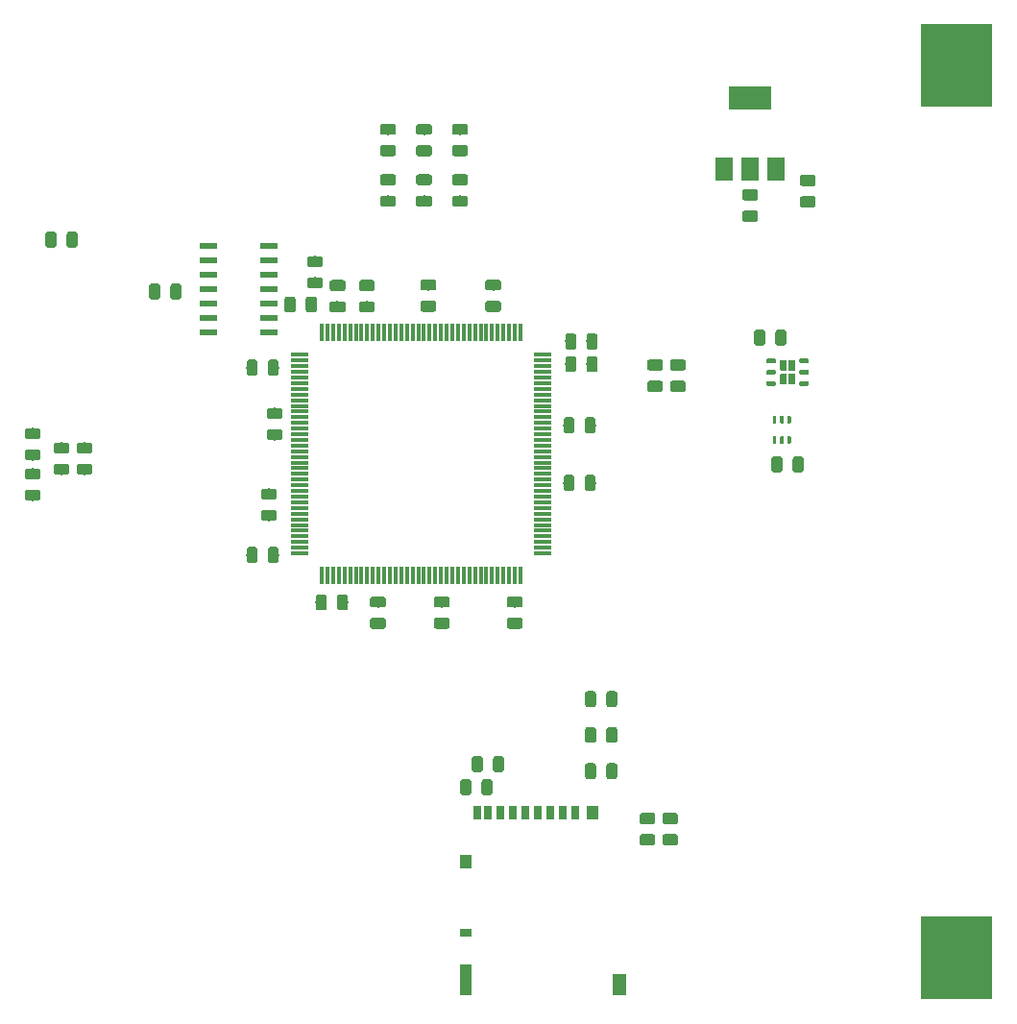
<source format=gbr>
G04 #@! TF.GenerationSoftware,KiCad,Pcbnew,5.1.4-e60b266~84~ubuntu16.04.1*
G04 #@! TF.CreationDate,2019-10-09T19:58:53-07:00*
G04 #@! TF.ProjectId,birdEar,62697264-4561-4722-9e6b-696361645f70,rev?*
G04 #@! TF.SameCoordinates,Original*
G04 #@! TF.FileFunction,Paste,Top*
G04 #@! TF.FilePolarity,Positive*
%FSLAX46Y46*%
G04 Gerber Fmt 4.6, Leading zero omitted, Abs format (unit mm)*
G04 Created by KiCad (PCBNEW 5.1.4-e60b266~84~ubuntu16.04.1) date 2019-10-09 19:58:53*
%MOMM*%
%LPD*%
G04 APERTURE LIST*
%ADD10R,1.550000X0.300000*%
%ADD11R,0.300000X1.550000*%
%ADD12C,0.100000*%
%ADD13C,0.975000*%
%ADD14C,0.600000*%
%ADD15C,0.400000*%
%ADD16R,6.350000X7.340000*%
%ADD17R,0.700000X1.200000*%
%ADD18R,1.000000X1.200000*%
%ADD19R,1.000000X0.800000*%
%ADD20R,1.000000X2.800000*%
%ADD21R,1.300000X1.900000*%
%ADD22C,0.300000*%
%ADD23R,1.500000X0.600000*%
%ADD24R,3.800000X2.000000*%
%ADD25R,1.500000X2.000000*%
G04 APERTURE END LIST*
D10*
X114030000Y-109210000D03*
X114030000Y-109710000D03*
X114030000Y-110210000D03*
X114030000Y-110710000D03*
X114030000Y-111210000D03*
X114030000Y-111710000D03*
X114030000Y-112210000D03*
X114030000Y-112710000D03*
X114030000Y-113210000D03*
X114030000Y-113710000D03*
X114030000Y-114210000D03*
X114030000Y-114710000D03*
X114030000Y-115210000D03*
X114030000Y-115710000D03*
X114030000Y-116210000D03*
X114030000Y-116710000D03*
X114030000Y-117210000D03*
X114030000Y-117710000D03*
X114030000Y-118210000D03*
X114030000Y-118710000D03*
X114030000Y-119210000D03*
X114030000Y-119710000D03*
X114030000Y-120210000D03*
X114030000Y-120710000D03*
X114030000Y-121210000D03*
X114030000Y-121710000D03*
X114030000Y-122210000D03*
X114030000Y-122710000D03*
X114030000Y-123210000D03*
X114030000Y-123710000D03*
X114030000Y-124210000D03*
X114030000Y-124710000D03*
X114030000Y-125210000D03*
X114030000Y-125710000D03*
X114030000Y-126210000D03*
X114030000Y-126710000D03*
D11*
X112080000Y-128660000D03*
X111580000Y-128660000D03*
X111080000Y-128660000D03*
X110580000Y-128660000D03*
X110080000Y-128660000D03*
X109580000Y-128660000D03*
X109080000Y-128660000D03*
X108580000Y-128660000D03*
X108080000Y-128660000D03*
X107580000Y-128660000D03*
X107080000Y-128660000D03*
X106580000Y-128660000D03*
X106080000Y-128660000D03*
X105580000Y-128660000D03*
X105080000Y-128660000D03*
X104580000Y-128660000D03*
X104080000Y-128660000D03*
X103580000Y-128660000D03*
X103080000Y-128660000D03*
X102580000Y-128660000D03*
X102080000Y-128660000D03*
X101580000Y-128660000D03*
X101080000Y-128660000D03*
X100580000Y-128660000D03*
X100080000Y-128660000D03*
X99580000Y-128660000D03*
X99080000Y-128660000D03*
X98580000Y-128660000D03*
X98080000Y-128660000D03*
X97580000Y-128660000D03*
X97080000Y-128660000D03*
X96580000Y-128660000D03*
X96080000Y-128660000D03*
X95580000Y-128660000D03*
X95080000Y-128660000D03*
X94580000Y-128660000D03*
D10*
X92630000Y-126710000D03*
X92630000Y-126210000D03*
X92630000Y-125710000D03*
X92630000Y-125210000D03*
X92630000Y-124710000D03*
X92630000Y-124210000D03*
X92630000Y-123710000D03*
X92630000Y-123210000D03*
X92630000Y-122710000D03*
X92630000Y-122210000D03*
X92630000Y-121710000D03*
X92630000Y-121210000D03*
X92630000Y-120710000D03*
X92630000Y-120210000D03*
X92630000Y-119710000D03*
X92630000Y-119210000D03*
X92630000Y-118710000D03*
X92630000Y-118210000D03*
X92630000Y-117710000D03*
X92630000Y-117210000D03*
X92630000Y-116710000D03*
X92630000Y-116210000D03*
X92630000Y-115710000D03*
X92630000Y-115210000D03*
X92630000Y-114710000D03*
X92630000Y-114210000D03*
X92630000Y-113710000D03*
X92630000Y-113210000D03*
X92630000Y-112710000D03*
X92630000Y-112210000D03*
X92630000Y-111710000D03*
X92630000Y-111210000D03*
X92630000Y-110710000D03*
X92630000Y-110210000D03*
X92630000Y-109710000D03*
X92630000Y-109210000D03*
D11*
X94580000Y-107260000D03*
X95080000Y-107260000D03*
X95580000Y-107260000D03*
X96080000Y-107260000D03*
X96580000Y-107260000D03*
X97080000Y-107260000D03*
X97580000Y-107260000D03*
X98080000Y-107260000D03*
X98580000Y-107260000D03*
X99080000Y-107260000D03*
X99580000Y-107260000D03*
X100080000Y-107260000D03*
X100580000Y-107260000D03*
X101080000Y-107260000D03*
X101580000Y-107260000D03*
X102080000Y-107260000D03*
X102580000Y-107260000D03*
X103080000Y-107260000D03*
X103580000Y-107260000D03*
X104080000Y-107260000D03*
X104580000Y-107260000D03*
X105080000Y-107260000D03*
X105580000Y-107260000D03*
X106080000Y-107260000D03*
X106580000Y-107260000D03*
X107080000Y-107260000D03*
X107580000Y-107260000D03*
X108080000Y-107260000D03*
X108580000Y-107260000D03*
X109080000Y-107260000D03*
X109580000Y-107260000D03*
X110080000Y-107260000D03*
X110580000Y-107260000D03*
X111080000Y-107260000D03*
X111580000Y-107260000D03*
X112080000Y-107260000D03*
D12*
G36*
X92040142Y-104076174D02*
G01*
X92063803Y-104079684D01*
X92087007Y-104085496D01*
X92109529Y-104093554D01*
X92131153Y-104103782D01*
X92151670Y-104116079D01*
X92170883Y-104130329D01*
X92188607Y-104146393D01*
X92204671Y-104164117D01*
X92218921Y-104183330D01*
X92231218Y-104203847D01*
X92241446Y-104225471D01*
X92249504Y-104247993D01*
X92255316Y-104271197D01*
X92258826Y-104294858D01*
X92260000Y-104318750D01*
X92260000Y-105231250D01*
X92258826Y-105255142D01*
X92255316Y-105278803D01*
X92249504Y-105302007D01*
X92241446Y-105324529D01*
X92231218Y-105346153D01*
X92218921Y-105366670D01*
X92204671Y-105385883D01*
X92188607Y-105403607D01*
X92170883Y-105419671D01*
X92151670Y-105433921D01*
X92131153Y-105446218D01*
X92109529Y-105456446D01*
X92087007Y-105464504D01*
X92063803Y-105470316D01*
X92040142Y-105473826D01*
X92016250Y-105475000D01*
X91528750Y-105475000D01*
X91504858Y-105473826D01*
X91481197Y-105470316D01*
X91457993Y-105464504D01*
X91435471Y-105456446D01*
X91413847Y-105446218D01*
X91393330Y-105433921D01*
X91374117Y-105419671D01*
X91356393Y-105403607D01*
X91340329Y-105385883D01*
X91326079Y-105366670D01*
X91313782Y-105346153D01*
X91303554Y-105324529D01*
X91295496Y-105302007D01*
X91289684Y-105278803D01*
X91286174Y-105255142D01*
X91285000Y-105231250D01*
X91285000Y-104318750D01*
X91286174Y-104294858D01*
X91289684Y-104271197D01*
X91295496Y-104247993D01*
X91303554Y-104225471D01*
X91313782Y-104203847D01*
X91326079Y-104183330D01*
X91340329Y-104164117D01*
X91356393Y-104146393D01*
X91374117Y-104130329D01*
X91393330Y-104116079D01*
X91413847Y-104103782D01*
X91435471Y-104093554D01*
X91457993Y-104085496D01*
X91481197Y-104079684D01*
X91504858Y-104076174D01*
X91528750Y-104075000D01*
X92016250Y-104075000D01*
X92040142Y-104076174D01*
X92040142Y-104076174D01*
G37*
D13*
X91772500Y-104775000D03*
D12*
G36*
X93915142Y-104076174D02*
G01*
X93938803Y-104079684D01*
X93962007Y-104085496D01*
X93984529Y-104093554D01*
X94006153Y-104103782D01*
X94026670Y-104116079D01*
X94045883Y-104130329D01*
X94063607Y-104146393D01*
X94079671Y-104164117D01*
X94093921Y-104183330D01*
X94106218Y-104203847D01*
X94116446Y-104225471D01*
X94124504Y-104247993D01*
X94130316Y-104271197D01*
X94133826Y-104294858D01*
X94135000Y-104318750D01*
X94135000Y-105231250D01*
X94133826Y-105255142D01*
X94130316Y-105278803D01*
X94124504Y-105302007D01*
X94116446Y-105324529D01*
X94106218Y-105346153D01*
X94093921Y-105366670D01*
X94079671Y-105385883D01*
X94063607Y-105403607D01*
X94045883Y-105419671D01*
X94026670Y-105433921D01*
X94006153Y-105446218D01*
X93984529Y-105456446D01*
X93962007Y-105464504D01*
X93938803Y-105470316D01*
X93915142Y-105473826D01*
X93891250Y-105475000D01*
X93403750Y-105475000D01*
X93379858Y-105473826D01*
X93356197Y-105470316D01*
X93332993Y-105464504D01*
X93310471Y-105456446D01*
X93288847Y-105446218D01*
X93268330Y-105433921D01*
X93249117Y-105419671D01*
X93231393Y-105403607D01*
X93215329Y-105385883D01*
X93201079Y-105366670D01*
X93188782Y-105346153D01*
X93178554Y-105324529D01*
X93170496Y-105302007D01*
X93164684Y-105278803D01*
X93161174Y-105255142D01*
X93160000Y-105231250D01*
X93160000Y-104318750D01*
X93161174Y-104294858D01*
X93164684Y-104271197D01*
X93170496Y-104247993D01*
X93178554Y-104225471D01*
X93188782Y-104203847D01*
X93201079Y-104183330D01*
X93215329Y-104164117D01*
X93231393Y-104146393D01*
X93249117Y-104130329D01*
X93268330Y-104116079D01*
X93288847Y-104103782D01*
X93310471Y-104093554D01*
X93332993Y-104085496D01*
X93356197Y-104079684D01*
X93379858Y-104076174D01*
X93403750Y-104075000D01*
X93891250Y-104075000D01*
X93915142Y-104076174D01*
X93915142Y-104076174D01*
G37*
D13*
X93647500Y-104775000D03*
D12*
G36*
X94460142Y-102383674D02*
G01*
X94483803Y-102387184D01*
X94507007Y-102392996D01*
X94529529Y-102401054D01*
X94551153Y-102411282D01*
X94571670Y-102423579D01*
X94590883Y-102437829D01*
X94608607Y-102453893D01*
X94624671Y-102471617D01*
X94638921Y-102490830D01*
X94651218Y-102511347D01*
X94661446Y-102532971D01*
X94669504Y-102555493D01*
X94675316Y-102578697D01*
X94678826Y-102602358D01*
X94680000Y-102626250D01*
X94680000Y-103113750D01*
X94678826Y-103137642D01*
X94675316Y-103161303D01*
X94669504Y-103184507D01*
X94661446Y-103207029D01*
X94651218Y-103228653D01*
X94638921Y-103249170D01*
X94624671Y-103268383D01*
X94608607Y-103286107D01*
X94590883Y-103302171D01*
X94571670Y-103316421D01*
X94551153Y-103328718D01*
X94529529Y-103338946D01*
X94507007Y-103347004D01*
X94483803Y-103352816D01*
X94460142Y-103356326D01*
X94436250Y-103357500D01*
X93523750Y-103357500D01*
X93499858Y-103356326D01*
X93476197Y-103352816D01*
X93452993Y-103347004D01*
X93430471Y-103338946D01*
X93408847Y-103328718D01*
X93388330Y-103316421D01*
X93369117Y-103302171D01*
X93351393Y-103286107D01*
X93335329Y-103268383D01*
X93321079Y-103249170D01*
X93308782Y-103228653D01*
X93298554Y-103207029D01*
X93290496Y-103184507D01*
X93284684Y-103161303D01*
X93281174Y-103137642D01*
X93280000Y-103113750D01*
X93280000Y-102626250D01*
X93281174Y-102602358D01*
X93284684Y-102578697D01*
X93290496Y-102555493D01*
X93298554Y-102532971D01*
X93308782Y-102511347D01*
X93321079Y-102490830D01*
X93335329Y-102471617D01*
X93351393Y-102453893D01*
X93369117Y-102437829D01*
X93388330Y-102423579D01*
X93408847Y-102411282D01*
X93430471Y-102401054D01*
X93452993Y-102392996D01*
X93476197Y-102387184D01*
X93499858Y-102383674D01*
X93523750Y-102382500D01*
X94436250Y-102382500D01*
X94460142Y-102383674D01*
X94460142Y-102383674D01*
G37*
D13*
X93980000Y-102870000D03*
D12*
G36*
X94460142Y-100508674D02*
G01*
X94483803Y-100512184D01*
X94507007Y-100517996D01*
X94529529Y-100526054D01*
X94551153Y-100536282D01*
X94571670Y-100548579D01*
X94590883Y-100562829D01*
X94608607Y-100578893D01*
X94624671Y-100596617D01*
X94638921Y-100615830D01*
X94651218Y-100636347D01*
X94661446Y-100657971D01*
X94669504Y-100680493D01*
X94675316Y-100703697D01*
X94678826Y-100727358D01*
X94680000Y-100751250D01*
X94680000Y-101238750D01*
X94678826Y-101262642D01*
X94675316Y-101286303D01*
X94669504Y-101309507D01*
X94661446Y-101332029D01*
X94651218Y-101353653D01*
X94638921Y-101374170D01*
X94624671Y-101393383D01*
X94608607Y-101411107D01*
X94590883Y-101427171D01*
X94571670Y-101441421D01*
X94551153Y-101453718D01*
X94529529Y-101463946D01*
X94507007Y-101472004D01*
X94483803Y-101477816D01*
X94460142Y-101481326D01*
X94436250Y-101482500D01*
X93523750Y-101482500D01*
X93499858Y-101481326D01*
X93476197Y-101477816D01*
X93452993Y-101472004D01*
X93430471Y-101463946D01*
X93408847Y-101453718D01*
X93388330Y-101441421D01*
X93369117Y-101427171D01*
X93351393Y-101411107D01*
X93335329Y-101393383D01*
X93321079Y-101374170D01*
X93308782Y-101353653D01*
X93298554Y-101332029D01*
X93290496Y-101309507D01*
X93284684Y-101286303D01*
X93281174Y-101262642D01*
X93280000Y-101238750D01*
X93280000Y-100751250D01*
X93281174Y-100727358D01*
X93284684Y-100703697D01*
X93290496Y-100680493D01*
X93298554Y-100657971D01*
X93308782Y-100636347D01*
X93321079Y-100615830D01*
X93335329Y-100596617D01*
X93351393Y-100578893D01*
X93369117Y-100562829D01*
X93388330Y-100548579D01*
X93408847Y-100536282D01*
X93430471Y-100526054D01*
X93452993Y-100517996D01*
X93476197Y-100512184D01*
X93499858Y-100508674D01*
X93523750Y-100507500D01*
X94436250Y-100507500D01*
X94460142Y-100508674D01*
X94460142Y-100508674D01*
G37*
D13*
X93980000Y-100995000D03*
D12*
G36*
X136175703Y-110859722D02*
G01*
X136190264Y-110861882D01*
X136204543Y-110865459D01*
X136218403Y-110870418D01*
X136231710Y-110876712D01*
X136244336Y-110884280D01*
X136256159Y-110893048D01*
X136267066Y-110902934D01*
X136276952Y-110913841D01*
X136285720Y-110925664D01*
X136293288Y-110938290D01*
X136299582Y-110951597D01*
X136304541Y-110965457D01*
X136308118Y-110979736D01*
X136310278Y-110994297D01*
X136311000Y-111009000D01*
X136311000Y-111679000D01*
X136310278Y-111693703D01*
X136308118Y-111708264D01*
X136304541Y-111722543D01*
X136299582Y-111736403D01*
X136293288Y-111749710D01*
X136285720Y-111762336D01*
X136276952Y-111774159D01*
X136267066Y-111785066D01*
X136256159Y-111794952D01*
X136244336Y-111803720D01*
X136231710Y-111811288D01*
X136218403Y-111817582D01*
X136204543Y-111822541D01*
X136190264Y-111826118D01*
X136175703Y-111828278D01*
X136161000Y-111829000D01*
X135861000Y-111829000D01*
X135846297Y-111828278D01*
X135831736Y-111826118D01*
X135817457Y-111822541D01*
X135803597Y-111817582D01*
X135790290Y-111811288D01*
X135777664Y-111803720D01*
X135765841Y-111794952D01*
X135754934Y-111785066D01*
X135745048Y-111774159D01*
X135736280Y-111762336D01*
X135728712Y-111749710D01*
X135722418Y-111736403D01*
X135717459Y-111722543D01*
X135713882Y-111708264D01*
X135711722Y-111693703D01*
X135711000Y-111679000D01*
X135711000Y-111009000D01*
X135711722Y-110994297D01*
X135713882Y-110979736D01*
X135717459Y-110965457D01*
X135722418Y-110951597D01*
X135728712Y-110938290D01*
X135736280Y-110925664D01*
X135745048Y-110913841D01*
X135754934Y-110902934D01*
X135765841Y-110893048D01*
X135777664Y-110884280D01*
X135790290Y-110876712D01*
X135803597Y-110870418D01*
X135817457Y-110865459D01*
X135831736Y-110861882D01*
X135846297Y-110859722D01*
X135861000Y-110859000D01*
X136161000Y-110859000D01*
X136175703Y-110859722D01*
X136175703Y-110859722D01*
G37*
D14*
X136011000Y-111344000D03*
D12*
G36*
X136175703Y-109659722D02*
G01*
X136190264Y-109661882D01*
X136204543Y-109665459D01*
X136218403Y-109670418D01*
X136231710Y-109676712D01*
X136244336Y-109684280D01*
X136256159Y-109693048D01*
X136267066Y-109702934D01*
X136276952Y-109713841D01*
X136285720Y-109725664D01*
X136293288Y-109738290D01*
X136299582Y-109751597D01*
X136304541Y-109765457D01*
X136308118Y-109779736D01*
X136310278Y-109794297D01*
X136311000Y-109809000D01*
X136311000Y-110479000D01*
X136310278Y-110493703D01*
X136308118Y-110508264D01*
X136304541Y-110522543D01*
X136299582Y-110536403D01*
X136293288Y-110549710D01*
X136285720Y-110562336D01*
X136276952Y-110574159D01*
X136267066Y-110585066D01*
X136256159Y-110594952D01*
X136244336Y-110603720D01*
X136231710Y-110611288D01*
X136218403Y-110617582D01*
X136204543Y-110622541D01*
X136190264Y-110626118D01*
X136175703Y-110628278D01*
X136161000Y-110629000D01*
X135861000Y-110629000D01*
X135846297Y-110628278D01*
X135831736Y-110626118D01*
X135817457Y-110622541D01*
X135803597Y-110617582D01*
X135790290Y-110611288D01*
X135777664Y-110603720D01*
X135765841Y-110594952D01*
X135754934Y-110585066D01*
X135745048Y-110574159D01*
X135736280Y-110562336D01*
X135728712Y-110549710D01*
X135722418Y-110536403D01*
X135717459Y-110522543D01*
X135713882Y-110508264D01*
X135711722Y-110493703D01*
X135711000Y-110479000D01*
X135711000Y-109809000D01*
X135711722Y-109794297D01*
X135713882Y-109779736D01*
X135717459Y-109765457D01*
X135722418Y-109751597D01*
X135728712Y-109738290D01*
X135736280Y-109725664D01*
X135745048Y-109713841D01*
X135754934Y-109702934D01*
X135765841Y-109693048D01*
X135777664Y-109684280D01*
X135790290Y-109676712D01*
X135803597Y-109670418D01*
X135817457Y-109665459D01*
X135831736Y-109661882D01*
X135846297Y-109659722D01*
X135861000Y-109659000D01*
X136161000Y-109659000D01*
X136175703Y-109659722D01*
X136175703Y-109659722D01*
G37*
D14*
X136011000Y-110144000D03*
D12*
G36*
X135425703Y-110859722D02*
G01*
X135440264Y-110861882D01*
X135454543Y-110865459D01*
X135468403Y-110870418D01*
X135481710Y-110876712D01*
X135494336Y-110884280D01*
X135506159Y-110893048D01*
X135517066Y-110902934D01*
X135526952Y-110913841D01*
X135535720Y-110925664D01*
X135543288Y-110938290D01*
X135549582Y-110951597D01*
X135554541Y-110965457D01*
X135558118Y-110979736D01*
X135560278Y-110994297D01*
X135561000Y-111009000D01*
X135561000Y-111679000D01*
X135560278Y-111693703D01*
X135558118Y-111708264D01*
X135554541Y-111722543D01*
X135549582Y-111736403D01*
X135543288Y-111749710D01*
X135535720Y-111762336D01*
X135526952Y-111774159D01*
X135517066Y-111785066D01*
X135506159Y-111794952D01*
X135494336Y-111803720D01*
X135481710Y-111811288D01*
X135468403Y-111817582D01*
X135454543Y-111822541D01*
X135440264Y-111826118D01*
X135425703Y-111828278D01*
X135411000Y-111829000D01*
X135111000Y-111829000D01*
X135096297Y-111828278D01*
X135081736Y-111826118D01*
X135067457Y-111822541D01*
X135053597Y-111817582D01*
X135040290Y-111811288D01*
X135027664Y-111803720D01*
X135015841Y-111794952D01*
X135004934Y-111785066D01*
X134995048Y-111774159D01*
X134986280Y-111762336D01*
X134978712Y-111749710D01*
X134972418Y-111736403D01*
X134967459Y-111722543D01*
X134963882Y-111708264D01*
X134961722Y-111693703D01*
X134961000Y-111679000D01*
X134961000Y-111009000D01*
X134961722Y-110994297D01*
X134963882Y-110979736D01*
X134967459Y-110965457D01*
X134972418Y-110951597D01*
X134978712Y-110938290D01*
X134986280Y-110925664D01*
X134995048Y-110913841D01*
X135004934Y-110902934D01*
X135015841Y-110893048D01*
X135027664Y-110884280D01*
X135040290Y-110876712D01*
X135053597Y-110870418D01*
X135067457Y-110865459D01*
X135081736Y-110861882D01*
X135096297Y-110859722D01*
X135111000Y-110859000D01*
X135411000Y-110859000D01*
X135425703Y-110859722D01*
X135425703Y-110859722D01*
G37*
D14*
X135261000Y-111344000D03*
D12*
G36*
X135425703Y-109659722D02*
G01*
X135440264Y-109661882D01*
X135454543Y-109665459D01*
X135468403Y-109670418D01*
X135481710Y-109676712D01*
X135494336Y-109684280D01*
X135506159Y-109693048D01*
X135517066Y-109702934D01*
X135526952Y-109713841D01*
X135535720Y-109725664D01*
X135543288Y-109738290D01*
X135549582Y-109751597D01*
X135554541Y-109765457D01*
X135558118Y-109779736D01*
X135560278Y-109794297D01*
X135561000Y-109809000D01*
X135561000Y-110479000D01*
X135560278Y-110493703D01*
X135558118Y-110508264D01*
X135554541Y-110522543D01*
X135549582Y-110536403D01*
X135543288Y-110549710D01*
X135535720Y-110562336D01*
X135526952Y-110574159D01*
X135517066Y-110585066D01*
X135506159Y-110594952D01*
X135494336Y-110603720D01*
X135481710Y-110611288D01*
X135468403Y-110617582D01*
X135454543Y-110622541D01*
X135440264Y-110626118D01*
X135425703Y-110628278D01*
X135411000Y-110629000D01*
X135111000Y-110629000D01*
X135096297Y-110628278D01*
X135081736Y-110626118D01*
X135067457Y-110622541D01*
X135053597Y-110617582D01*
X135040290Y-110611288D01*
X135027664Y-110603720D01*
X135015841Y-110594952D01*
X135004934Y-110585066D01*
X134995048Y-110574159D01*
X134986280Y-110562336D01*
X134978712Y-110549710D01*
X134972418Y-110536403D01*
X134967459Y-110522543D01*
X134963882Y-110508264D01*
X134961722Y-110493703D01*
X134961000Y-110479000D01*
X134961000Y-109809000D01*
X134961722Y-109794297D01*
X134963882Y-109779736D01*
X134967459Y-109765457D01*
X134972418Y-109751597D01*
X134978712Y-109738290D01*
X134986280Y-109725664D01*
X134995048Y-109713841D01*
X135004934Y-109702934D01*
X135015841Y-109693048D01*
X135027664Y-109684280D01*
X135040290Y-109676712D01*
X135053597Y-109670418D01*
X135067457Y-109665459D01*
X135081736Y-109661882D01*
X135096297Y-109659722D01*
X135111000Y-109659000D01*
X135411000Y-109659000D01*
X135425703Y-109659722D01*
X135425703Y-109659722D01*
G37*
D14*
X135261000Y-110144000D03*
D12*
G36*
X137395802Y-111544482D02*
G01*
X137405509Y-111545921D01*
X137415028Y-111548306D01*
X137424268Y-111551612D01*
X137433140Y-111555808D01*
X137441557Y-111560853D01*
X137449439Y-111566699D01*
X137456711Y-111573289D01*
X137463301Y-111580561D01*
X137469147Y-111588443D01*
X137474192Y-111596860D01*
X137478388Y-111605732D01*
X137481694Y-111614972D01*
X137484079Y-111624491D01*
X137485518Y-111634198D01*
X137486000Y-111644000D01*
X137486000Y-111844000D01*
X137485518Y-111853802D01*
X137484079Y-111863509D01*
X137481694Y-111873028D01*
X137478388Y-111882268D01*
X137474192Y-111891140D01*
X137469147Y-111899557D01*
X137463301Y-111907439D01*
X137456711Y-111914711D01*
X137449439Y-111921301D01*
X137441557Y-111927147D01*
X137433140Y-111932192D01*
X137424268Y-111936388D01*
X137415028Y-111939694D01*
X137405509Y-111942079D01*
X137395802Y-111943518D01*
X137386000Y-111944000D01*
X136786000Y-111944000D01*
X136776198Y-111943518D01*
X136766491Y-111942079D01*
X136756972Y-111939694D01*
X136747732Y-111936388D01*
X136738860Y-111932192D01*
X136730443Y-111927147D01*
X136722561Y-111921301D01*
X136715289Y-111914711D01*
X136708699Y-111907439D01*
X136702853Y-111899557D01*
X136697808Y-111891140D01*
X136693612Y-111882268D01*
X136690306Y-111873028D01*
X136687921Y-111863509D01*
X136686482Y-111853802D01*
X136686000Y-111844000D01*
X136686000Y-111644000D01*
X136686482Y-111634198D01*
X136687921Y-111624491D01*
X136690306Y-111614972D01*
X136693612Y-111605732D01*
X136697808Y-111596860D01*
X136702853Y-111588443D01*
X136708699Y-111580561D01*
X136715289Y-111573289D01*
X136722561Y-111566699D01*
X136730443Y-111560853D01*
X136738860Y-111555808D01*
X136747732Y-111551612D01*
X136756972Y-111548306D01*
X136766491Y-111545921D01*
X136776198Y-111544482D01*
X136786000Y-111544000D01*
X137386000Y-111544000D01*
X137395802Y-111544482D01*
X137395802Y-111544482D01*
G37*
D15*
X137086000Y-111744000D03*
D12*
G36*
X137395802Y-110544482D02*
G01*
X137405509Y-110545921D01*
X137415028Y-110548306D01*
X137424268Y-110551612D01*
X137433140Y-110555808D01*
X137441557Y-110560853D01*
X137449439Y-110566699D01*
X137456711Y-110573289D01*
X137463301Y-110580561D01*
X137469147Y-110588443D01*
X137474192Y-110596860D01*
X137478388Y-110605732D01*
X137481694Y-110614972D01*
X137484079Y-110624491D01*
X137485518Y-110634198D01*
X137486000Y-110644000D01*
X137486000Y-110844000D01*
X137485518Y-110853802D01*
X137484079Y-110863509D01*
X137481694Y-110873028D01*
X137478388Y-110882268D01*
X137474192Y-110891140D01*
X137469147Y-110899557D01*
X137463301Y-110907439D01*
X137456711Y-110914711D01*
X137449439Y-110921301D01*
X137441557Y-110927147D01*
X137433140Y-110932192D01*
X137424268Y-110936388D01*
X137415028Y-110939694D01*
X137405509Y-110942079D01*
X137395802Y-110943518D01*
X137386000Y-110944000D01*
X136786000Y-110944000D01*
X136776198Y-110943518D01*
X136766491Y-110942079D01*
X136756972Y-110939694D01*
X136747732Y-110936388D01*
X136738860Y-110932192D01*
X136730443Y-110927147D01*
X136722561Y-110921301D01*
X136715289Y-110914711D01*
X136708699Y-110907439D01*
X136702853Y-110899557D01*
X136697808Y-110891140D01*
X136693612Y-110882268D01*
X136690306Y-110873028D01*
X136687921Y-110863509D01*
X136686482Y-110853802D01*
X136686000Y-110844000D01*
X136686000Y-110644000D01*
X136686482Y-110634198D01*
X136687921Y-110624491D01*
X136690306Y-110614972D01*
X136693612Y-110605732D01*
X136697808Y-110596860D01*
X136702853Y-110588443D01*
X136708699Y-110580561D01*
X136715289Y-110573289D01*
X136722561Y-110566699D01*
X136730443Y-110560853D01*
X136738860Y-110555808D01*
X136747732Y-110551612D01*
X136756972Y-110548306D01*
X136766491Y-110545921D01*
X136776198Y-110544482D01*
X136786000Y-110544000D01*
X137386000Y-110544000D01*
X137395802Y-110544482D01*
X137395802Y-110544482D01*
G37*
D15*
X137086000Y-110744000D03*
D12*
G36*
X137395802Y-109544482D02*
G01*
X137405509Y-109545921D01*
X137415028Y-109548306D01*
X137424268Y-109551612D01*
X137433140Y-109555808D01*
X137441557Y-109560853D01*
X137449439Y-109566699D01*
X137456711Y-109573289D01*
X137463301Y-109580561D01*
X137469147Y-109588443D01*
X137474192Y-109596860D01*
X137478388Y-109605732D01*
X137481694Y-109614972D01*
X137484079Y-109624491D01*
X137485518Y-109634198D01*
X137486000Y-109644000D01*
X137486000Y-109844000D01*
X137485518Y-109853802D01*
X137484079Y-109863509D01*
X137481694Y-109873028D01*
X137478388Y-109882268D01*
X137474192Y-109891140D01*
X137469147Y-109899557D01*
X137463301Y-109907439D01*
X137456711Y-109914711D01*
X137449439Y-109921301D01*
X137441557Y-109927147D01*
X137433140Y-109932192D01*
X137424268Y-109936388D01*
X137415028Y-109939694D01*
X137405509Y-109942079D01*
X137395802Y-109943518D01*
X137386000Y-109944000D01*
X136786000Y-109944000D01*
X136776198Y-109943518D01*
X136766491Y-109942079D01*
X136756972Y-109939694D01*
X136747732Y-109936388D01*
X136738860Y-109932192D01*
X136730443Y-109927147D01*
X136722561Y-109921301D01*
X136715289Y-109914711D01*
X136708699Y-109907439D01*
X136702853Y-109899557D01*
X136697808Y-109891140D01*
X136693612Y-109882268D01*
X136690306Y-109873028D01*
X136687921Y-109863509D01*
X136686482Y-109853802D01*
X136686000Y-109844000D01*
X136686000Y-109644000D01*
X136686482Y-109634198D01*
X136687921Y-109624491D01*
X136690306Y-109614972D01*
X136693612Y-109605732D01*
X136697808Y-109596860D01*
X136702853Y-109588443D01*
X136708699Y-109580561D01*
X136715289Y-109573289D01*
X136722561Y-109566699D01*
X136730443Y-109560853D01*
X136738860Y-109555808D01*
X136747732Y-109551612D01*
X136756972Y-109548306D01*
X136766491Y-109545921D01*
X136776198Y-109544482D01*
X136786000Y-109544000D01*
X137386000Y-109544000D01*
X137395802Y-109544482D01*
X137395802Y-109544482D01*
G37*
D15*
X137086000Y-109744000D03*
D12*
G36*
X134495802Y-109544482D02*
G01*
X134505509Y-109545921D01*
X134515028Y-109548306D01*
X134524268Y-109551612D01*
X134533140Y-109555808D01*
X134541557Y-109560853D01*
X134549439Y-109566699D01*
X134556711Y-109573289D01*
X134563301Y-109580561D01*
X134569147Y-109588443D01*
X134574192Y-109596860D01*
X134578388Y-109605732D01*
X134581694Y-109614972D01*
X134584079Y-109624491D01*
X134585518Y-109634198D01*
X134586000Y-109644000D01*
X134586000Y-109844000D01*
X134585518Y-109853802D01*
X134584079Y-109863509D01*
X134581694Y-109873028D01*
X134578388Y-109882268D01*
X134574192Y-109891140D01*
X134569147Y-109899557D01*
X134563301Y-109907439D01*
X134556711Y-109914711D01*
X134549439Y-109921301D01*
X134541557Y-109927147D01*
X134533140Y-109932192D01*
X134524268Y-109936388D01*
X134515028Y-109939694D01*
X134505509Y-109942079D01*
X134495802Y-109943518D01*
X134486000Y-109944000D01*
X133886000Y-109944000D01*
X133876198Y-109943518D01*
X133866491Y-109942079D01*
X133856972Y-109939694D01*
X133847732Y-109936388D01*
X133838860Y-109932192D01*
X133830443Y-109927147D01*
X133822561Y-109921301D01*
X133815289Y-109914711D01*
X133808699Y-109907439D01*
X133802853Y-109899557D01*
X133797808Y-109891140D01*
X133793612Y-109882268D01*
X133790306Y-109873028D01*
X133787921Y-109863509D01*
X133786482Y-109853802D01*
X133786000Y-109844000D01*
X133786000Y-109644000D01*
X133786482Y-109634198D01*
X133787921Y-109624491D01*
X133790306Y-109614972D01*
X133793612Y-109605732D01*
X133797808Y-109596860D01*
X133802853Y-109588443D01*
X133808699Y-109580561D01*
X133815289Y-109573289D01*
X133822561Y-109566699D01*
X133830443Y-109560853D01*
X133838860Y-109555808D01*
X133847732Y-109551612D01*
X133856972Y-109548306D01*
X133866491Y-109545921D01*
X133876198Y-109544482D01*
X133886000Y-109544000D01*
X134486000Y-109544000D01*
X134495802Y-109544482D01*
X134495802Y-109544482D01*
G37*
D15*
X134186000Y-109744000D03*
D12*
G36*
X134495802Y-110544482D02*
G01*
X134505509Y-110545921D01*
X134515028Y-110548306D01*
X134524268Y-110551612D01*
X134533140Y-110555808D01*
X134541557Y-110560853D01*
X134549439Y-110566699D01*
X134556711Y-110573289D01*
X134563301Y-110580561D01*
X134569147Y-110588443D01*
X134574192Y-110596860D01*
X134578388Y-110605732D01*
X134581694Y-110614972D01*
X134584079Y-110624491D01*
X134585518Y-110634198D01*
X134586000Y-110644000D01*
X134586000Y-110844000D01*
X134585518Y-110853802D01*
X134584079Y-110863509D01*
X134581694Y-110873028D01*
X134578388Y-110882268D01*
X134574192Y-110891140D01*
X134569147Y-110899557D01*
X134563301Y-110907439D01*
X134556711Y-110914711D01*
X134549439Y-110921301D01*
X134541557Y-110927147D01*
X134533140Y-110932192D01*
X134524268Y-110936388D01*
X134515028Y-110939694D01*
X134505509Y-110942079D01*
X134495802Y-110943518D01*
X134486000Y-110944000D01*
X133886000Y-110944000D01*
X133876198Y-110943518D01*
X133866491Y-110942079D01*
X133856972Y-110939694D01*
X133847732Y-110936388D01*
X133838860Y-110932192D01*
X133830443Y-110927147D01*
X133822561Y-110921301D01*
X133815289Y-110914711D01*
X133808699Y-110907439D01*
X133802853Y-110899557D01*
X133797808Y-110891140D01*
X133793612Y-110882268D01*
X133790306Y-110873028D01*
X133787921Y-110863509D01*
X133786482Y-110853802D01*
X133786000Y-110844000D01*
X133786000Y-110644000D01*
X133786482Y-110634198D01*
X133787921Y-110624491D01*
X133790306Y-110614972D01*
X133793612Y-110605732D01*
X133797808Y-110596860D01*
X133802853Y-110588443D01*
X133808699Y-110580561D01*
X133815289Y-110573289D01*
X133822561Y-110566699D01*
X133830443Y-110560853D01*
X133838860Y-110555808D01*
X133847732Y-110551612D01*
X133856972Y-110548306D01*
X133866491Y-110545921D01*
X133876198Y-110544482D01*
X133886000Y-110544000D01*
X134486000Y-110544000D01*
X134495802Y-110544482D01*
X134495802Y-110544482D01*
G37*
D15*
X134186000Y-110744000D03*
D12*
G36*
X134495802Y-111544482D02*
G01*
X134505509Y-111545921D01*
X134515028Y-111548306D01*
X134524268Y-111551612D01*
X134533140Y-111555808D01*
X134541557Y-111560853D01*
X134549439Y-111566699D01*
X134556711Y-111573289D01*
X134563301Y-111580561D01*
X134569147Y-111588443D01*
X134574192Y-111596860D01*
X134578388Y-111605732D01*
X134581694Y-111614972D01*
X134584079Y-111624491D01*
X134585518Y-111634198D01*
X134586000Y-111644000D01*
X134586000Y-111844000D01*
X134585518Y-111853802D01*
X134584079Y-111863509D01*
X134581694Y-111873028D01*
X134578388Y-111882268D01*
X134574192Y-111891140D01*
X134569147Y-111899557D01*
X134563301Y-111907439D01*
X134556711Y-111914711D01*
X134549439Y-111921301D01*
X134541557Y-111927147D01*
X134533140Y-111932192D01*
X134524268Y-111936388D01*
X134515028Y-111939694D01*
X134505509Y-111942079D01*
X134495802Y-111943518D01*
X134486000Y-111944000D01*
X133886000Y-111944000D01*
X133876198Y-111943518D01*
X133866491Y-111942079D01*
X133856972Y-111939694D01*
X133847732Y-111936388D01*
X133838860Y-111932192D01*
X133830443Y-111927147D01*
X133822561Y-111921301D01*
X133815289Y-111914711D01*
X133808699Y-111907439D01*
X133802853Y-111899557D01*
X133797808Y-111891140D01*
X133793612Y-111882268D01*
X133790306Y-111873028D01*
X133787921Y-111863509D01*
X133786482Y-111853802D01*
X133786000Y-111844000D01*
X133786000Y-111644000D01*
X133786482Y-111634198D01*
X133787921Y-111624491D01*
X133790306Y-111614972D01*
X133793612Y-111605732D01*
X133797808Y-111596860D01*
X133802853Y-111588443D01*
X133808699Y-111580561D01*
X133815289Y-111573289D01*
X133822561Y-111566699D01*
X133830443Y-111560853D01*
X133838860Y-111555808D01*
X133847732Y-111551612D01*
X133856972Y-111548306D01*
X133866491Y-111545921D01*
X133876198Y-111544482D01*
X133886000Y-111544000D01*
X134486000Y-111544000D01*
X134495802Y-111544482D01*
X134495802Y-111544482D01*
G37*
D15*
X134186000Y-111744000D03*
D16*
X150530000Y-83710000D03*
X150530000Y-162370000D03*
D12*
G36*
X81977142Y-102933174D02*
G01*
X82000803Y-102936684D01*
X82024007Y-102942496D01*
X82046529Y-102950554D01*
X82068153Y-102960782D01*
X82088670Y-102973079D01*
X82107883Y-102987329D01*
X82125607Y-103003393D01*
X82141671Y-103021117D01*
X82155921Y-103040330D01*
X82168218Y-103060847D01*
X82178446Y-103082471D01*
X82186504Y-103104993D01*
X82192316Y-103128197D01*
X82195826Y-103151858D01*
X82197000Y-103175750D01*
X82197000Y-104088250D01*
X82195826Y-104112142D01*
X82192316Y-104135803D01*
X82186504Y-104159007D01*
X82178446Y-104181529D01*
X82168218Y-104203153D01*
X82155921Y-104223670D01*
X82141671Y-104242883D01*
X82125607Y-104260607D01*
X82107883Y-104276671D01*
X82088670Y-104290921D01*
X82068153Y-104303218D01*
X82046529Y-104313446D01*
X82024007Y-104321504D01*
X82000803Y-104327316D01*
X81977142Y-104330826D01*
X81953250Y-104332000D01*
X81465750Y-104332000D01*
X81441858Y-104330826D01*
X81418197Y-104327316D01*
X81394993Y-104321504D01*
X81372471Y-104313446D01*
X81350847Y-104303218D01*
X81330330Y-104290921D01*
X81311117Y-104276671D01*
X81293393Y-104260607D01*
X81277329Y-104242883D01*
X81263079Y-104223670D01*
X81250782Y-104203153D01*
X81240554Y-104181529D01*
X81232496Y-104159007D01*
X81226684Y-104135803D01*
X81223174Y-104112142D01*
X81222000Y-104088250D01*
X81222000Y-103175750D01*
X81223174Y-103151858D01*
X81226684Y-103128197D01*
X81232496Y-103104993D01*
X81240554Y-103082471D01*
X81250782Y-103060847D01*
X81263079Y-103040330D01*
X81277329Y-103021117D01*
X81293393Y-103003393D01*
X81311117Y-102987329D01*
X81330330Y-102973079D01*
X81350847Y-102960782D01*
X81372471Y-102950554D01*
X81394993Y-102942496D01*
X81418197Y-102936684D01*
X81441858Y-102933174D01*
X81465750Y-102932000D01*
X81953250Y-102932000D01*
X81977142Y-102933174D01*
X81977142Y-102933174D01*
G37*
D13*
X81709500Y-103632000D03*
D12*
G36*
X80102142Y-102933174D02*
G01*
X80125803Y-102936684D01*
X80149007Y-102942496D01*
X80171529Y-102950554D01*
X80193153Y-102960782D01*
X80213670Y-102973079D01*
X80232883Y-102987329D01*
X80250607Y-103003393D01*
X80266671Y-103021117D01*
X80280921Y-103040330D01*
X80293218Y-103060847D01*
X80303446Y-103082471D01*
X80311504Y-103104993D01*
X80317316Y-103128197D01*
X80320826Y-103151858D01*
X80322000Y-103175750D01*
X80322000Y-104088250D01*
X80320826Y-104112142D01*
X80317316Y-104135803D01*
X80311504Y-104159007D01*
X80303446Y-104181529D01*
X80293218Y-104203153D01*
X80280921Y-104223670D01*
X80266671Y-104242883D01*
X80250607Y-104260607D01*
X80232883Y-104276671D01*
X80213670Y-104290921D01*
X80193153Y-104303218D01*
X80171529Y-104313446D01*
X80149007Y-104321504D01*
X80125803Y-104327316D01*
X80102142Y-104330826D01*
X80078250Y-104332000D01*
X79590750Y-104332000D01*
X79566858Y-104330826D01*
X79543197Y-104327316D01*
X79519993Y-104321504D01*
X79497471Y-104313446D01*
X79475847Y-104303218D01*
X79455330Y-104290921D01*
X79436117Y-104276671D01*
X79418393Y-104260607D01*
X79402329Y-104242883D01*
X79388079Y-104223670D01*
X79375782Y-104203153D01*
X79365554Y-104181529D01*
X79357496Y-104159007D01*
X79351684Y-104135803D01*
X79348174Y-104112142D01*
X79347000Y-104088250D01*
X79347000Y-103175750D01*
X79348174Y-103151858D01*
X79351684Y-103128197D01*
X79357496Y-103104993D01*
X79365554Y-103082471D01*
X79375782Y-103060847D01*
X79388079Y-103040330D01*
X79402329Y-103021117D01*
X79418393Y-103003393D01*
X79436117Y-102987329D01*
X79455330Y-102973079D01*
X79475847Y-102960782D01*
X79497471Y-102950554D01*
X79519993Y-102942496D01*
X79543197Y-102936684D01*
X79566858Y-102933174D01*
X79590750Y-102932000D01*
X80078250Y-102932000D01*
X80102142Y-102933174D01*
X80102142Y-102933174D01*
G37*
D13*
X79834500Y-103632000D03*
D12*
G36*
X72108142Y-118815174D02*
G01*
X72131803Y-118818684D01*
X72155007Y-118824496D01*
X72177529Y-118832554D01*
X72199153Y-118842782D01*
X72219670Y-118855079D01*
X72238883Y-118869329D01*
X72256607Y-118885393D01*
X72272671Y-118903117D01*
X72286921Y-118922330D01*
X72299218Y-118942847D01*
X72309446Y-118964471D01*
X72317504Y-118986993D01*
X72323316Y-119010197D01*
X72326826Y-119033858D01*
X72328000Y-119057750D01*
X72328000Y-119545250D01*
X72326826Y-119569142D01*
X72323316Y-119592803D01*
X72317504Y-119616007D01*
X72309446Y-119638529D01*
X72299218Y-119660153D01*
X72286921Y-119680670D01*
X72272671Y-119699883D01*
X72256607Y-119717607D01*
X72238883Y-119733671D01*
X72219670Y-119747921D01*
X72199153Y-119760218D01*
X72177529Y-119770446D01*
X72155007Y-119778504D01*
X72131803Y-119784316D01*
X72108142Y-119787826D01*
X72084250Y-119789000D01*
X71171750Y-119789000D01*
X71147858Y-119787826D01*
X71124197Y-119784316D01*
X71100993Y-119778504D01*
X71078471Y-119770446D01*
X71056847Y-119760218D01*
X71036330Y-119747921D01*
X71017117Y-119733671D01*
X70999393Y-119717607D01*
X70983329Y-119699883D01*
X70969079Y-119680670D01*
X70956782Y-119660153D01*
X70946554Y-119638529D01*
X70938496Y-119616007D01*
X70932684Y-119592803D01*
X70929174Y-119569142D01*
X70928000Y-119545250D01*
X70928000Y-119057750D01*
X70929174Y-119033858D01*
X70932684Y-119010197D01*
X70938496Y-118986993D01*
X70946554Y-118964471D01*
X70956782Y-118942847D01*
X70969079Y-118922330D01*
X70983329Y-118903117D01*
X70999393Y-118885393D01*
X71017117Y-118869329D01*
X71036330Y-118855079D01*
X71056847Y-118842782D01*
X71078471Y-118832554D01*
X71100993Y-118824496D01*
X71124197Y-118818684D01*
X71147858Y-118815174D01*
X71171750Y-118814000D01*
X72084250Y-118814000D01*
X72108142Y-118815174D01*
X72108142Y-118815174D01*
G37*
D13*
X71628000Y-119301500D03*
D12*
G36*
X72108142Y-116940174D02*
G01*
X72131803Y-116943684D01*
X72155007Y-116949496D01*
X72177529Y-116957554D01*
X72199153Y-116967782D01*
X72219670Y-116980079D01*
X72238883Y-116994329D01*
X72256607Y-117010393D01*
X72272671Y-117028117D01*
X72286921Y-117047330D01*
X72299218Y-117067847D01*
X72309446Y-117089471D01*
X72317504Y-117111993D01*
X72323316Y-117135197D01*
X72326826Y-117158858D01*
X72328000Y-117182750D01*
X72328000Y-117670250D01*
X72326826Y-117694142D01*
X72323316Y-117717803D01*
X72317504Y-117741007D01*
X72309446Y-117763529D01*
X72299218Y-117785153D01*
X72286921Y-117805670D01*
X72272671Y-117824883D01*
X72256607Y-117842607D01*
X72238883Y-117858671D01*
X72219670Y-117872921D01*
X72199153Y-117885218D01*
X72177529Y-117895446D01*
X72155007Y-117903504D01*
X72131803Y-117909316D01*
X72108142Y-117912826D01*
X72084250Y-117914000D01*
X71171750Y-117914000D01*
X71147858Y-117912826D01*
X71124197Y-117909316D01*
X71100993Y-117903504D01*
X71078471Y-117895446D01*
X71056847Y-117885218D01*
X71036330Y-117872921D01*
X71017117Y-117858671D01*
X70999393Y-117842607D01*
X70983329Y-117824883D01*
X70969079Y-117805670D01*
X70956782Y-117785153D01*
X70946554Y-117763529D01*
X70938496Y-117741007D01*
X70932684Y-117717803D01*
X70929174Y-117694142D01*
X70928000Y-117670250D01*
X70928000Y-117182750D01*
X70929174Y-117158858D01*
X70932684Y-117135197D01*
X70938496Y-117111993D01*
X70946554Y-117089471D01*
X70956782Y-117067847D01*
X70969079Y-117047330D01*
X70983329Y-117028117D01*
X70999393Y-117010393D01*
X71017117Y-116994329D01*
X71036330Y-116980079D01*
X71056847Y-116967782D01*
X71078471Y-116957554D01*
X71100993Y-116949496D01*
X71124197Y-116943684D01*
X71147858Y-116940174D01*
X71171750Y-116939000D01*
X72084250Y-116939000D01*
X72108142Y-116940174D01*
X72108142Y-116940174D01*
G37*
D13*
X71628000Y-117426500D03*
D12*
G36*
X137890142Y-93356174D02*
G01*
X137913803Y-93359684D01*
X137937007Y-93365496D01*
X137959529Y-93373554D01*
X137981153Y-93383782D01*
X138001670Y-93396079D01*
X138020883Y-93410329D01*
X138038607Y-93426393D01*
X138054671Y-93444117D01*
X138068921Y-93463330D01*
X138081218Y-93483847D01*
X138091446Y-93505471D01*
X138099504Y-93527993D01*
X138105316Y-93551197D01*
X138108826Y-93574858D01*
X138110000Y-93598750D01*
X138110000Y-94086250D01*
X138108826Y-94110142D01*
X138105316Y-94133803D01*
X138099504Y-94157007D01*
X138091446Y-94179529D01*
X138081218Y-94201153D01*
X138068921Y-94221670D01*
X138054671Y-94240883D01*
X138038607Y-94258607D01*
X138020883Y-94274671D01*
X138001670Y-94288921D01*
X137981153Y-94301218D01*
X137959529Y-94311446D01*
X137937007Y-94319504D01*
X137913803Y-94325316D01*
X137890142Y-94328826D01*
X137866250Y-94330000D01*
X136953750Y-94330000D01*
X136929858Y-94328826D01*
X136906197Y-94325316D01*
X136882993Y-94319504D01*
X136860471Y-94311446D01*
X136838847Y-94301218D01*
X136818330Y-94288921D01*
X136799117Y-94274671D01*
X136781393Y-94258607D01*
X136765329Y-94240883D01*
X136751079Y-94221670D01*
X136738782Y-94201153D01*
X136728554Y-94179529D01*
X136720496Y-94157007D01*
X136714684Y-94133803D01*
X136711174Y-94110142D01*
X136710000Y-94086250D01*
X136710000Y-93598750D01*
X136711174Y-93574858D01*
X136714684Y-93551197D01*
X136720496Y-93527993D01*
X136728554Y-93505471D01*
X136738782Y-93483847D01*
X136751079Y-93463330D01*
X136765329Y-93444117D01*
X136781393Y-93426393D01*
X136799117Y-93410329D01*
X136818330Y-93396079D01*
X136838847Y-93383782D01*
X136860471Y-93373554D01*
X136882993Y-93365496D01*
X136906197Y-93359684D01*
X136929858Y-93356174D01*
X136953750Y-93355000D01*
X137866250Y-93355000D01*
X137890142Y-93356174D01*
X137890142Y-93356174D01*
G37*
D13*
X137410000Y-93842500D03*
D12*
G36*
X137890142Y-95231174D02*
G01*
X137913803Y-95234684D01*
X137937007Y-95240496D01*
X137959529Y-95248554D01*
X137981153Y-95258782D01*
X138001670Y-95271079D01*
X138020883Y-95285329D01*
X138038607Y-95301393D01*
X138054671Y-95319117D01*
X138068921Y-95338330D01*
X138081218Y-95358847D01*
X138091446Y-95380471D01*
X138099504Y-95402993D01*
X138105316Y-95426197D01*
X138108826Y-95449858D01*
X138110000Y-95473750D01*
X138110000Y-95961250D01*
X138108826Y-95985142D01*
X138105316Y-96008803D01*
X138099504Y-96032007D01*
X138091446Y-96054529D01*
X138081218Y-96076153D01*
X138068921Y-96096670D01*
X138054671Y-96115883D01*
X138038607Y-96133607D01*
X138020883Y-96149671D01*
X138001670Y-96163921D01*
X137981153Y-96176218D01*
X137959529Y-96186446D01*
X137937007Y-96194504D01*
X137913803Y-96200316D01*
X137890142Y-96203826D01*
X137866250Y-96205000D01*
X136953750Y-96205000D01*
X136929858Y-96203826D01*
X136906197Y-96200316D01*
X136882993Y-96194504D01*
X136860471Y-96186446D01*
X136838847Y-96176218D01*
X136818330Y-96163921D01*
X136799117Y-96149671D01*
X136781393Y-96133607D01*
X136765329Y-96115883D01*
X136751079Y-96096670D01*
X136738782Y-96076153D01*
X136728554Y-96054529D01*
X136720496Y-96032007D01*
X136714684Y-96008803D01*
X136711174Y-95985142D01*
X136710000Y-95961250D01*
X136710000Y-95473750D01*
X136711174Y-95449858D01*
X136714684Y-95426197D01*
X136720496Y-95402993D01*
X136728554Y-95380471D01*
X136738782Y-95358847D01*
X136751079Y-95338330D01*
X136765329Y-95319117D01*
X136781393Y-95301393D01*
X136799117Y-95285329D01*
X136818330Y-95271079D01*
X136838847Y-95258782D01*
X136860471Y-95248554D01*
X136882993Y-95240496D01*
X136906197Y-95234684D01*
X136929858Y-95231174D01*
X136953750Y-95230000D01*
X137866250Y-95230000D01*
X137890142Y-95231174D01*
X137890142Y-95231174D01*
G37*
D13*
X137410000Y-95717500D03*
D12*
G36*
X132810142Y-96501174D02*
G01*
X132833803Y-96504684D01*
X132857007Y-96510496D01*
X132879529Y-96518554D01*
X132901153Y-96528782D01*
X132921670Y-96541079D01*
X132940883Y-96555329D01*
X132958607Y-96571393D01*
X132974671Y-96589117D01*
X132988921Y-96608330D01*
X133001218Y-96628847D01*
X133011446Y-96650471D01*
X133019504Y-96672993D01*
X133025316Y-96696197D01*
X133028826Y-96719858D01*
X133030000Y-96743750D01*
X133030000Y-97231250D01*
X133028826Y-97255142D01*
X133025316Y-97278803D01*
X133019504Y-97302007D01*
X133011446Y-97324529D01*
X133001218Y-97346153D01*
X132988921Y-97366670D01*
X132974671Y-97385883D01*
X132958607Y-97403607D01*
X132940883Y-97419671D01*
X132921670Y-97433921D01*
X132901153Y-97446218D01*
X132879529Y-97456446D01*
X132857007Y-97464504D01*
X132833803Y-97470316D01*
X132810142Y-97473826D01*
X132786250Y-97475000D01*
X131873750Y-97475000D01*
X131849858Y-97473826D01*
X131826197Y-97470316D01*
X131802993Y-97464504D01*
X131780471Y-97456446D01*
X131758847Y-97446218D01*
X131738330Y-97433921D01*
X131719117Y-97419671D01*
X131701393Y-97403607D01*
X131685329Y-97385883D01*
X131671079Y-97366670D01*
X131658782Y-97346153D01*
X131648554Y-97324529D01*
X131640496Y-97302007D01*
X131634684Y-97278803D01*
X131631174Y-97255142D01*
X131630000Y-97231250D01*
X131630000Y-96743750D01*
X131631174Y-96719858D01*
X131634684Y-96696197D01*
X131640496Y-96672993D01*
X131648554Y-96650471D01*
X131658782Y-96628847D01*
X131671079Y-96608330D01*
X131685329Y-96589117D01*
X131701393Y-96571393D01*
X131719117Y-96555329D01*
X131738330Y-96541079D01*
X131758847Y-96528782D01*
X131780471Y-96518554D01*
X131802993Y-96510496D01*
X131826197Y-96504684D01*
X131849858Y-96501174D01*
X131873750Y-96500000D01*
X132786250Y-96500000D01*
X132810142Y-96501174D01*
X132810142Y-96501174D01*
G37*
D13*
X132330000Y-96987500D03*
D12*
G36*
X132810142Y-94626174D02*
G01*
X132833803Y-94629684D01*
X132857007Y-94635496D01*
X132879529Y-94643554D01*
X132901153Y-94653782D01*
X132921670Y-94666079D01*
X132940883Y-94680329D01*
X132958607Y-94696393D01*
X132974671Y-94714117D01*
X132988921Y-94733330D01*
X133001218Y-94753847D01*
X133011446Y-94775471D01*
X133019504Y-94797993D01*
X133025316Y-94821197D01*
X133028826Y-94844858D01*
X133030000Y-94868750D01*
X133030000Y-95356250D01*
X133028826Y-95380142D01*
X133025316Y-95403803D01*
X133019504Y-95427007D01*
X133011446Y-95449529D01*
X133001218Y-95471153D01*
X132988921Y-95491670D01*
X132974671Y-95510883D01*
X132958607Y-95528607D01*
X132940883Y-95544671D01*
X132921670Y-95558921D01*
X132901153Y-95571218D01*
X132879529Y-95581446D01*
X132857007Y-95589504D01*
X132833803Y-95595316D01*
X132810142Y-95598826D01*
X132786250Y-95600000D01*
X131873750Y-95600000D01*
X131849858Y-95598826D01*
X131826197Y-95595316D01*
X131802993Y-95589504D01*
X131780471Y-95581446D01*
X131758847Y-95571218D01*
X131738330Y-95558921D01*
X131719117Y-95544671D01*
X131701393Y-95528607D01*
X131685329Y-95510883D01*
X131671079Y-95491670D01*
X131658782Y-95471153D01*
X131648554Y-95449529D01*
X131640496Y-95427007D01*
X131634684Y-95403803D01*
X131631174Y-95380142D01*
X131630000Y-95356250D01*
X131630000Y-94868750D01*
X131631174Y-94844858D01*
X131634684Y-94821197D01*
X131640496Y-94797993D01*
X131648554Y-94775471D01*
X131658782Y-94753847D01*
X131671079Y-94733330D01*
X131685329Y-94714117D01*
X131701393Y-94696393D01*
X131719117Y-94680329D01*
X131738330Y-94666079D01*
X131758847Y-94653782D01*
X131780471Y-94643554D01*
X131802993Y-94635496D01*
X131826197Y-94629684D01*
X131849858Y-94626174D01*
X131873750Y-94625000D01*
X132786250Y-94625000D01*
X132810142Y-94626174D01*
X132810142Y-94626174D01*
G37*
D13*
X132330000Y-95112500D03*
D12*
G36*
X110160142Y-104441174D02*
G01*
X110183803Y-104444684D01*
X110207007Y-104450496D01*
X110229529Y-104458554D01*
X110251153Y-104468782D01*
X110271670Y-104481079D01*
X110290883Y-104495329D01*
X110308607Y-104511393D01*
X110324671Y-104529117D01*
X110338921Y-104548330D01*
X110351218Y-104568847D01*
X110361446Y-104590471D01*
X110369504Y-104612993D01*
X110375316Y-104636197D01*
X110378826Y-104659858D01*
X110380000Y-104683750D01*
X110380000Y-105171250D01*
X110378826Y-105195142D01*
X110375316Y-105218803D01*
X110369504Y-105242007D01*
X110361446Y-105264529D01*
X110351218Y-105286153D01*
X110338921Y-105306670D01*
X110324671Y-105325883D01*
X110308607Y-105343607D01*
X110290883Y-105359671D01*
X110271670Y-105373921D01*
X110251153Y-105386218D01*
X110229529Y-105396446D01*
X110207007Y-105404504D01*
X110183803Y-105410316D01*
X110160142Y-105413826D01*
X110136250Y-105415000D01*
X109223750Y-105415000D01*
X109199858Y-105413826D01*
X109176197Y-105410316D01*
X109152993Y-105404504D01*
X109130471Y-105396446D01*
X109108847Y-105386218D01*
X109088330Y-105373921D01*
X109069117Y-105359671D01*
X109051393Y-105343607D01*
X109035329Y-105325883D01*
X109021079Y-105306670D01*
X109008782Y-105286153D01*
X108998554Y-105264529D01*
X108990496Y-105242007D01*
X108984684Y-105218803D01*
X108981174Y-105195142D01*
X108980000Y-105171250D01*
X108980000Y-104683750D01*
X108981174Y-104659858D01*
X108984684Y-104636197D01*
X108990496Y-104612993D01*
X108998554Y-104590471D01*
X109008782Y-104568847D01*
X109021079Y-104548330D01*
X109035329Y-104529117D01*
X109051393Y-104511393D01*
X109069117Y-104495329D01*
X109088330Y-104481079D01*
X109108847Y-104468782D01*
X109130471Y-104458554D01*
X109152993Y-104450496D01*
X109176197Y-104444684D01*
X109199858Y-104441174D01*
X109223750Y-104440000D01*
X110136250Y-104440000D01*
X110160142Y-104441174D01*
X110160142Y-104441174D01*
G37*
D13*
X109680000Y-104927500D03*
D12*
G36*
X110160142Y-102566174D02*
G01*
X110183803Y-102569684D01*
X110207007Y-102575496D01*
X110229529Y-102583554D01*
X110251153Y-102593782D01*
X110271670Y-102606079D01*
X110290883Y-102620329D01*
X110308607Y-102636393D01*
X110324671Y-102654117D01*
X110338921Y-102673330D01*
X110351218Y-102693847D01*
X110361446Y-102715471D01*
X110369504Y-102737993D01*
X110375316Y-102761197D01*
X110378826Y-102784858D01*
X110380000Y-102808750D01*
X110380000Y-103296250D01*
X110378826Y-103320142D01*
X110375316Y-103343803D01*
X110369504Y-103367007D01*
X110361446Y-103389529D01*
X110351218Y-103411153D01*
X110338921Y-103431670D01*
X110324671Y-103450883D01*
X110308607Y-103468607D01*
X110290883Y-103484671D01*
X110271670Y-103498921D01*
X110251153Y-103511218D01*
X110229529Y-103521446D01*
X110207007Y-103529504D01*
X110183803Y-103535316D01*
X110160142Y-103538826D01*
X110136250Y-103540000D01*
X109223750Y-103540000D01*
X109199858Y-103538826D01*
X109176197Y-103535316D01*
X109152993Y-103529504D01*
X109130471Y-103521446D01*
X109108847Y-103511218D01*
X109088330Y-103498921D01*
X109069117Y-103484671D01*
X109051393Y-103468607D01*
X109035329Y-103450883D01*
X109021079Y-103431670D01*
X109008782Y-103411153D01*
X108998554Y-103389529D01*
X108990496Y-103367007D01*
X108984684Y-103343803D01*
X108981174Y-103320142D01*
X108980000Y-103296250D01*
X108980000Y-102808750D01*
X108981174Y-102784858D01*
X108984684Y-102761197D01*
X108990496Y-102737993D01*
X108998554Y-102715471D01*
X109008782Y-102693847D01*
X109021079Y-102673330D01*
X109035329Y-102654117D01*
X109051393Y-102636393D01*
X109069117Y-102620329D01*
X109088330Y-102606079D01*
X109108847Y-102593782D01*
X109130471Y-102583554D01*
X109152993Y-102575496D01*
X109176197Y-102569684D01*
X109199858Y-102566174D01*
X109223750Y-102565000D01*
X110136250Y-102565000D01*
X110160142Y-102566174D01*
X110160142Y-102566174D01*
G37*
D13*
X109680000Y-103052500D03*
D12*
G36*
X104445142Y-102566174D02*
G01*
X104468803Y-102569684D01*
X104492007Y-102575496D01*
X104514529Y-102583554D01*
X104536153Y-102593782D01*
X104556670Y-102606079D01*
X104575883Y-102620329D01*
X104593607Y-102636393D01*
X104609671Y-102654117D01*
X104623921Y-102673330D01*
X104636218Y-102693847D01*
X104646446Y-102715471D01*
X104654504Y-102737993D01*
X104660316Y-102761197D01*
X104663826Y-102784858D01*
X104665000Y-102808750D01*
X104665000Y-103296250D01*
X104663826Y-103320142D01*
X104660316Y-103343803D01*
X104654504Y-103367007D01*
X104646446Y-103389529D01*
X104636218Y-103411153D01*
X104623921Y-103431670D01*
X104609671Y-103450883D01*
X104593607Y-103468607D01*
X104575883Y-103484671D01*
X104556670Y-103498921D01*
X104536153Y-103511218D01*
X104514529Y-103521446D01*
X104492007Y-103529504D01*
X104468803Y-103535316D01*
X104445142Y-103538826D01*
X104421250Y-103540000D01*
X103508750Y-103540000D01*
X103484858Y-103538826D01*
X103461197Y-103535316D01*
X103437993Y-103529504D01*
X103415471Y-103521446D01*
X103393847Y-103511218D01*
X103373330Y-103498921D01*
X103354117Y-103484671D01*
X103336393Y-103468607D01*
X103320329Y-103450883D01*
X103306079Y-103431670D01*
X103293782Y-103411153D01*
X103283554Y-103389529D01*
X103275496Y-103367007D01*
X103269684Y-103343803D01*
X103266174Y-103320142D01*
X103265000Y-103296250D01*
X103265000Y-102808750D01*
X103266174Y-102784858D01*
X103269684Y-102761197D01*
X103275496Y-102737993D01*
X103283554Y-102715471D01*
X103293782Y-102693847D01*
X103306079Y-102673330D01*
X103320329Y-102654117D01*
X103336393Y-102636393D01*
X103354117Y-102620329D01*
X103373330Y-102606079D01*
X103393847Y-102593782D01*
X103415471Y-102583554D01*
X103437993Y-102575496D01*
X103461197Y-102569684D01*
X103484858Y-102566174D01*
X103508750Y-102565000D01*
X104421250Y-102565000D01*
X104445142Y-102566174D01*
X104445142Y-102566174D01*
G37*
D13*
X103965000Y-103052500D03*
D12*
G36*
X104445142Y-104441174D02*
G01*
X104468803Y-104444684D01*
X104492007Y-104450496D01*
X104514529Y-104458554D01*
X104536153Y-104468782D01*
X104556670Y-104481079D01*
X104575883Y-104495329D01*
X104593607Y-104511393D01*
X104609671Y-104529117D01*
X104623921Y-104548330D01*
X104636218Y-104568847D01*
X104646446Y-104590471D01*
X104654504Y-104612993D01*
X104660316Y-104636197D01*
X104663826Y-104659858D01*
X104665000Y-104683750D01*
X104665000Y-105171250D01*
X104663826Y-105195142D01*
X104660316Y-105218803D01*
X104654504Y-105242007D01*
X104646446Y-105264529D01*
X104636218Y-105286153D01*
X104623921Y-105306670D01*
X104609671Y-105325883D01*
X104593607Y-105343607D01*
X104575883Y-105359671D01*
X104556670Y-105373921D01*
X104536153Y-105386218D01*
X104514529Y-105396446D01*
X104492007Y-105404504D01*
X104468803Y-105410316D01*
X104445142Y-105413826D01*
X104421250Y-105415000D01*
X103508750Y-105415000D01*
X103484858Y-105413826D01*
X103461197Y-105410316D01*
X103437993Y-105404504D01*
X103415471Y-105396446D01*
X103393847Y-105386218D01*
X103373330Y-105373921D01*
X103354117Y-105359671D01*
X103336393Y-105343607D01*
X103320329Y-105325883D01*
X103306079Y-105306670D01*
X103293782Y-105286153D01*
X103283554Y-105264529D01*
X103275496Y-105242007D01*
X103269684Y-105218803D01*
X103266174Y-105195142D01*
X103265000Y-105171250D01*
X103265000Y-104683750D01*
X103266174Y-104659858D01*
X103269684Y-104636197D01*
X103275496Y-104612993D01*
X103283554Y-104590471D01*
X103293782Y-104568847D01*
X103306079Y-104548330D01*
X103320329Y-104529117D01*
X103336393Y-104511393D01*
X103354117Y-104495329D01*
X103373330Y-104481079D01*
X103393847Y-104468782D01*
X103415471Y-104458554D01*
X103437993Y-104450496D01*
X103461197Y-104444684D01*
X103484858Y-104441174D01*
X103508750Y-104440000D01*
X104421250Y-104440000D01*
X104445142Y-104441174D01*
X104445142Y-104441174D01*
G37*
D13*
X103965000Y-104927500D03*
D12*
G36*
X96440142Y-104491174D02*
G01*
X96463803Y-104494684D01*
X96487007Y-104500496D01*
X96509529Y-104508554D01*
X96531153Y-104518782D01*
X96551670Y-104531079D01*
X96570883Y-104545329D01*
X96588607Y-104561393D01*
X96604671Y-104579117D01*
X96618921Y-104598330D01*
X96631218Y-104618847D01*
X96641446Y-104640471D01*
X96649504Y-104662993D01*
X96655316Y-104686197D01*
X96658826Y-104709858D01*
X96660000Y-104733750D01*
X96660000Y-105221250D01*
X96658826Y-105245142D01*
X96655316Y-105268803D01*
X96649504Y-105292007D01*
X96641446Y-105314529D01*
X96631218Y-105336153D01*
X96618921Y-105356670D01*
X96604671Y-105375883D01*
X96588607Y-105393607D01*
X96570883Y-105409671D01*
X96551670Y-105423921D01*
X96531153Y-105436218D01*
X96509529Y-105446446D01*
X96487007Y-105454504D01*
X96463803Y-105460316D01*
X96440142Y-105463826D01*
X96416250Y-105465000D01*
X95503750Y-105465000D01*
X95479858Y-105463826D01*
X95456197Y-105460316D01*
X95432993Y-105454504D01*
X95410471Y-105446446D01*
X95388847Y-105436218D01*
X95368330Y-105423921D01*
X95349117Y-105409671D01*
X95331393Y-105393607D01*
X95315329Y-105375883D01*
X95301079Y-105356670D01*
X95288782Y-105336153D01*
X95278554Y-105314529D01*
X95270496Y-105292007D01*
X95264684Y-105268803D01*
X95261174Y-105245142D01*
X95260000Y-105221250D01*
X95260000Y-104733750D01*
X95261174Y-104709858D01*
X95264684Y-104686197D01*
X95270496Y-104662993D01*
X95278554Y-104640471D01*
X95288782Y-104618847D01*
X95301079Y-104598330D01*
X95315329Y-104579117D01*
X95331393Y-104561393D01*
X95349117Y-104545329D01*
X95368330Y-104531079D01*
X95388847Y-104518782D01*
X95410471Y-104508554D01*
X95432993Y-104500496D01*
X95456197Y-104494684D01*
X95479858Y-104491174D01*
X95503750Y-104490000D01*
X96416250Y-104490000D01*
X96440142Y-104491174D01*
X96440142Y-104491174D01*
G37*
D13*
X95960000Y-104977500D03*
D12*
G36*
X96440142Y-102616174D02*
G01*
X96463803Y-102619684D01*
X96487007Y-102625496D01*
X96509529Y-102633554D01*
X96531153Y-102643782D01*
X96551670Y-102656079D01*
X96570883Y-102670329D01*
X96588607Y-102686393D01*
X96604671Y-102704117D01*
X96618921Y-102723330D01*
X96631218Y-102743847D01*
X96641446Y-102765471D01*
X96649504Y-102787993D01*
X96655316Y-102811197D01*
X96658826Y-102834858D01*
X96660000Y-102858750D01*
X96660000Y-103346250D01*
X96658826Y-103370142D01*
X96655316Y-103393803D01*
X96649504Y-103417007D01*
X96641446Y-103439529D01*
X96631218Y-103461153D01*
X96618921Y-103481670D01*
X96604671Y-103500883D01*
X96588607Y-103518607D01*
X96570883Y-103534671D01*
X96551670Y-103548921D01*
X96531153Y-103561218D01*
X96509529Y-103571446D01*
X96487007Y-103579504D01*
X96463803Y-103585316D01*
X96440142Y-103588826D01*
X96416250Y-103590000D01*
X95503750Y-103590000D01*
X95479858Y-103588826D01*
X95456197Y-103585316D01*
X95432993Y-103579504D01*
X95410471Y-103571446D01*
X95388847Y-103561218D01*
X95368330Y-103548921D01*
X95349117Y-103534671D01*
X95331393Y-103518607D01*
X95315329Y-103500883D01*
X95301079Y-103481670D01*
X95288782Y-103461153D01*
X95278554Y-103439529D01*
X95270496Y-103417007D01*
X95264684Y-103393803D01*
X95261174Y-103370142D01*
X95260000Y-103346250D01*
X95260000Y-102858750D01*
X95261174Y-102834858D01*
X95264684Y-102811197D01*
X95270496Y-102787993D01*
X95278554Y-102765471D01*
X95288782Y-102743847D01*
X95301079Y-102723330D01*
X95315329Y-102704117D01*
X95331393Y-102686393D01*
X95349117Y-102670329D01*
X95368330Y-102656079D01*
X95388847Y-102643782D01*
X95410471Y-102633554D01*
X95432993Y-102625496D01*
X95456197Y-102619684D01*
X95479858Y-102616174D01*
X95503750Y-102615000D01*
X96416250Y-102615000D01*
X96440142Y-102616174D01*
X96440142Y-102616174D01*
G37*
D13*
X95960000Y-103102500D03*
D12*
G36*
X88690142Y-109641174D02*
G01*
X88713803Y-109644684D01*
X88737007Y-109650496D01*
X88759529Y-109658554D01*
X88781153Y-109668782D01*
X88801670Y-109681079D01*
X88820883Y-109695329D01*
X88838607Y-109711393D01*
X88854671Y-109729117D01*
X88868921Y-109748330D01*
X88881218Y-109768847D01*
X88891446Y-109790471D01*
X88899504Y-109812993D01*
X88905316Y-109836197D01*
X88908826Y-109859858D01*
X88910000Y-109883750D01*
X88910000Y-110796250D01*
X88908826Y-110820142D01*
X88905316Y-110843803D01*
X88899504Y-110867007D01*
X88891446Y-110889529D01*
X88881218Y-110911153D01*
X88868921Y-110931670D01*
X88854671Y-110950883D01*
X88838607Y-110968607D01*
X88820883Y-110984671D01*
X88801670Y-110998921D01*
X88781153Y-111011218D01*
X88759529Y-111021446D01*
X88737007Y-111029504D01*
X88713803Y-111035316D01*
X88690142Y-111038826D01*
X88666250Y-111040000D01*
X88178750Y-111040000D01*
X88154858Y-111038826D01*
X88131197Y-111035316D01*
X88107993Y-111029504D01*
X88085471Y-111021446D01*
X88063847Y-111011218D01*
X88043330Y-110998921D01*
X88024117Y-110984671D01*
X88006393Y-110968607D01*
X87990329Y-110950883D01*
X87976079Y-110931670D01*
X87963782Y-110911153D01*
X87953554Y-110889529D01*
X87945496Y-110867007D01*
X87939684Y-110843803D01*
X87936174Y-110820142D01*
X87935000Y-110796250D01*
X87935000Y-109883750D01*
X87936174Y-109859858D01*
X87939684Y-109836197D01*
X87945496Y-109812993D01*
X87953554Y-109790471D01*
X87963782Y-109768847D01*
X87976079Y-109748330D01*
X87990329Y-109729117D01*
X88006393Y-109711393D01*
X88024117Y-109695329D01*
X88043330Y-109681079D01*
X88063847Y-109668782D01*
X88085471Y-109658554D01*
X88107993Y-109650496D01*
X88131197Y-109644684D01*
X88154858Y-109641174D01*
X88178750Y-109640000D01*
X88666250Y-109640000D01*
X88690142Y-109641174D01*
X88690142Y-109641174D01*
G37*
D13*
X88422500Y-110340000D03*
D12*
G36*
X90565142Y-109641174D02*
G01*
X90588803Y-109644684D01*
X90612007Y-109650496D01*
X90634529Y-109658554D01*
X90656153Y-109668782D01*
X90676670Y-109681079D01*
X90695883Y-109695329D01*
X90713607Y-109711393D01*
X90729671Y-109729117D01*
X90743921Y-109748330D01*
X90756218Y-109768847D01*
X90766446Y-109790471D01*
X90774504Y-109812993D01*
X90780316Y-109836197D01*
X90783826Y-109859858D01*
X90785000Y-109883750D01*
X90785000Y-110796250D01*
X90783826Y-110820142D01*
X90780316Y-110843803D01*
X90774504Y-110867007D01*
X90766446Y-110889529D01*
X90756218Y-110911153D01*
X90743921Y-110931670D01*
X90729671Y-110950883D01*
X90713607Y-110968607D01*
X90695883Y-110984671D01*
X90676670Y-110998921D01*
X90656153Y-111011218D01*
X90634529Y-111021446D01*
X90612007Y-111029504D01*
X90588803Y-111035316D01*
X90565142Y-111038826D01*
X90541250Y-111040000D01*
X90053750Y-111040000D01*
X90029858Y-111038826D01*
X90006197Y-111035316D01*
X89982993Y-111029504D01*
X89960471Y-111021446D01*
X89938847Y-111011218D01*
X89918330Y-110998921D01*
X89899117Y-110984671D01*
X89881393Y-110968607D01*
X89865329Y-110950883D01*
X89851079Y-110931670D01*
X89838782Y-110911153D01*
X89828554Y-110889529D01*
X89820496Y-110867007D01*
X89814684Y-110843803D01*
X89811174Y-110820142D01*
X89810000Y-110796250D01*
X89810000Y-109883750D01*
X89811174Y-109859858D01*
X89814684Y-109836197D01*
X89820496Y-109812993D01*
X89828554Y-109790471D01*
X89838782Y-109768847D01*
X89851079Y-109748330D01*
X89865329Y-109729117D01*
X89881393Y-109711393D01*
X89899117Y-109695329D01*
X89918330Y-109681079D01*
X89938847Y-109668782D01*
X89960471Y-109658554D01*
X89982993Y-109650496D01*
X90006197Y-109644684D01*
X90029858Y-109641174D01*
X90053750Y-109640000D01*
X90541250Y-109640000D01*
X90565142Y-109641174D01*
X90565142Y-109641174D01*
G37*
D13*
X90297500Y-110340000D03*
D12*
G36*
X90904142Y-115767174D02*
G01*
X90927803Y-115770684D01*
X90951007Y-115776496D01*
X90973529Y-115784554D01*
X90995153Y-115794782D01*
X91015670Y-115807079D01*
X91034883Y-115821329D01*
X91052607Y-115837393D01*
X91068671Y-115855117D01*
X91082921Y-115874330D01*
X91095218Y-115894847D01*
X91105446Y-115916471D01*
X91113504Y-115938993D01*
X91119316Y-115962197D01*
X91122826Y-115985858D01*
X91124000Y-116009750D01*
X91124000Y-116497250D01*
X91122826Y-116521142D01*
X91119316Y-116544803D01*
X91113504Y-116568007D01*
X91105446Y-116590529D01*
X91095218Y-116612153D01*
X91082921Y-116632670D01*
X91068671Y-116651883D01*
X91052607Y-116669607D01*
X91034883Y-116685671D01*
X91015670Y-116699921D01*
X90995153Y-116712218D01*
X90973529Y-116722446D01*
X90951007Y-116730504D01*
X90927803Y-116736316D01*
X90904142Y-116739826D01*
X90880250Y-116741000D01*
X89967750Y-116741000D01*
X89943858Y-116739826D01*
X89920197Y-116736316D01*
X89896993Y-116730504D01*
X89874471Y-116722446D01*
X89852847Y-116712218D01*
X89832330Y-116699921D01*
X89813117Y-116685671D01*
X89795393Y-116669607D01*
X89779329Y-116651883D01*
X89765079Y-116632670D01*
X89752782Y-116612153D01*
X89742554Y-116590529D01*
X89734496Y-116568007D01*
X89728684Y-116544803D01*
X89725174Y-116521142D01*
X89724000Y-116497250D01*
X89724000Y-116009750D01*
X89725174Y-115985858D01*
X89728684Y-115962197D01*
X89734496Y-115938993D01*
X89742554Y-115916471D01*
X89752782Y-115894847D01*
X89765079Y-115874330D01*
X89779329Y-115855117D01*
X89795393Y-115837393D01*
X89813117Y-115821329D01*
X89832330Y-115807079D01*
X89852847Y-115794782D01*
X89874471Y-115784554D01*
X89896993Y-115776496D01*
X89920197Y-115770684D01*
X89943858Y-115767174D01*
X89967750Y-115766000D01*
X90880250Y-115766000D01*
X90904142Y-115767174D01*
X90904142Y-115767174D01*
G37*
D13*
X90424000Y-116253500D03*
D12*
G36*
X90904142Y-113892174D02*
G01*
X90927803Y-113895684D01*
X90951007Y-113901496D01*
X90973529Y-113909554D01*
X90995153Y-113919782D01*
X91015670Y-113932079D01*
X91034883Y-113946329D01*
X91052607Y-113962393D01*
X91068671Y-113980117D01*
X91082921Y-113999330D01*
X91095218Y-114019847D01*
X91105446Y-114041471D01*
X91113504Y-114063993D01*
X91119316Y-114087197D01*
X91122826Y-114110858D01*
X91124000Y-114134750D01*
X91124000Y-114622250D01*
X91122826Y-114646142D01*
X91119316Y-114669803D01*
X91113504Y-114693007D01*
X91105446Y-114715529D01*
X91095218Y-114737153D01*
X91082921Y-114757670D01*
X91068671Y-114776883D01*
X91052607Y-114794607D01*
X91034883Y-114810671D01*
X91015670Y-114824921D01*
X90995153Y-114837218D01*
X90973529Y-114847446D01*
X90951007Y-114855504D01*
X90927803Y-114861316D01*
X90904142Y-114864826D01*
X90880250Y-114866000D01*
X89967750Y-114866000D01*
X89943858Y-114864826D01*
X89920197Y-114861316D01*
X89896993Y-114855504D01*
X89874471Y-114847446D01*
X89852847Y-114837218D01*
X89832330Y-114824921D01*
X89813117Y-114810671D01*
X89795393Y-114794607D01*
X89779329Y-114776883D01*
X89765079Y-114757670D01*
X89752782Y-114737153D01*
X89742554Y-114715529D01*
X89734496Y-114693007D01*
X89728684Y-114669803D01*
X89725174Y-114646142D01*
X89724000Y-114622250D01*
X89724000Y-114134750D01*
X89725174Y-114110858D01*
X89728684Y-114087197D01*
X89734496Y-114063993D01*
X89742554Y-114041471D01*
X89752782Y-114019847D01*
X89765079Y-113999330D01*
X89779329Y-113980117D01*
X89795393Y-113962393D01*
X89813117Y-113946329D01*
X89832330Y-113932079D01*
X89852847Y-113919782D01*
X89874471Y-113909554D01*
X89896993Y-113901496D01*
X89920197Y-113895684D01*
X89943858Y-113892174D01*
X89967750Y-113891000D01*
X90880250Y-113891000D01*
X90904142Y-113892174D01*
X90904142Y-113892174D01*
G37*
D13*
X90424000Y-114378500D03*
D12*
G36*
X90396142Y-121004174D02*
G01*
X90419803Y-121007684D01*
X90443007Y-121013496D01*
X90465529Y-121021554D01*
X90487153Y-121031782D01*
X90507670Y-121044079D01*
X90526883Y-121058329D01*
X90544607Y-121074393D01*
X90560671Y-121092117D01*
X90574921Y-121111330D01*
X90587218Y-121131847D01*
X90597446Y-121153471D01*
X90605504Y-121175993D01*
X90611316Y-121199197D01*
X90614826Y-121222858D01*
X90616000Y-121246750D01*
X90616000Y-121734250D01*
X90614826Y-121758142D01*
X90611316Y-121781803D01*
X90605504Y-121805007D01*
X90597446Y-121827529D01*
X90587218Y-121849153D01*
X90574921Y-121869670D01*
X90560671Y-121888883D01*
X90544607Y-121906607D01*
X90526883Y-121922671D01*
X90507670Y-121936921D01*
X90487153Y-121949218D01*
X90465529Y-121959446D01*
X90443007Y-121967504D01*
X90419803Y-121973316D01*
X90396142Y-121976826D01*
X90372250Y-121978000D01*
X89459750Y-121978000D01*
X89435858Y-121976826D01*
X89412197Y-121973316D01*
X89388993Y-121967504D01*
X89366471Y-121959446D01*
X89344847Y-121949218D01*
X89324330Y-121936921D01*
X89305117Y-121922671D01*
X89287393Y-121906607D01*
X89271329Y-121888883D01*
X89257079Y-121869670D01*
X89244782Y-121849153D01*
X89234554Y-121827529D01*
X89226496Y-121805007D01*
X89220684Y-121781803D01*
X89217174Y-121758142D01*
X89216000Y-121734250D01*
X89216000Y-121246750D01*
X89217174Y-121222858D01*
X89220684Y-121199197D01*
X89226496Y-121175993D01*
X89234554Y-121153471D01*
X89244782Y-121131847D01*
X89257079Y-121111330D01*
X89271329Y-121092117D01*
X89287393Y-121074393D01*
X89305117Y-121058329D01*
X89324330Y-121044079D01*
X89344847Y-121031782D01*
X89366471Y-121021554D01*
X89388993Y-121013496D01*
X89412197Y-121007684D01*
X89435858Y-121004174D01*
X89459750Y-121003000D01*
X90372250Y-121003000D01*
X90396142Y-121004174D01*
X90396142Y-121004174D01*
G37*
D13*
X89916000Y-121490500D03*
D12*
G36*
X90396142Y-122879174D02*
G01*
X90419803Y-122882684D01*
X90443007Y-122888496D01*
X90465529Y-122896554D01*
X90487153Y-122906782D01*
X90507670Y-122919079D01*
X90526883Y-122933329D01*
X90544607Y-122949393D01*
X90560671Y-122967117D01*
X90574921Y-122986330D01*
X90587218Y-123006847D01*
X90597446Y-123028471D01*
X90605504Y-123050993D01*
X90611316Y-123074197D01*
X90614826Y-123097858D01*
X90616000Y-123121750D01*
X90616000Y-123609250D01*
X90614826Y-123633142D01*
X90611316Y-123656803D01*
X90605504Y-123680007D01*
X90597446Y-123702529D01*
X90587218Y-123724153D01*
X90574921Y-123744670D01*
X90560671Y-123763883D01*
X90544607Y-123781607D01*
X90526883Y-123797671D01*
X90507670Y-123811921D01*
X90487153Y-123824218D01*
X90465529Y-123834446D01*
X90443007Y-123842504D01*
X90419803Y-123848316D01*
X90396142Y-123851826D01*
X90372250Y-123853000D01*
X89459750Y-123853000D01*
X89435858Y-123851826D01*
X89412197Y-123848316D01*
X89388993Y-123842504D01*
X89366471Y-123834446D01*
X89344847Y-123824218D01*
X89324330Y-123811921D01*
X89305117Y-123797671D01*
X89287393Y-123781607D01*
X89271329Y-123763883D01*
X89257079Y-123744670D01*
X89244782Y-123724153D01*
X89234554Y-123702529D01*
X89226496Y-123680007D01*
X89220684Y-123656803D01*
X89217174Y-123633142D01*
X89216000Y-123609250D01*
X89216000Y-123121750D01*
X89217174Y-123097858D01*
X89220684Y-123074197D01*
X89226496Y-123050993D01*
X89234554Y-123028471D01*
X89244782Y-123006847D01*
X89257079Y-122986330D01*
X89271329Y-122967117D01*
X89287393Y-122949393D01*
X89305117Y-122933329D01*
X89324330Y-122919079D01*
X89344847Y-122906782D01*
X89366471Y-122896554D01*
X89388993Y-122888496D01*
X89412197Y-122882684D01*
X89435858Y-122879174D01*
X89459750Y-122878000D01*
X90372250Y-122878000D01*
X90396142Y-122879174D01*
X90396142Y-122879174D01*
G37*
D13*
X89916000Y-123365500D03*
D12*
G36*
X90565142Y-126151174D02*
G01*
X90588803Y-126154684D01*
X90612007Y-126160496D01*
X90634529Y-126168554D01*
X90656153Y-126178782D01*
X90676670Y-126191079D01*
X90695883Y-126205329D01*
X90713607Y-126221393D01*
X90729671Y-126239117D01*
X90743921Y-126258330D01*
X90756218Y-126278847D01*
X90766446Y-126300471D01*
X90774504Y-126322993D01*
X90780316Y-126346197D01*
X90783826Y-126369858D01*
X90785000Y-126393750D01*
X90785000Y-127306250D01*
X90783826Y-127330142D01*
X90780316Y-127353803D01*
X90774504Y-127377007D01*
X90766446Y-127399529D01*
X90756218Y-127421153D01*
X90743921Y-127441670D01*
X90729671Y-127460883D01*
X90713607Y-127478607D01*
X90695883Y-127494671D01*
X90676670Y-127508921D01*
X90656153Y-127521218D01*
X90634529Y-127531446D01*
X90612007Y-127539504D01*
X90588803Y-127545316D01*
X90565142Y-127548826D01*
X90541250Y-127550000D01*
X90053750Y-127550000D01*
X90029858Y-127548826D01*
X90006197Y-127545316D01*
X89982993Y-127539504D01*
X89960471Y-127531446D01*
X89938847Y-127521218D01*
X89918330Y-127508921D01*
X89899117Y-127494671D01*
X89881393Y-127478607D01*
X89865329Y-127460883D01*
X89851079Y-127441670D01*
X89838782Y-127421153D01*
X89828554Y-127399529D01*
X89820496Y-127377007D01*
X89814684Y-127353803D01*
X89811174Y-127330142D01*
X89810000Y-127306250D01*
X89810000Y-126393750D01*
X89811174Y-126369858D01*
X89814684Y-126346197D01*
X89820496Y-126322993D01*
X89828554Y-126300471D01*
X89838782Y-126278847D01*
X89851079Y-126258330D01*
X89865329Y-126239117D01*
X89881393Y-126221393D01*
X89899117Y-126205329D01*
X89918330Y-126191079D01*
X89938847Y-126178782D01*
X89960471Y-126168554D01*
X89982993Y-126160496D01*
X90006197Y-126154684D01*
X90029858Y-126151174D01*
X90053750Y-126150000D01*
X90541250Y-126150000D01*
X90565142Y-126151174D01*
X90565142Y-126151174D01*
G37*
D13*
X90297500Y-126850000D03*
D12*
G36*
X88690142Y-126151174D02*
G01*
X88713803Y-126154684D01*
X88737007Y-126160496D01*
X88759529Y-126168554D01*
X88781153Y-126178782D01*
X88801670Y-126191079D01*
X88820883Y-126205329D01*
X88838607Y-126221393D01*
X88854671Y-126239117D01*
X88868921Y-126258330D01*
X88881218Y-126278847D01*
X88891446Y-126300471D01*
X88899504Y-126322993D01*
X88905316Y-126346197D01*
X88908826Y-126369858D01*
X88910000Y-126393750D01*
X88910000Y-127306250D01*
X88908826Y-127330142D01*
X88905316Y-127353803D01*
X88899504Y-127377007D01*
X88891446Y-127399529D01*
X88881218Y-127421153D01*
X88868921Y-127441670D01*
X88854671Y-127460883D01*
X88838607Y-127478607D01*
X88820883Y-127494671D01*
X88801670Y-127508921D01*
X88781153Y-127521218D01*
X88759529Y-127531446D01*
X88737007Y-127539504D01*
X88713803Y-127545316D01*
X88690142Y-127548826D01*
X88666250Y-127550000D01*
X88178750Y-127550000D01*
X88154858Y-127548826D01*
X88131197Y-127545316D01*
X88107993Y-127539504D01*
X88085471Y-127531446D01*
X88063847Y-127521218D01*
X88043330Y-127508921D01*
X88024117Y-127494671D01*
X88006393Y-127478607D01*
X87990329Y-127460883D01*
X87976079Y-127441670D01*
X87963782Y-127421153D01*
X87953554Y-127399529D01*
X87945496Y-127377007D01*
X87939684Y-127353803D01*
X87936174Y-127330142D01*
X87935000Y-127306250D01*
X87935000Y-126393750D01*
X87936174Y-126369858D01*
X87939684Y-126346197D01*
X87945496Y-126322993D01*
X87953554Y-126300471D01*
X87963782Y-126278847D01*
X87976079Y-126258330D01*
X87990329Y-126239117D01*
X88006393Y-126221393D01*
X88024117Y-126205329D01*
X88043330Y-126191079D01*
X88063847Y-126178782D01*
X88085471Y-126168554D01*
X88107993Y-126160496D01*
X88131197Y-126154684D01*
X88154858Y-126151174D01*
X88178750Y-126150000D01*
X88666250Y-126150000D01*
X88690142Y-126151174D01*
X88690142Y-126151174D01*
G37*
D13*
X88422500Y-126850000D03*
D12*
G36*
X100000142Y-132381174D02*
G01*
X100023803Y-132384684D01*
X100047007Y-132390496D01*
X100069529Y-132398554D01*
X100091153Y-132408782D01*
X100111670Y-132421079D01*
X100130883Y-132435329D01*
X100148607Y-132451393D01*
X100164671Y-132469117D01*
X100178921Y-132488330D01*
X100191218Y-132508847D01*
X100201446Y-132530471D01*
X100209504Y-132552993D01*
X100215316Y-132576197D01*
X100218826Y-132599858D01*
X100220000Y-132623750D01*
X100220000Y-133111250D01*
X100218826Y-133135142D01*
X100215316Y-133158803D01*
X100209504Y-133182007D01*
X100201446Y-133204529D01*
X100191218Y-133226153D01*
X100178921Y-133246670D01*
X100164671Y-133265883D01*
X100148607Y-133283607D01*
X100130883Y-133299671D01*
X100111670Y-133313921D01*
X100091153Y-133326218D01*
X100069529Y-133336446D01*
X100047007Y-133344504D01*
X100023803Y-133350316D01*
X100000142Y-133353826D01*
X99976250Y-133355000D01*
X99063750Y-133355000D01*
X99039858Y-133353826D01*
X99016197Y-133350316D01*
X98992993Y-133344504D01*
X98970471Y-133336446D01*
X98948847Y-133326218D01*
X98928330Y-133313921D01*
X98909117Y-133299671D01*
X98891393Y-133283607D01*
X98875329Y-133265883D01*
X98861079Y-133246670D01*
X98848782Y-133226153D01*
X98838554Y-133204529D01*
X98830496Y-133182007D01*
X98824684Y-133158803D01*
X98821174Y-133135142D01*
X98820000Y-133111250D01*
X98820000Y-132623750D01*
X98821174Y-132599858D01*
X98824684Y-132576197D01*
X98830496Y-132552993D01*
X98838554Y-132530471D01*
X98848782Y-132508847D01*
X98861079Y-132488330D01*
X98875329Y-132469117D01*
X98891393Y-132451393D01*
X98909117Y-132435329D01*
X98928330Y-132421079D01*
X98948847Y-132408782D01*
X98970471Y-132398554D01*
X98992993Y-132390496D01*
X99016197Y-132384684D01*
X99039858Y-132381174D01*
X99063750Y-132380000D01*
X99976250Y-132380000D01*
X100000142Y-132381174D01*
X100000142Y-132381174D01*
G37*
D13*
X99520000Y-132867500D03*
D12*
G36*
X100000142Y-130506174D02*
G01*
X100023803Y-130509684D01*
X100047007Y-130515496D01*
X100069529Y-130523554D01*
X100091153Y-130533782D01*
X100111670Y-130546079D01*
X100130883Y-130560329D01*
X100148607Y-130576393D01*
X100164671Y-130594117D01*
X100178921Y-130613330D01*
X100191218Y-130633847D01*
X100201446Y-130655471D01*
X100209504Y-130677993D01*
X100215316Y-130701197D01*
X100218826Y-130724858D01*
X100220000Y-130748750D01*
X100220000Y-131236250D01*
X100218826Y-131260142D01*
X100215316Y-131283803D01*
X100209504Y-131307007D01*
X100201446Y-131329529D01*
X100191218Y-131351153D01*
X100178921Y-131371670D01*
X100164671Y-131390883D01*
X100148607Y-131408607D01*
X100130883Y-131424671D01*
X100111670Y-131438921D01*
X100091153Y-131451218D01*
X100069529Y-131461446D01*
X100047007Y-131469504D01*
X100023803Y-131475316D01*
X100000142Y-131478826D01*
X99976250Y-131480000D01*
X99063750Y-131480000D01*
X99039858Y-131478826D01*
X99016197Y-131475316D01*
X98992993Y-131469504D01*
X98970471Y-131461446D01*
X98948847Y-131451218D01*
X98928330Y-131438921D01*
X98909117Y-131424671D01*
X98891393Y-131408607D01*
X98875329Y-131390883D01*
X98861079Y-131371670D01*
X98848782Y-131351153D01*
X98838554Y-131329529D01*
X98830496Y-131307007D01*
X98824684Y-131283803D01*
X98821174Y-131260142D01*
X98820000Y-131236250D01*
X98820000Y-130748750D01*
X98821174Y-130724858D01*
X98824684Y-130701197D01*
X98830496Y-130677993D01*
X98838554Y-130655471D01*
X98848782Y-130633847D01*
X98861079Y-130613330D01*
X98875329Y-130594117D01*
X98891393Y-130576393D01*
X98909117Y-130560329D01*
X98928330Y-130546079D01*
X98948847Y-130533782D01*
X98970471Y-130523554D01*
X98992993Y-130515496D01*
X99016197Y-130509684D01*
X99039858Y-130506174D01*
X99063750Y-130505000D01*
X99976250Y-130505000D01*
X100000142Y-130506174D01*
X100000142Y-130506174D01*
G37*
D13*
X99520000Y-130992500D03*
D12*
G36*
X105636142Y-130506174D02*
G01*
X105659803Y-130509684D01*
X105683007Y-130515496D01*
X105705529Y-130523554D01*
X105727153Y-130533782D01*
X105747670Y-130546079D01*
X105766883Y-130560329D01*
X105784607Y-130576393D01*
X105800671Y-130594117D01*
X105814921Y-130613330D01*
X105827218Y-130633847D01*
X105837446Y-130655471D01*
X105845504Y-130677993D01*
X105851316Y-130701197D01*
X105854826Y-130724858D01*
X105856000Y-130748750D01*
X105856000Y-131236250D01*
X105854826Y-131260142D01*
X105851316Y-131283803D01*
X105845504Y-131307007D01*
X105837446Y-131329529D01*
X105827218Y-131351153D01*
X105814921Y-131371670D01*
X105800671Y-131390883D01*
X105784607Y-131408607D01*
X105766883Y-131424671D01*
X105747670Y-131438921D01*
X105727153Y-131451218D01*
X105705529Y-131461446D01*
X105683007Y-131469504D01*
X105659803Y-131475316D01*
X105636142Y-131478826D01*
X105612250Y-131480000D01*
X104699750Y-131480000D01*
X104675858Y-131478826D01*
X104652197Y-131475316D01*
X104628993Y-131469504D01*
X104606471Y-131461446D01*
X104584847Y-131451218D01*
X104564330Y-131438921D01*
X104545117Y-131424671D01*
X104527393Y-131408607D01*
X104511329Y-131390883D01*
X104497079Y-131371670D01*
X104484782Y-131351153D01*
X104474554Y-131329529D01*
X104466496Y-131307007D01*
X104460684Y-131283803D01*
X104457174Y-131260142D01*
X104456000Y-131236250D01*
X104456000Y-130748750D01*
X104457174Y-130724858D01*
X104460684Y-130701197D01*
X104466496Y-130677993D01*
X104474554Y-130655471D01*
X104484782Y-130633847D01*
X104497079Y-130613330D01*
X104511329Y-130594117D01*
X104527393Y-130576393D01*
X104545117Y-130560329D01*
X104564330Y-130546079D01*
X104584847Y-130533782D01*
X104606471Y-130523554D01*
X104628993Y-130515496D01*
X104652197Y-130509684D01*
X104675858Y-130506174D01*
X104699750Y-130505000D01*
X105612250Y-130505000D01*
X105636142Y-130506174D01*
X105636142Y-130506174D01*
G37*
D13*
X105156000Y-130992500D03*
D12*
G36*
X105636142Y-132381174D02*
G01*
X105659803Y-132384684D01*
X105683007Y-132390496D01*
X105705529Y-132398554D01*
X105727153Y-132408782D01*
X105747670Y-132421079D01*
X105766883Y-132435329D01*
X105784607Y-132451393D01*
X105800671Y-132469117D01*
X105814921Y-132488330D01*
X105827218Y-132508847D01*
X105837446Y-132530471D01*
X105845504Y-132552993D01*
X105851316Y-132576197D01*
X105854826Y-132599858D01*
X105856000Y-132623750D01*
X105856000Y-133111250D01*
X105854826Y-133135142D01*
X105851316Y-133158803D01*
X105845504Y-133182007D01*
X105837446Y-133204529D01*
X105827218Y-133226153D01*
X105814921Y-133246670D01*
X105800671Y-133265883D01*
X105784607Y-133283607D01*
X105766883Y-133299671D01*
X105747670Y-133313921D01*
X105727153Y-133326218D01*
X105705529Y-133336446D01*
X105683007Y-133344504D01*
X105659803Y-133350316D01*
X105636142Y-133353826D01*
X105612250Y-133355000D01*
X104699750Y-133355000D01*
X104675858Y-133353826D01*
X104652197Y-133350316D01*
X104628993Y-133344504D01*
X104606471Y-133336446D01*
X104584847Y-133326218D01*
X104564330Y-133313921D01*
X104545117Y-133299671D01*
X104527393Y-133283607D01*
X104511329Y-133265883D01*
X104497079Y-133246670D01*
X104484782Y-133226153D01*
X104474554Y-133204529D01*
X104466496Y-133182007D01*
X104460684Y-133158803D01*
X104457174Y-133135142D01*
X104456000Y-133111250D01*
X104456000Y-132623750D01*
X104457174Y-132599858D01*
X104460684Y-132576197D01*
X104466496Y-132552993D01*
X104474554Y-132530471D01*
X104484782Y-132508847D01*
X104497079Y-132488330D01*
X104511329Y-132469117D01*
X104527393Y-132451393D01*
X104545117Y-132435329D01*
X104564330Y-132421079D01*
X104584847Y-132408782D01*
X104606471Y-132398554D01*
X104628993Y-132390496D01*
X104652197Y-132384684D01*
X104675858Y-132381174D01*
X104699750Y-132380000D01*
X105612250Y-132380000D01*
X105636142Y-132381174D01*
X105636142Y-132381174D01*
G37*
D13*
X105156000Y-132867500D03*
D12*
G36*
X136841142Y-118173174D02*
G01*
X136864803Y-118176684D01*
X136888007Y-118182496D01*
X136910529Y-118190554D01*
X136932153Y-118200782D01*
X136952670Y-118213079D01*
X136971883Y-118227329D01*
X136989607Y-118243393D01*
X137005671Y-118261117D01*
X137019921Y-118280330D01*
X137032218Y-118300847D01*
X137042446Y-118322471D01*
X137050504Y-118344993D01*
X137056316Y-118368197D01*
X137059826Y-118391858D01*
X137061000Y-118415750D01*
X137061000Y-119328250D01*
X137059826Y-119352142D01*
X137056316Y-119375803D01*
X137050504Y-119399007D01*
X137042446Y-119421529D01*
X137032218Y-119443153D01*
X137019921Y-119463670D01*
X137005671Y-119482883D01*
X136989607Y-119500607D01*
X136971883Y-119516671D01*
X136952670Y-119530921D01*
X136932153Y-119543218D01*
X136910529Y-119553446D01*
X136888007Y-119561504D01*
X136864803Y-119567316D01*
X136841142Y-119570826D01*
X136817250Y-119572000D01*
X136329750Y-119572000D01*
X136305858Y-119570826D01*
X136282197Y-119567316D01*
X136258993Y-119561504D01*
X136236471Y-119553446D01*
X136214847Y-119543218D01*
X136194330Y-119530921D01*
X136175117Y-119516671D01*
X136157393Y-119500607D01*
X136141329Y-119482883D01*
X136127079Y-119463670D01*
X136114782Y-119443153D01*
X136104554Y-119421529D01*
X136096496Y-119399007D01*
X136090684Y-119375803D01*
X136087174Y-119352142D01*
X136086000Y-119328250D01*
X136086000Y-118415750D01*
X136087174Y-118391858D01*
X136090684Y-118368197D01*
X136096496Y-118344993D01*
X136104554Y-118322471D01*
X136114782Y-118300847D01*
X136127079Y-118280330D01*
X136141329Y-118261117D01*
X136157393Y-118243393D01*
X136175117Y-118227329D01*
X136194330Y-118213079D01*
X136214847Y-118200782D01*
X136236471Y-118190554D01*
X136258993Y-118182496D01*
X136282197Y-118176684D01*
X136305858Y-118173174D01*
X136329750Y-118172000D01*
X136817250Y-118172000D01*
X136841142Y-118173174D01*
X136841142Y-118173174D01*
G37*
D13*
X136573500Y-118872000D03*
D12*
G36*
X134966142Y-118173174D02*
G01*
X134989803Y-118176684D01*
X135013007Y-118182496D01*
X135035529Y-118190554D01*
X135057153Y-118200782D01*
X135077670Y-118213079D01*
X135096883Y-118227329D01*
X135114607Y-118243393D01*
X135130671Y-118261117D01*
X135144921Y-118280330D01*
X135157218Y-118300847D01*
X135167446Y-118322471D01*
X135175504Y-118344993D01*
X135181316Y-118368197D01*
X135184826Y-118391858D01*
X135186000Y-118415750D01*
X135186000Y-119328250D01*
X135184826Y-119352142D01*
X135181316Y-119375803D01*
X135175504Y-119399007D01*
X135167446Y-119421529D01*
X135157218Y-119443153D01*
X135144921Y-119463670D01*
X135130671Y-119482883D01*
X135114607Y-119500607D01*
X135096883Y-119516671D01*
X135077670Y-119530921D01*
X135057153Y-119543218D01*
X135035529Y-119553446D01*
X135013007Y-119561504D01*
X134989803Y-119567316D01*
X134966142Y-119570826D01*
X134942250Y-119572000D01*
X134454750Y-119572000D01*
X134430858Y-119570826D01*
X134407197Y-119567316D01*
X134383993Y-119561504D01*
X134361471Y-119553446D01*
X134339847Y-119543218D01*
X134319330Y-119530921D01*
X134300117Y-119516671D01*
X134282393Y-119500607D01*
X134266329Y-119482883D01*
X134252079Y-119463670D01*
X134239782Y-119443153D01*
X134229554Y-119421529D01*
X134221496Y-119399007D01*
X134215684Y-119375803D01*
X134212174Y-119352142D01*
X134211000Y-119328250D01*
X134211000Y-118415750D01*
X134212174Y-118391858D01*
X134215684Y-118368197D01*
X134221496Y-118344993D01*
X134229554Y-118322471D01*
X134239782Y-118300847D01*
X134252079Y-118280330D01*
X134266329Y-118261117D01*
X134282393Y-118243393D01*
X134300117Y-118227329D01*
X134319330Y-118213079D01*
X134339847Y-118200782D01*
X134361471Y-118190554D01*
X134383993Y-118182496D01*
X134407197Y-118176684D01*
X134430858Y-118173174D01*
X134454750Y-118172000D01*
X134942250Y-118172000D01*
X134966142Y-118173174D01*
X134966142Y-118173174D01*
G37*
D13*
X134698500Y-118872000D03*
D12*
G36*
X123768142Y-151459174D02*
G01*
X123791803Y-151462684D01*
X123815007Y-151468496D01*
X123837529Y-151476554D01*
X123859153Y-151486782D01*
X123879670Y-151499079D01*
X123898883Y-151513329D01*
X123916607Y-151529393D01*
X123932671Y-151547117D01*
X123946921Y-151566330D01*
X123959218Y-151586847D01*
X123969446Y-151608471D01*
X123977504Y-151630993D01*
X123983316Y-151654197D01*
X123986826Y-151677858D01*
X123988000Y-151701750D01*
X123988000Y-152189250D01*
X123986826Y-152213142D01*
X123983316Y-152236803D01*
X123977504Y-152260007D01*
X123969446Y-152282529D01*
X123959218Y-152304153D01*
X123946921Y-152324670D01*
X123932671Y-152343883D01*
X123916607Y-152361607D01*
X123898883Y-152377671D01*
X123879670Y-152391921D01*
X123859153Y-152404218D01*
X123837529Y-152414446D01*
X123815007Y-152422504D01*
X123791803Y-152428316D01*
X123768142Y-152431826D01*
X123744250Y-152433000D01*
X122831750Y-152433000D01*
X122807858Y-152431826D01*
X122784197Y-152428316D01*
X122760993Y-152422504D01*
X122738471Y-152414446D01*
X122716847Y-152404218D01*
X122696330Y-152391921D01*
X122677117Y-152377671D01*
X122659393Y-152361607D01*
X122643329Y-152343883D01*
X122629079Y-152324670D01*
X122616782Y-152304153D01*
X122606554Y-152282529D01*
X122598496Y-152260007D01*
X122592684Y-152236803D01*
X122589174Y-152213142D01*
X122588000Y-152189250D01*
X122588000Y-151701750D01*
X122589174Y-151677858D01*
X122592684Y-151654197D01*
X122598496Y-151630993D01*
X122606554Y-151608471D01*
X122616782Y-151586847D01*
X122629079Y-151566330D01*
X122643329Y-151547117D01*
X122659393Y-151529393D01*
X122677117Y-151513329D01*
X122696330Y-151499079D01*
X122716847Y-151486782D01*
X122738471Y-151476554D01*
X122760993Y-151468496D01*
X122784197Y-151462684D01*
X122807858Y-151459174D01*
X122831750Y-151458000D01*
X123744250Y-151458000D01*
X123768142Y-151459174D01*
X123768142Y-151459174D01*
G37*
D13*
X123288000Y-151945500D03*
D12*
G36*
X123768142Y-149584174D02*
G01*
X123791803Y-149587684D01*
X123815007Y-149593496D01*
X123837529Y-149601554D01*
X123859153Y-149611782D01*
X123879670Y-149624079D01*
X123898883Y-149638329D01*
X123916607Y-149654393D01*
X123932671Y-149672117D01*
X123946921Y-149691330D01*
X123959218Y-149711847D01*
X123969446Y-149733471D01*
X123977504Y-149755993D01*
X123983316Y-149779197D01*
X123986826Y-149802858D01*
X123988000Y-149826750D01*
X123988000Y-150314250D01*
X123986826Y-150338142D01*
X123983316Y-150361803D01*
X123977504Y-150385007D01*
X123969446Y-150407529D01*
X123959218Y-150429153D01*
X123946921Y-150449670D01*
X123932671Y-150468883D01*
X123916607Y-150486607D01*
X123898883Y-150502671D01*
X123879670Y-150516921D01*
X123859153Y-150529218D01*
X123837529Y-150539446D01*
X123815007Y-150547504D01*
X123791803Y-150553316D01*
X123768142Y-150556826D01*
X123744250Y-150558000D01*
X122831750Y-150558000D01*
X122807858Y-150556826D01*
X122784197Y-150553316D01*
X122760993Y-150547504D01*
X122738471Y-150539446D01*
X122716847Y-150529218D01*
X122696330Y-150516921D01*
X122677117Y-150502671D01*
X122659393Y-150486607D01*
X122643329Y-150468883D01*
X122629079Y-150449670D01*
X122616782Y-150429153D01*
X122606554Y-150407529D01*
X122598496Y-150385007D01*
X122592684Y-150361803D01*
X122589174Y-150338142D01*
X122588000Y-150314250D01*
X122588000Y-149826750D01*
X122589174Y-149802858D01*
X122592684Y-149779197D01*
X122598496Y-149755993D01*
X122606554Y-149733471D01*
X122616782Y-149711847D01*
X122629079Y-149691330D01*
X122643329Y-149672117D01*
X122659393Y-149654393D01*
X122677117Y-149638329D01*
X122696330Y-149624079D01*
X122716847Y-149611782D01*
X122738471Y-149601554D01*
X122760993Y-149593496D01*
X122784197Y-149587684D01*
X122807858Y-149584174D01*
X122831750Y-149583000D01*
X123744250Y-149583000D01*
X123768142Y-149584174D01*
X123768142Y-149584174D01*
G37*
D13*
X123288000Y-150070500D03*
D12*
G36*
X125768142Y-149584174D02*
G01*
X125791803Y-149587684D01*
X125815007Y-149593496D01*
X125837529Y-149601554D01*
X125859153Y-149611782D01*
X125879670Y-149624079D01*
X125898883Y-149638329D01*
X125916607Y-149654393D01*
X125932671Y-149672117D01*
X125946921Y-149691330D01*
X125959218Y-149711847D01*
X125969446Y-149733471D01*
X125977504Y-149755993D01*
X125983316Y-149779197D01*
X125986826Y-149802858D01*
X125988000Y-149826750D01*
X125988000Y-150314250D01*
X125986826Y-150338142D01*
X125983316Y-150361803D01*
X125977504Y-150385007D01*
X125969446Y-150407529D01*
X125959218Y-150429153D01*
X125946921Y-150449670D01*
X125932671Y-150468883D01*
X125916607Y-150486607D01*
X125898883Y-150502671D01*
X125879670Y-150516921D01*
X125859153Y-150529218D01*
X125837529Y-150539446D01*
X125815007Y-150547504D01*
X125791803Y-150553316D01*
X125768142Y-150556826D01*
X125744250Y-150558000D01*
X124831750Y-150558000D01*
X124807858Y-150556826D01*
X124784197Y-150553316D01*
X124760993Y-150547504D01*
X124738471Y-150539446D01*
X124716847Y-150529218D01*
X124696330Y-150516921D01*
X124677117Y-150502671D01*
X124659393Y-150486607D01*
X124643329Y-150468883D01*
X124629079Y-150449670D01*
X124616782Y-150429153D01*
X124606554Y-150407529D01*
X124598496Y-150385007D01*
X124592684Y-150361803D01*
X124589174Y-150338142D01*
X124588000Y-150314250D01*
X124588000Y-149826750D01*
X124589174Y-149802858D01*
X124592684Y-149779197D01*
X124598496Y-149755993D01*
X124606554Y-149733471D01*
X124616782Y-149711847D01*
X124629079Y-149691330D01*
X124643329Y-149672117D01*
X124659393Y-149654393D01*
X124677117Y-149638329D01*
X124696330Y-149624079D01*
X124716847Y-149611782D01*
X124738471Y-149601554D01*
X124760993Y-149593496D01*
X124784197Y-149587684D01*
X124807858Y-149584174D01*
X124831750Y-149583000D01*
X125744250Y-149583000D01*
X125768142Y-149584174D01*
X125768142Y-149584174D01*
G37*
D13*
X125288000Y-150070500D03*
D12*
G36*
X125768142Y-151459174D02*
G01*
X125791803Y-151462684D01*
X125815007Y-151468496D01*
X125837529Y-151476554D01*
X125859153Y-151486782D01*
X125879670Y-151499079D01*
X125898883Y-151513329D01*
X125916607Y-151529393D01*
X125932671Y-151547117D01*
X125946921Y-151566330D01*
X125959218Y-151586847D01*
X125969446Y-151608471D01*
X125977504Y-151630993D01*
X125983316Y-151654197D01*
X125986826Y-151677858D01*
X125988000Y-151701750D01*
X125988000Y-152189250D01*
X125986826Y-152213142D01*
X125983316Y-152236803D01*
X125977504Y-152260007D01*
X125969446Y-152282529D01*
X125959218Y-152304153D01*
X125946921Y-152324670D01*
X125932671Y-152343883D01*
X125916607Y-152361607D01*
X125898883Y-152377671D01*
X125879670Y-152391921D01*
X125859153Y-152404218D01*
X125837529Y-152414446D01*
X125815007Y-152422504D01*
X125791803Y-152428316D01*
X125768142Y-152431826D01*
X125744250Y-152433000D01*
X124831750Y-152433000D01*
X124807858Y-152431826D01*
X124784197Y-152428316D01*
X124760993Y-152422504D01*
X124738471Y-152414446D01*
X124716847Y-152404218D01*
X124696330Y-152391921D01*
X124677117Y-152377671D01*
X124659393Y-152361607D01*
X124643329Y-152343883D01*
X124629079Y-152324670D01*
X124616782Y-152304153D01*
X124606554Y-152282529D01*
X124598496Y-152260007D01*
X124592684Y-152236803D01*
X124589174Y-152213142D01*
X124588000Y-152189250D01*
X124588000Y-151701750D01*
X124589174Y-151677858D01*
X124592684Y-151654197D01*
X124598496Y-151630993D01*
X124606554Y-151608471D01*
X124616782Y-151586847D01*
X124629079Y-151566330D01*
X124643329Y-151547117D01*
X124659393Y-151529393D01*
X124677117Y-151513329D01*
X124696330Y-151499079D01*
X124716847Y-151486782D01*
X124738471Y-151476554D01*
X124760993Y-151468496D01*
X124784197Y-151462684D01*
X124807858Y-151459174D01*
X124831750Y-151458000D01*
X125744250Y-151458000D01*
X125768142Y-151459174D01*
X125768142Y-151459174D01*
G37*
D13*
X125288000Y-151945500D03*
D12*
G36*
X99032142Y-102616174D02*
G01*
X99055803Y-102619684D01*
X99079007Y-102625496D01*
X99101529Y-102633554D01*
X99123153Y-102643782D01*
X99143670Y-102656079D01*
X99162883Y-102670329D01*
X99180607Y-102686393D01*
X99196671Y-102704117D01*
X99210921Y-102723330D01*
X99223218Y-102743847D01*
X99233446Y-102765471D01*
X99241504Y-102787993D01*
X99247316Y-102811197D01*
X99250826Y-102834858D01*
X99252000Y-102858750D01*
X99252000Y-103346250D01*
X99250826Y-103370142D01*
X99247316Y-103393803D01*
X99241504Y-103417007D01*
X99233446Y-103439529D01*
X99223218Y-103461153D01*
X99210921Y-103481670D01*
X99196671Y-103500883D01*
X99180607Y-103518607D01*
X99162883Y-103534671D01*
X99143670Y-103548921D01*
X99123153Y-103561218D01*
X99101529Y-103571446D01*
X99079007Y-103579504D01*
X99055803Y-103585316D01*
X99032142Y-103588826D01*
X99008250Y-103590000D01*
X98095750Y-103590000D01*
X98071858Y-103588826D01*
X98048197Y-103585316D01*
X98024993Y-103579504D01*
X98002471Y-103571446D01*
X97980847Y-103561218D01*
X97960330Y-103548921D01*
X97941117Y-103534671D01*
X97923393Y-103518607D01*
X97907329Y-103500883D01*
X97893079Y-103481670D01*
X97880782Y-103461153D01*
X97870554Y-103439529D01*
X97862496Y-103417007D01*
X97856684Y-103393803D01*
X97853174Y-103370142D01*
X97852000Y-103346250D01*
X97852000Y-102858750D01*
X97853174Y-102834858D01*
X97856684Y-102811197D01*
X97862496Y-102787993D01*
X97870554Y-102765471D01*
X97880782Y-102743847D01*
X97893079Y-102723330D01*
X97907329Y-102704117D01*
X97923393Y-102686393D01*
X97941117Y-102670329D01*
X97960330Y-102656079D01*
X97980847Y-102643782D01*
X98002471Y-102633554D01*
X98024993Y-102625496D01*
X98048197Y-102619684D01*
X98071858Y-102616174D01*
X98095750Y-102615000D01*
X99008250Y-102615000D01*
X99032142Y-102616174D01*
X99032142Y-102616174D01*
G37*
D13*
X98552000Y-103102500D03*
D12*
G36*
X99032142Y-104491174D02*
G01*
X99055803Y-104494684D01*
X99079007Y-104500496D01*
X99101529Y-104508554D01*
X99123153Y-104518782D01*
X99143670Y-104531079D01*
X99162883Y-104545329D01*
X99180607Y-104561393D01*
X99196671Y-104579117D01*
X99210921Y-104598330D01*
X99223218Y-104618847D01*
X99233446Y-104640471D01*
X99241504Y-104662993D01*
X99247316Y-104686197D01*
X99250826Y-104709858D01*
X99252000Y-104733750D01*
X99252000Y-105221250D01*
X99250826Y-105245142D01*
X99247316Y-105268803D01*
X99241504Y-105292007D01*
X99233446Y-105314529D01*
X99223218Y-105336153D01*
X99210921Y-105356670D01*
X99196671Y-105375883D01*
X99180607Y-105393607D01*
X99162883Y-105409671D01*
X99143670Y-105423921D01*
X99123153Y-105436218D01*
X99101529Y-105446446D01*
X99079007Y-105454504D01*
X99055803Y-105460316D01*
X99032142Y-105463826D01*
X99008250Y-105465000D01*
X98095750Y-105465000D01*
X98071858Y-105463826D01*
X98048197Y-105460316D01*
X98024993Y-105454504D01*
X98002471Y-105446446D01*
X97980847Y-105436218D01*
X97960330Y-105423921D01*
X97941117Y-105409671D01*
X97923393Y-105393607D01*
X97907329Y-105375883D01*
X97893079Y-105356670D01*
X97880782Y-105336153D01*
X97870554Y-105314529D01*
X97862496Y-105292007D01*
X97856684Y-105268803D01*
X97853174Y-105245142D01*
X97852000Y-105221250D01*
X97852000Y-104733750D01*
X97853174Y-104709858D01*
X97856684Y-104686197D01*
X97862496Y-104662993D01*
X97870554Y-104640471D01*
X97880782Y-104618847D01*
X97893079Y-104598330D01*
X97907329Y-104579117D01*
X97923393Y-104561393D01*
X97941117Y-104545329D01*
X97960330Y-104531079D01*
X97980847Y-104518782D01*
X98002471Y-104508554D01*
X98024993Y-104500496D01*
X98048197Y-104494684D01*
X98071858Y-104491174D01*
X98095750Y-104490000D01*
X99008250Y-104490000D01*
X99032142Y-104491174D01*
X99032142Y-104491174D01*
G37*
D13*
X98552000Y-104977500D03*
D12*
G36*
X96665142Y-130341174D02*
G01*
X96688803Y-130344684D01*
X96712007Y-130350496D01*
X96734529Y-130358554D01*
X96756153Y-130368782D01*
X96776670Y-130381079D01*
X96795883Y-130395329D01*
X96813607Y-130411393D01*
X96829671Y-130429117D01*
X96843921Y-130448330D01*
X96856218Y-130468847D01*
X96866446Y-130490471D01*
X96874504Y-130512993D01*
X96880316Y-130536197D01*
X96883826Y-130559858D01*
X96885000Y-130583750D01*
X96885000Y-131496250D01*
X96883826Y-131520142D01*
X96880316Y-131543803D01*
X96874504Y-131567007D01*
X96866446Y-131589529D01*
X96856218Y-131611153D01*
X96843921Y-131631670D01*
X96829671Y-131650883D01*
X96813607Y-131668607D01*
X96795883Y-131684671D01*
X96776670Y-131698921D01*
X96756153Y-131711218D01*
X96734529Y-131721446D01*
X96712007Y-131729504D01*
X96688803Y-131735316D01*
X96665142Y-131738826D01*
X96641250Y-131740000D01*
X96153750Y-131740000D01*
X96129858Y-131738826D01*
X96106197Y-131735316D01*
X96082993Y-131729504D01*
X96060471Y-131721446D01*
X96038847Y-131711218D01*
X96018330Y-131698921D01*
X95999117Y-131684671D01*
X95981393Y-131668607D01*
X95965329Y-131650883D01*
X95951079Y-131631670D01*
X95938782Y-131611153D01*
X95928554Y-131589529D01*
X95920496Y-131567007D01*
X95914684Y-131543803D01*
X95911174Y-131520142D01*
X95910000Y-131496250D01*
X95910000Y-130583750D01*
X95911174Y-130559858D01*
X95914684Y-130536197D01*
X95920496Y-130512993D01*
X95928554Y-130490471D01*
X95938782Y-130468847D01*
X95951079Y-130448330D01*
X95965329Y-130429117D01*
X95981393Y-130411393D01*
X95999117Y-130395329D01*
X96018330Y-130381079D01*
X96038847Y-130368782D01*
X96060471Y-130358554D01*
X96082993Y-130350496D01*
X96106197Y-130344684D01*
X96129858Y-130341174D01*
X96153750Y-130340000D01*
X96641250Y-130340000D01*
X96665142Y-130341174D01*
X96665142Y-130341174D01*
G37*
D13*
X96397500Y-131040000D03*
D12*
G36*
X94790142Y-130341174D02*
G01*
X94813803Y-130344684D01*
X94837007Y-130350496D01*
X94859529Y-130358554D01*
X94881153Y-130368782D01*
X94901670Y-130381079D01*
X94920883Y-130395329D01*
X94938607Y-130411393D01*
X94954671Y-130429117D01*
X94968921Y-130448330D01*
X94981218Y-130468847D01*
X94991446Y-130490471D01*
X94999504Y-130512993D01*
X95005316Y-130536197D01*
X95008826Y-130559858D01*
X95010000Y-130583750D01*
X95010000Y-131496250D01*
X95008826Y-131520142D01*
X95005316Y-131543803D01*
X94999504Y-131567007D01*
X94991446Y-131589529D01*
X94981218Y-131611153D01*
X94968921Y-131631670D01*
X94954671Y-131650883D01*
X94938607Y-131668607D01*
X94920883Y-131684671D01*
X94901670Y-131698921D01*
X94881153Y-131711218D01*
X94859529Y-131721446D01*
X94837007Y-131729504D01*
X94813803Y-131735316D01*
X94790142Y-131738826D01*
X94766250Y-131740000D01*
X94278750Y-131740000D01*
X94254858Y-131738826D01*
X94231197Y-131735316D01*
X94207993Y-131729504D01*
X94185471Y-131721446D01*
X94163847Y-131711218D01*
X94143330Y-131698921D01*
X94124117Y-131684671D01*
X94106393Y-131668607D01*
X94090329Y-131650883D01*
X94076079Y-131631670D01*
X94063782Y-131611153D01*
X94053554Y-131589529D01*
X94045496Y-131567007D01*
X94039684Y-131543803D01*
X94036174Y-131520142D01*
X94035000Y-131496250D01*
X94035000Y-130583750D01*
X94036174Y-130559858D01*
X94039684Y-130536197D01*
X94045496Y-130512993D01*
X94053554Y-130490471D01*
X94063782Y-130468847D01*
X94076079Y-130448330D01*
X94090329Y-130429117D01*
X94106393Y-130411393D01*
X94124117Y-130395329D01*
X94143330Y-130381079D01*
X94163847Y-130368782D01*
X94185471Y-130358554D01*
X94207993Y-130350496D01*
X94231197Y-130344684D01*
X94254858Y-130341174D01*
X94278750Y-130340000D01*
X94766250Y-130340000D01*
X94790142Y-130341174D01*
X94790142Y-130341174D01*
G37*
D13*
X94522500Y-131040000D03*
D12*
G36*
X118665142Y-109333174D02*
G01*
X118688803Y-109336684D01*
X118712007Y-109342496D01*
X118734529Y-109350554D01*
X118756153Y-109360782D01*
X118776670Y-109373079D01*
X118795883Y-109387329D01*
X118813607Y-109403393D01*
X118829671Y-109421117D01*
X118843921Y-109440330D01*
X118856218Y-109460847D01*
X118866446Y-109482471D01*
X118874504Y-109504993D01*
X118880316Y-109528197D01*
X118883826Y-109551858D01*
X118885000Y-109575750D01*
X118885000Y-110488250D01*
X118883826Y-110512142D01*
X118880316Y-110535803D01*
X118874504Y-110559007D01*
X118866446Y-110581529D01*
X118856218Y-110603153D01*
X118843921Y-110623670D01*
X118829671Y-110642883D01*
X118813607Y-110660607D01*
X118795883Y-110676671D01*
X118776670Y-110690921D01*
X118756153Y-110703218D01*
X118734529Y-110713446D01*
X118712007Y-110721504D01*
X118688803Y-110727316D01*
X118665142Y-110730826D01*
X118641250Y-110732000D01*
X118153750Y-110732000D01*
X118129858Y-110730826D01*
X118106197Y-110727316D01*
X118082993Y-110721504D01*
X118060471Y-110713446D01*
X118038847Y-110703218D01*
X118018330Y-110690921D01*
X117999117Y-110676671D01*
X117981393Y-110660607D01*
X117965329Y-110642883D01*
X117951079Y-110623670D01*
X117938782Y-110603153D01*
X117928554Y-110581529D01*
X117920496Y-110559007D01*
X117914684Y-110535803D01*
X117911174Y-110512142D01*
X117910000Y-110488250D01*
X117910000Y-109575750D01*
X117911174Y-109551858D01*
X117914684Y-109528197D01*
X117920496Y-109504993D01*
X117928554Y-109482471D01*
X117938782Y-109460847D01*
X117951079Y-109440330D01*
X117965329Y-109421117D01*
X117981393Y-109403393D01*
X117999117Y-109387329D01*
X118018330Y-109373079D01*
X118038847Y-109360782D01*
X118060471Y-109350554D01*
X118082993Y-109342496D01*
X118106197Y-109336684D01*
X118129858Y-109333174D01*
X118153750Y-109332000D01*
X118641250Y-109332000D01*
X118665142Y-109333174D01*
X118665142Y-109333174D01*
G37*
D13*
X118397500Y-110032000D03*
D12*
G36*
X116790142Y-109333174D02*
G01*
X116813803Y-109336684D01*
X116837007Y-109342496D01*
X116859529Y-109350554D01*
X116881153Y-109360782D01*
X116901670Y-109373079D01*
X116920883Y-109387329D01*
X116938607Y-109403393D01*
X116954671Y-109421117D01*
X116968921Y-109440330D01*
X116981218Y-109460847D01*
X116991446Y-109482471D01*
X116999504Y-109504993D01*
X117005316Y-109528197D01*
X117008826Y-109551858D01*
X117010000Y-109575750D01*
X117010000Y-110488250D01*
X117008826Y-110512142D01*
X117005316Y-110535803D01*
X116999504Y-110559007D01*
X116991446Y-110581529D01*
X116981218Y-110603153D01*
X116968921Y-110623670D01*
X116954671Y-110642883D01*
X116938607Y-110660607D01*
X116920883Y-110676671D01*
X116901670Y-110690921D01*
X116881153Y-110703218D01*
X116859529Y-110713446D01*
X116837007Y-110721504D01*
X116813803Y-110727316D01*
X116790142Y-110730826D01*
X116766250Y-110732000D01*
X116278750Y-110732000D01*
X116254858Y-110730826D01*
X116231197Y-110727316D01*
X116207993Y-110721504D01*
X116185471Y-110713446D01*
X116163847Y-110703218D01*
X116143330Y-110690921D01*
X116124117Y-110676671D01*
X116106393Y-110660607D01*
X116090329Y-110642883D01*
X116076079Y-110623670D01*
X116063782Y-110603153D01*
X116053554Y-110581529D01*
X116045496Y-110559007D01*
X116039684Y-110535803D01*
X116036174Y-110512142D01*
X116035000Y-110488250D01*
X116035000Y-109575750D01*
X116036174Y-109551858D01*
X116039684Y-109528197D01*
X116045496Y-109504993D01*
X116053554Y-109482471D01*
X116063782Y-109460847D01*
X116076079Y-109440330D01*
X116090329Y-109421117D01*
X116106393Y-109403393D01*
X116124117Y-109387329D01*
X116143330Y-109373079D01*
X116163847Y-109360782D01*
X116185471Y-109350554D01*
X116207993Y-109342496D01*
X116231197Y-109336684D01*
X116254858Y-109333174D01*
X116278750Y-109332000D01*
X116766250Y-109332000D01*
X116790142Y-109333174D01*
X116790142Y-109333174D01*
G37*
D13*
X116522500Y-110032000D03*
D12*
G36*
X116790142Y-107333174D02*
G01*
X116813803Y-107336684D01*
X116837007Y-107342496D01*
X116859529Y-107350554D01*
X116881153Y-107360782D01*
X116901670Y-107373079D01*
X116920883Y-107387329D01*
X116938607Y-107403393D01*
X116954671Y-107421117D01*
X116968921Y-107440330D01*
X116981218Y-107460847D01*
X116991446Y-107482471D01*
X116999504Y-107504993D01*
X117005316Y-107528197D01*
X117008826Y-107551858D01*
X117010000Y-107575750D01*
X117010000Y-108488250D01*
X117008826Y-108512142D01*
X117005316Y-108535803D01*
X116999504Y-108559007D01*
X116991446Y-108581529D01*
X116981218Y-108603153D01*
X116968921Y-108623670D01*
X116954671Y-108642883D01*
X116938607Y-108660607D01*
X116920883Y-108676671D01*
X116901670Y-108690921D01*
X116881153Y-108703218D01*
X116859529Y-108713446D01*
X116837007Y-108721504D01*
X116813803Y-108727316D01*
X116790142Y-108730826D01*
X116766250Y-108732000D01*
X116278750Y-108732000D01*
X116254858Y-108730826D01*
X116231197Y-108727316D01*
X116207993Y-108721504D01*
X116185471Y-108713446D01*
X116163847Y-108703218D01*
X116143330Y-108690921D01*
X116124117Y-108676671D01*
X116106393Y-108660607D01*
X116090329Y-108642883D01*
X116076079Y-108623670D01*
X116063782Y-108603153D01*
X116053554Y-108581529D01*
X116045496Y-108559007D01*
X116039684Y-108535803D01*
X116036174Y-108512142D01*
X116035000Y-108488250D01*
X116035000Y-107575750D01*
X116036174Y-107551858D01*
X116039684Y-107528197D01*
X116045496Y-107504993D01*
X116053554Y-107482471D01*
X116063782Y-107460847D01*
X116076079Y-107440330D01*
X116090329Y-107421117D01*
X116106393Y-107403393D01*
X116124117Y-107387329D01*
X116143330Y-107373079D01*
X116163847Y-107360782D01*
X116185471Y-107350554D01*
X116207993Y-107342496D01*
X116231197Y-107336684D01*
X116254858Y-107333174D01*
X116278750Y-107332000D01*
X116766250Y-107332000D01*
X116790142Y-107333174D01*
X116790142Y-107333174D01*
G37*
D13*
X116522500Y-108032000D03*
D12*
G36*
X118665142Y-107333174D02*
G01*
X118688803Y-107336684D01*
X118712007Y-107342496D01*
X118734529Y-107350554D01*
X118756153Y-107360782D01*
X118776670Y-107373079D01*
X118795883Y-107387329D01*
X118813607Y-107403393D01*
X118829671Y-107421117D01*
X118843921Y-107440330D01*
X118856218Y-107460847D01*
X118866446Y-107482471D01*
X118874504Y-107504993D01*
X118880316Y-107528197D01*
X118883826Y-107551858D01*
X118885000Y-107575750D01*
X118885000Y-108488250D01*
X118883826Y-108512142D01*
X118880316Y-108535803D01*
X118874504Y-108559007D01*
X118866446Y-108581529D01*
X118856218Y-108603153D01*
X118843921Y-108623670D01*
X118829671Y-108642883D01*
X118813607Y-108660607D01*
X118795883Y-108676671D01*
X118776670Y-108690921D01*
X118756153Y-108703218D01*
X118734529Y-108713446D01*
X118712007Y-108721504D01*
X118688803Y-108727316D01*
X118665142Y-108730826D01*
X118641250Y-108732000D01*
X118153750Y-108732000D01*
X118129858Y-108730826D01*
X118106197Y-108727316D01*
X118082993Y-108721504D01*
X118060471Y-108713446D01*
X118038847Y-108703218D01*
X118018330Y-108690921D01*
X117999117Y-108676671D01*
X117981393Y-108660607D01*
X117965329Y-108642883D01*
X117951079Y-108623670D01*
X117938782Y-108603153D01*
X117928554Y-108581529D01*
X117920496Y-108559007D01*
X117914684Y-108535803D01*
X117911174Y-108512142D01*
X117910000Y-108488250D01*
X117910000Y-107575750D01*
X117911174Y-107551858D01*
X117914684Y-107528197D01*
X117920496Y-107504993D01*
X117928554Y-107482471D01*
X117938782Y-107460847D01*
X117951079Y-107440330D01*
X117965329Y-107421117D01*
X117981393Y-107403393D01*
X117999117Y-107387329D01*
X118018330Y-107373079D01*
X118038847Y-107360782D01*
X118060471Y-107350554D01*
X118082993Y-107342496D01*
X118106197Y-107336684D01*
X118129858Y-107333174D01*
X118153750Y-107332000D01*
X118641250Y-107332000D01*
X118665142Y-107333174D01*
X118665142Y-107333174D01*
G37*
D13*
X118397500Y-108032000D03*
D12*
G36*
X118505142Y-114721174D02*
G01*
X118528803Y-114724684D01*
X118552007Y-114730496D01*
X118574529Y-114738554D01*
X118596153Y-114748782D01*
X118616670Y-114761079D01*
X118635883Y-114775329D01*
X118653607Y-114791393D01*
X118669671Y-114809117D01*
X118683921Y-114828330D01*
X118696218Y-114848847D01*
X118706446Y-114870471D01*
X118714504Y-114892993D01*
X118720316Y-114916197D01*
X118723826Y-114939858D01*
X118725000Y-114963750D01*
X118725000Y-115876250D01*
X118723826Y-115900142D01*
X118720316Y-115923803D01*
X118714504Y-115947007D01*
X118706446Y-115969529D01*
X118696218Y-115991153D01*
X118683921Y-116011670D01*
X118669671Y-116030883D01*
X118653607Y-116048607D01*
X118635883Y-116064671D01*
X118616670Y-116078921D01*
X118596153Y-116091218D01*
X118574529Y-116101446D01*
X118552007Y-116109504D01*
X118528803Y-116115316D01*
X118505142Y-116118826D01*
X118481250Y-116120000D01*
X117993750Y-116120000D01*
X117969858Y-116118826D01*
X117946197Y-116115316D01*
X117922993Y-116109504D01*
X117900471Y-116101446D01*
X117878847Y-116091218D01*
X117858330Y-116078921D01*
X117839117Y-116064671D01*
X117821393Y-116048607D01*
X117805329Y-116030883D01*
X117791079Y-116011670D01*
X117778782Y-115991153D01*
X117768554Y-115969529D01*
X117760496Y-115947007D01*
X117754684Y-115923803D01*
X117751174Y-115900142D01*
X117750000Y-115876250D01*
X117750000Y-114963750D01*
X117751174Y-114939858D01*
X117754684Y-114916197D01*
X117760496Y-114892993D01*
X117768554Y-114870471D01*
X117778782Y-114848847D01*
X117791079Y-114828330D01*
X117805329Y-114809117D01*
X117821393Y-114791393D01*
X117839117Y-114775329D01*
X117858330Y-114761079D01*
X117878847Y-114748782D01*
X117900471Y-114738554D01*
X117922993Y-114730496D01*
X117946197Y-114724684D01*
X117969858Y-114721174D01*
X117993750Y-114720000D01*
X118481250Y-114720000D01*
X118505142Y-114721174D01*
X118505142Y-114721174D01*
G37*
D13*
X118237500Y-115420000D03*
D12*
G36*
X116630142Y-114721174D02*
G01*
X116653803Y-114724684D01*
X116677007Y-114730496D01*
X116699529Y-114738554D01*
X116721153Y-114748782D01*
X116741670Y-114761079D01*
X116760883Y-114775329D01*
X116778607Y-114791393D01*
X116794671Y-114809117D01*
X116808921Y-114828330D01*
X116821218Y-114848847D01*
X116831446Y-114870471D01*
X116839504Y-114892993D01*
X116845316Y-114916197D01*
X116848826Y-114939858D01*
X116850000Y-114963750D01*
X116850000Y-115876250D01*
X116848826Y-115900142D01*
X116845316Y-115923803D01*
X116839504Y-115947007D01*
X116831446Y-115969529D01*
X116821218Y-115991153D01*
X116808921Y-116011670D01*
X116794671Y-116030883D01*
X116778607Y-116048607D01*
X116760883Y-116064671D01*
X116741670Y-116078921D01*
X116721153Y-116091218D01*
X116699529Y-116101446D01*
X116677007Y-116109504D01*
X116653803Y-116115316D01*
X116630142Y-116118826D01*
X116606250Y-116120000D01*
X116118750Y-116120000D01*
X116094858Y-116118826D01*
X116071197Y-116115316D01*
X116047993Y-116109504D01*
X116025471Y-116101446D01*
X116003847Y-116091218D01*
X115983330Y-116078921D01*
X115964117Y-116064671D01*
X115946393Y-116048607D01*
X115930329Y-116030883D01*
X115916079Y-116011670D01*
X115903782Y-115991153D01*
X115893554Y-115969529D01*
X115885496Y-115947007D01*
X115879684Y-115923803D01*
X115876174Y-115900142D01*
X115875000Y-115876250D01*
X115875000Y-114963750D01*
X115876174Y-114939858D01*
X115879684Y-114916197D01*
X115885496Y-114892993D01*
X115893554Y-114870471D01*
X115903782Y-114848847D01*
X115916079Y-114828330D01*
X115930329Y-114809117D01*
X115946393Y-114791393D01*
X115964117Y-114775329D01*
X115983330Y-114761079D01*
X116003847Y-114748782D01*
X116025471Y-114738554D01*
X116047993Y-114730496D01*
X116071197Y-114724684D01*
X116094858Y-114721174D01*
X116118750Y-114720000D01*
X116606250Y-114720000D01*
X116630142Y-114721174D01*
X116630142Y-114721174D01*
G37*
D13*
X116362500Y-115420000D03*
D12*
G36*
X116630142Y-119801174D02*
G01*
X116653803Y-119804684D01*
X116677007Y-119810496D01*
X116699529Y-119818554D01*
X116721153Y-119828782D01*
X116741670Y-119841079D01*
X116760883Y-119855329D01*
X116778607Y-119871393D01*
X116794671Y-119889117D01*
X116808921Y-119908330D01*
X116821218Y-119928847D01*
X116831446Y-119950471D01*
X116839504Y-119972993D01*
X116845316Y-119996197D01*
X116848826Y-120019858D01*
X116850000Y-120043750D01*
X116850000Y-120956250D01*
X116848826Y-120980142D01*
X116845316Y-121003803D01*
X116839504Y-121027007D01*
X116831446Y-121049529D01*
X116821218Y-121071153D01*
X116808921Y-121091670D01*
X116794671Y-121110883D01*
X116778607Y-121128607D01*
X116760883Y-121144671D01*
X116741670Y-121158921D01*
X116721153Y-121171218D01*
X116699529Y-121181446D01*
X116677007Y-121189504D01*
X116653803Y-121195316D01*
X116630142Y-121198826D01*
X116606250Y-121200000D01*
X116118750Y-121200000D01*
X116094858Y-121198826D01*
X116071197Y-121195316D01*
X116047993Y-121189504D01*
X116025471Y-121181446D01*
X116003847Y-121171218D01*
X115983330Y-121158921D01*
X115964117Y-121144671D01*
X115946393Y-121128607D01*
X115930329Y-121110883D01*
X115916079Y-121091670D01*
X115903782Y-121071153D01*
X115893554Y-121049529D01*
X115885496Y-121027007D01*
X115879684Y-121003803D01*
X115876174Y-120980142D01*
X115875000Y-120956250D01*
X115875000Y-120043750D01*
X115876174Y-120019858D01*
X115879684Y-119996197D01*
X115885496Y-119972993D01*
X115893554Y-119950471D01*
X115903782Y-119928847D01*
X115916079Y-119908330D01*
X115930329Y-119889117D01*
X115946393Y-119871393D01*
X115964117Y-119855329D01*
X115983330Y-119841079D01*
X116003847Y-119828782D01*
X116025471Y-119818554D01*
X116047993Y-119810496D01*
X116071197Y-119804684D01*
X116094858Y-119801174D01*
X116118750Y-119800000D01*
X116606250Y-119800000D01*
X116630142Y-119801174D01*
X116630142Y-119801174D01*
G37*
D13*
X116362500Y-120500000D03*
D12*
G36*
X118505142Y-119801174D02*
G01*
X118528803Y-119804684D01*
X118552007Y-119810496D01*
X118574529Y-119818554D01*
X118596153Y-119828782D01*
X118616670Y-119841079D01*
X118635883Y-119855329D01*
X118653607Y-119871393D01*
X118669671Y-119889117D01*
X118683921Y-119908330D01*
X118696218Y-119928847D01*
X118706446Y-119950471D01*
X118714504Y-119972993D01*
X118720316Y-119996197D01*
X118723826Y-120019858D01*
X118725000Y-120043750D01*
X118725000Y-120956250D01*
X118723826Y-120980142D01*
X118720316Y-121003803D01*
X118714504Y-121027007D01*
X118706446Y-121049529D01*
X118696218Y-121071153D01*
X118683921Y-121091670D01*
X118669671Y-121110883D01*
X118653607Y-121128607D01*
X118635883Y-121144671D01*
X118616670Y-121158921D01*
X118596153Y-121171218D01*
X118574529Y-121181446D01*
X118552007Y-121189504D01*
X118528803Y-121195316D01*
X118505142Y-121198826D01*
X118481250Y-121200000D01*
X117993750Y-121200000D01*
X117969858Y-121198826D01*
X117946197Y-121195316D01*
X117922993Y-121189504D01*
X117900471Y-121181446D01*
X117878847Y-121171218D01*
X117858330Y-121158921D01*
X117839117Y-121144671D01*
X117821393Y-121128607D01*
X117805329Y-121110883D01*
X117791079Y-121091670D01*
X117778782Y-121071153D01*
X117768554Y-121049529D01*
X117760496Y-121027007D01*
X117754684Y-121003803D01*
X117751174Y-120980142D01*
X117750000Y-120956250D01*
X117750000Y-120043750D01*
X117751174Y-120019858D01*
X117754684Y-119996197D01*
X117760496Y-119972993D01*
X117768554Y-119950471D01*
X117778782Y-119928847D01*
X117791079Y-119908330D01*
X117805329Y-119889117D01*
X117821393Y-119871393D01*
X117839117Y-119855329D01*
X117858330Y-119841079D01*
X117878847Y-119828782D01*
X117900471Y-119818554D01*
X117922993Y-119810496D01*
X117946197Y-119804684D01*
X117969858Y-119801174D01*
X117993750Y-119800000D01*
X118481250Y-119800000D01*
X118505142Y-119801174D01*
X118505142Y-119801174D01*
G37*
D13*
X118237500Y-120500000D03*
D12*
G36*
X112065142Y-132381174D02*
G01*
X112088803Y-132384684D01*
X112112007Y-132390496D01*
X112134529Y-132398554D01*
X112156153Y-132408782D01*
X112176670Y-132421079D01*
X112195883Y-132435329D01*
X112213607Y-132451393D01*
X112229671Y-132469117D01*
X112243921Y-132488330D01*
X112256218Y-132508847D01*
X112266446Y-132530471D01*
X112274504Y-132552993D01*
X112280316Y-132576197D01*
X112283826Y-132599858D01*
X112285000Y-132623750D01*
X112285000Y-133111250D01*
X112283826Y-133135142D01*
X112280316Y-133158803D01*
X112274504Y-133182007D01*
X112266446Y-133204529D01*
X112256218Y-133226153D01*
X112243921Y-133246670D01*
X112229671Y-133265883D01*
X112213607Y-133283607D01*
X112195883Y-133299671D01*
X112176670Y-133313921D01*
X112156153Y-133326218D01*
X112134529Y-133336446D01*
X112112007Y-133344504D01*
X112088803Y-133350316D01*
X112065142Y-133353826D01*
X112041250Y-133355000D01*
X111128750Y-133355000D01*
X111104858Y-133353826D01*
X111081197Y-133350316D01*
X111057993Y-133344504D01*
X111035471Y-133336446D01*
X111013847Y-133326218D01*
X110993330Y-133313921D01*
X110974117Y-133299671D01*
X110956393Y-133283607D01*
X110940329Y-133265883D01*
X110926079Y-133246670D01*
X110913782Y-133226153D01*
X110903554Y-133204529D01*
X110895496Y-133182007D01*
X110889684Y-133158803D01*
X110886174Y-133135142D01*
X110885000Y-133111250D01*
X110885000Y-132623750D01*
X110886174Y-132599858D01*
X110889684Y-132576197D01*
X110895496Y-132552993D01*
X110903554Y-132530471D01*
X110913782Y-132508847D01*
X110926079Y-132488330D01*
X110940329Y-132469117D01*
X110956393Y-132451393D01*
X110974117Y-132435329D01*
X110993330Y-132421079D01*
X111013847Y-132408782D01*
X111035471Y-132398554D01*
X111057993Y-132390496D01*
X111081197Y-132384684D01*
X111104858Y-132381174D01*
X111128750Y-132380000D01*
X112041250Y-132380000D01*
X112065142Y-132381174D01*
X112065142Y-132381174D01*
G37*
D13*
X111585000Y-132867500D03*
D12*
G36*
X112065142Y-130506174D02*
G01*
X112088803Y-130509684D01*
X112112007Y-130515496D01*
X112134529Y-130523554D01*
X112156153Y-130533782D01*
X112176670Y-130546079D01*
X112195883Y-130560329D01*
X112213607Y-130576393D01*
X112229671Y-130594117D01*
X112243921Y-130613330D01*
X112256218Y-130633847D01*
X112266446Y-130655471D01*
X112274504Y-130677993D01*
X112280316Y-130701197D01*
X112283826Y-130724858D01*
X112285000Y-130748750D01*
X112285000Y-131236250D01*
X112283826Y-131260142D01*
X112280316Y-131283803D01*
X112274504Y-131307007D01*
X112266446Y-131329529D01*
X112256218Y-131351153D01*
X112243921Y-131371670D01*
X112229671Y-131390883D01*
X112213607Y-131408607D01*
X112195883Y-131424671D01*
X112176670Y-131438921D01*
X112156153Y-131451218D01*
X112134529Y-131461446D01*
X112112007Y-131469504D01*
X112088803Y-131475316D01*
X112065142Y-131478826D01*
X112041250Y-131480000D01*
X111128750Y-131480000D01*
X111104858Y-131478826D01*
X111081197Y-131475316D01*
X111057993Y-131469504D01*
X111035471Y-131461446D01*
X111013847Y-131451218D01*
X110993330Y-131438921D01*
X110974117Y-131424671D01*
X110956393Y-131408607D01*
X110940329Y-131390883D01*
X110926079Y-131371670D01*
X110913782Y-131351153D01*
X110903554Y-131329529D01*
X110895496Y-131307007D01*
X110889684Y-131283803D01*
X110886174Y-131260142D01*
X110885000Y-131236250D01*
X110885000Y-130748750D01*
X110886174Y-130724858D01*
X110889684Y-130701197D01*
X110895496Y-130677993D01*
X110903554Y-130655471D01*
X110913782Y-130633847D01*
X110926079Y-130613330D01*
X110940329Y-130594117D01*
X110956393Y-130576393D01*
X110974117Y-130560329D01*
X110993330Y-130546079D01*
X111013847Y-130533782D01*
X111035471Y-130523554D01*
X111057993Y-130515496D01*
X111081197Y-130509684D01*
X111104858Y-130506174D01*
X111128750Y-130505000D01*
X112041250Y-130505000D01*
X112065142Y-130506174D01*
X112065142Y-130506174D01*
G37*
D13*
X111585000Y-130992500D03*
D12*
G36*
X133442142Y-106997174D02*
G01*
X133465803Y-107000684D01*
X133489007Y-107006496D01*
X133511529Y-107014554D01*
X133533153Y-107024782D01*
X133553670Y-107037079D01*
X133572883Y-107051329D01*
X133590607Y-107067393D01*
X133606671Y-107085117D01*
X133620921Y-107104330D01*
X133633218Y-107124847D01*
X133643446Y-107146471D01*
X133651504Y-107168993D01*
X133657316Y-107192197D01*
X133660826Y-107215858D01*
X133662000Y-107239750D01*
X133662000Y-108152250D01*
X133660826Y-108176142D01*
X133657316Y-108199803D01*
X133651504Y-108223007D01*
X133643446Y-108245529D01*
X133633218Y-108267153D01*
X133620921Y-108287670D01*
X133606671Y-108306883D01*
X133590607Y-108324607D01*
X133572883Y-108340671D01*
X133553670Y-108354921D01*
X133533153Y-108367218D01*
X133511529Y-108377446D01*
X133489007Y-108385504D01*
X133465803Y-108391316D01*
X133442142Y-108394826D01*
X133418250Y-108396000D01*
X132930750Y-108396000D01*
X132906858Y-108394826D01*
X132883197Y-108391316D01*
X132859993Y-108385504D01*
X132837471Y-108377446D01*
X132815847Y-108367218D01*
X132795330Y-108354921D01*
X132776117Y-108340671D01*
X132758393Y-108324607D01*
X132742329Y-108306883D01*
X132728079Y-108287670D01*
X132715782Y-108267153D01*
X132705554Y-108245529D01*
X132697496Y-108223007D01*
X132691684Y-108199803D01*
X132688174Y-108176142D01*
X132687000Y-108152250D01*
X132687000Y-107239750D01*
X132688174Y-107215858D01*
X132691684Y-107192197D01*
X132697496Y-107168993D01*
X132705554Y-107146471D01*
X132715782Y-107124847D01*
X132728079Y-107104330D01*
X132742329Y-107085117D01*
X132758393Y-107067393D01*
X132776117Y-107051329D01*
X132795330Y-107037079D01*
X132815847Y-107024782D01*
X132837471Y-107014554D01*
X132859993Y-107006496D01*
X132883197Y-107000684D01*
X132906858Y-106997174D01*
X132930750Y-106996000D01*
X133418250Y-106996000D01*
X133442142Y-106997174D01*
X133442142Y-106997174D01*
G37*
D13*
X133174500Y-107696000D03*
D12*
G36*
X135317142Y-106997174D02*
G01*
X135340803Y-107000684D01*
X135364007Y-107006496D01*
X135386529Y-107014554D01*
X135408153Y-107024782D01*
X135428670Y-107037079D01*
X135447883Y-107051329D01*
X135465607Y-107067393D01*
X135481671Y-107085117D01*
X135495921Y-107104330D01*
X135508218Y-107124847D01*
X135518446Y-107146471D01*
X135526504Y-107168993D01*
X135532316Y-107192197D01*
X135535826Y-107215858D01*
X135537000Y-107239750D01*
X135537000Y-108152250D01*
X135535826Y-108176142D01*
X135532316Y-108199803D01*
X135526504Y-108223007D01*
X135518446Y-108245529D01*
X135508218Y-108267153D01*
X135495921Y-108287670D01*
X135481671Y-108306883D01*
X135465607Y-108324607D01*
X135447883Y-108340671D01*
X135428670Y-108354921D01*
X135408153Y-108367218D01*
X135386529Y-108377446D01*
X135364007Y-108385504D01*
X135340803Y-108391316D01*
X135317142Y-108394826D01*
X135293250Y-108396000D01*
X134805750Y-108396000D01*
X134781858Y-108394826D01*
X134758197Y-108391316D01*
X134734993Y-108385504D01*
X134712471Y-108377446D01*
X134690847Y-108367218D01*
X134670330Y-108354921D01*
X134651117Y-108340671D01*
X134633393Y-108324607D01*
X134617329Y-108306883D01*
X134603079Y-108287670D01*
X134590782Y-108267153D01*
X134580554Y-108245529D01*
X134572496Y-108223007D01*
X134566684Y-108199803D01*
X134563174Y-108176142D01*
X134562000Y-108152250D01*
X134562000Y-107239750D01*
X134563174Y-107215858D01*
X134566684Y-107192197D01*
X134572496Y-107168993D01*
X134580554Y-107146471D01*
X134590782Y-107124847D01*
X134603079Y-107104330D01*
X134617329Y-107085117D01*
X134633393Y-107067393D01*
X134651117Y-107051329D01*
X134670330Y-107037079D01*
X134690847Y-107024782D01*
X134712471Y-107014554D01*
X134734993Y-107006496D01*
X134758197Y-107000684D01*
X134781858Y-106997174D01*
X134805750Y-106996000D01*
X135293250Y-106996000D01*
X135317142Y-106997174D01*
X135317142Y-106997174D01*
G37*
D13*
X135049500Y-107696000D03*
D17*
X108250000Y-149605000D03*
X109200000Y-149605000D03*
X116900000Y-149605000D03*
X115800000Y-149605000D03*
X114700000Y-149605000D03*
X113600000Y-149605000D03*
X112500000Y-149605000D03*
X111400000Y-149605000D03*
X110300000Y-149605000D03*
D18*
X118450000Y-149605000D03*
X107300000Y-153905000D03*
D19*
X107300000Y-160105000D03*
D20*
X107300000Y-164255000D03*
D21*
X120800000Y-164705000D03*
D12*
G36*
X104064142Y-93295174D02*
G01*
X104087803Y-93298684D01*
X104111007Y-93304496D01*
X104133529Y-93312554D01*
X104155153Y-93322782D01*
X104175670Y-93335079D01*
X104194883Y-93349329D01*
X104212607Y-93365393D01*
X104228671Y-93383117D01*
X104242921Y-93402330D01*
X104255218Y-93422847D01*
X104265446Y-93444471D01*
X104273504Y-93466993D01*
X104279316Y-93490197D01*
X104282826Y-93513858D01*
X104284000Y-93537750D01*
X104284000Y-94025250D01*
X104282826Y-94049142D01*
X104279316Y-94072803D01*
X104273504Y-94096007D01*
X104265446Y-94118529D01*
X104255218Y-94140153D01*
X104242921Y-94160670D01*
X104228671Y-94179883D01*
X104212607Y-94197607D01*
X104194883Y-94213671D01*
X104175670Y-94227921D01*
X104155153Y-94240218D01*
X104133529Y-94250446D01*
X104111007Y-94258504D01*
X104087803Y-94264316D01*
X104064142Y-94267826D01*
X104040250Y-94269000D01*
X103127750Y-94269000D01*
X103103858Y-94267826D01*
X103080197Y-94264316D01*
X103056993Y-94258504D01*
X103034471Y-94250446D01*
X103012847Y-94240218D01*
X102992330Y-94227921D01*
X102973117Y-94213671D01*
X102955393Y-94197607D01*
X102939329Y-94179883D01*
X102925079Y-94160670D01*
X102912782Y-94140153D01*
X102902554Y-94118529D01*
X102894496Y-94096007D01*
X102888684Y-94072803D01*
X102885174Y-94049142D01*
X102884000Y-94025250D01*
X102884000Y-93537750D01*
X102885174Y-93513858D01*
X102888684Y-93490197D01*
X102894496Y-93466993D01*
X102902554Y-93444471D01*
X102912782Y-93422847D01*
X102925079Y-93402330D01*
X102939329Y-93383117D01*
X102955393Y-93365393D01*
X102973117Y-93349329D01*
X102992330Y-93335079D01*
X103012847Y-93322782D01*
X103034471Y-93312554D01*
X103056993Y-93304496D01*
X103080197Y-93298684D01*
X103103858Y-93295174D01*
X103127750Y-93294000D01*
X104040250Y-93294000D01*
X104064142Y-93295174D01*
X104064142Y-93295174D01*
G37*
D13*
X103584000Y-93781500D03*
D12*
G36*
X104064142Y-95170174D02*
G01*
X104087803Y-95173684D01*
X104111007Y-95179496D01*
X104133529Y-95187554D01*
X104155153Y-95197782D01*
X104175670Y-95210079D01*
X104194883Y-95224329D01*
X104212607Y-95240393D01*
X104228671Y-95258117D01*
X104242921Y-95277330D01*
X104255218Y-95297847D01*
X104265446Y-95319471D01*
X104273504Y-95341993D01*
X104279316Y-95365197D01*
X104282826Y-95388858D01*
X104284000Y-95412750D01*
X104284000Y-95900250D01*
X104282826Y-95924142D01*
X104279316Y-95947803D01*
X104273504Y-95971007D01*
X104265446Y-95993529D01*
X104255218Y-96015153D01*
X104242921Y-96035670D01*
X104228671Y-96054883D01*
X104212607Y-96072607D01*
X104194883Y-96088671D01*
X104175670Y-96102921D01*
X104155153Y-96115218D01*
X104133529Y-96125446D01*
X104111007Y-96133504D01*
X104087803Y-96139316D01*
X104064142Y-96142826D01*
X104040250Y-96144000D01*
X103127750Y-96144000D01*
X103103858Y-96142826D01*
X103080197Y-96139316D01*
X103056993Y-96133504D01*
X103034471Y-96125446D01*
X103012847Y-96115218D01*
X102992330Y-96102921D01*
X102973117Y-96088671D01*
X102955393Y-96072607D01*
X102939329Y-96054883D01*
X102925079Y-96035670D01*
X102912782Y-96015153D01*
X102902554Y-95993529D01*
X102894496Y-95971007D01*
X102888684Y-95947803D01*
X102885174Y-95924142D01*
X102884000Y-95900250D01*
X102884000Y-95412750D01*
X102885174Y-95388858D01*
X102888684Y-95365197D01*
X102894496Y-95341993D01*
X102902554Y-95319471D01*
X102912782Y-95297847D01*
X102925079Y-95277330D01*
X102939329Y-95258117D01*
X102955393Y-95240393D01*
X102973117Y-95224329D01*
X102992330Y-95210079D01*
X103012847Y-95197782D01*
X103034471Y-95187554D01*
X103056993Y-95179496D01*
X103080197Y-95173684D01*
X103103858Y-95170174D01*
X103127750Y-95169000D01*
X104040250Y-95169000D01*
X104064142Y-95170174D01*
X104064142Y-95170174D01*
G37*
D13*
X103584000Y-95656500D03*
D12*
G36*
X107239142Y-95170174D02*
G01*
X107262803Y-95173684D01*
X107286007Y-95179496D01*
X107308529Y-95187554D01*
X107330153Y-95197782D01*
X107350670Y-95210079D01*
X107369883Y-95224329D01*
X107387607Y-95240393D01*
X107403671Y-95258117D01*
X107417921Y-95277330D01*
X107430218Y-95297847D01*
X107440446Y-95319471D01*
X107448504Y-95341993D01*
X107454316Y-95365197D01*
X107457826Y-95388858D01*
X107459000Y-95412750D01*
X107459000Y-95900250D01*
X107457826Y-95924142D01*
X107454316Y-95947803D01*
X107448504Y-95971007D01*
X107440446Y-95993529D01*
X107430218Y-96015153D01*
X107417921Y-96035670D01*
X107403671Y-96054883D01*
X107387607Y-96072607D01*
X107369883Y-96088671D01*
X107350670Y-96102921D01*
X107330153Y-96115218D01*
X107308529Y-96125446D01*
X107286007Y-96133504D01*
X107262803Y-96139316D01*
X107239142Y-96142826D01*
X107215250Y-96144000D01*
X106302750Y-96144000D01*
X106278858Y-96142826D01*
X106255197Y-96139316D01*
X106231993Y-96133504D01*
X106209471Y-96125446D01*
X106187847Y-96115218D01*
X106167330Y-96102921D01*
X106148117Y-96088671D01*
X106130393Y-96072607D01*
X106114329Y-96054883D01*
X106100079Y-96035670D01*
X106087782Y-96015153D01*
X106077554Y-95993529D01*
X106069496Y-95971007D01*
X106063684Y-95947803D01*
X106060174Y-95924142D01*
X106059000Y-95900250D01*
X106059000Y-95412750D01*
X106060174Y-95388858D01*
X106063684Y-95365197D01*
X106069496Y-95341993D01*
X106077554Y-95319471D01*
X106087782Y-95297847D01*
X106100079Y-95277330D01*
X106114329Y-95258117D01*
X106130393Y-95240393D01*
X106148117Y-95224329D01*
X106167330Y-95210079D01*
X106187847Y-95197782D01*
X106209471Y-95187554D01*
X106231993Y-95179496D01*
X106255197Y-95173684D01*
X106278858Y-95170174D01*
X106302750Y-95169000D01*
X107215250Y-95169000D01*
X107239142Y-95170174D01*
X107239142Y-95170174D01*
G37*
D13*
X106759000Y-95656500D03*
D12*
G36*
X107239142Y-93295174D02*
G01*
X107262803Y-93298684D01*
X107286007Y-93304496D01*
X107308529Y-93312554D01*
X107330153Y-93322782D01*
X107350670Y-93335079D01*
X107369883Y-93349329D01*
X107387607Y-93365393D01*
X107403671Y-93383117D01*
X107417921Y-93402330D01*
X107430218Y-93422847D01*
X107440446Y-93444471D01*
X107448504Y-93466993D01*
X107454316Y-93490197D01*
X107457826Y-93513858D01*
X107459000Y-93537750D01*
X107459000Y-94025250D01*
X107457826Y-94049142D01*
X107454316Y-94072803D01*
X107448504Y-94096007D01*
X107440446Y-94118529D01*
X107430218Y-94140153D01*
X107417921Y-94160670D01*
X107403671Y-94179883D01*
X107387607Y-94197607D01*
X107369883Y-94213671D01*
X107350670Y-94227921D01*
X107330153Y-94240218D01*
X107308529Y-94250446D01*
X107286007Y-94258504D01*
X107262803Y-94264316D01*
X107239142Y-94267826D01*
X107215250Y-94269000D01*
X106302750Y-94269000D01*
X106278858Y-94267826D01*
X106255197Y-94264316D01*
X106231993Y-94258504D01*
X106209471Y-94250446D01*
X106187847Y-94240218D01*
X106167330Y-94227921D01*
X106148117Y-94213671D01*
X106130393Y-94197607D01*
X106114329Y-94179883D01*
X106100079Y-94160670D01*
X106087782Y-94140153D01*
X106077554Y-94118529D01*
X106069496Y-94096007D01*
X106063684Y-94072803D01*
X106060174Y-94049142D01*
X106059000Y-94025250D01*
X106059000Y-93537750D01*
X106060174Y-93513858D01*
X106063684Y-93490197D01*
X106069496Y-93466993D01*
X106077554Y-93444471D01*
X106087782Y-93422847D01*
X106100079Y-93402330D01*
X106114329Y-93383117D01*
X106130393Y-93365393D01*
X106148117Y-93349329D01*
X106167330Y-93335079D01*
X106187847Y-93322782D01*
X106209471Y-93312554D01*
X106231993Y-93304496D01*
X106255197Y-93298684D01*
X106278858Y-93295174D01*
X106302750Y-93294000D01*
X107215250Y-93294000D01*
X107239142Y-93295174D01*
X107239142Y-93295174D01*
G37*
D13*
X106759000Y-93781500D03*
D12*
G36*
X100889142Y-93295174D02*
G01*
X100912803Y-93298684D01*
X100936007Y-93304496D01*
X100958529Y-93312554D01*
X100980153Y-93322782D01*
X101000670Y-93335079D01*
X101019883Y-93349329D01*
X101037607Y-93365393D01*
X101053671Y-93383117D01*
X101067921Y-93402330D01*
X101080218Y-93422847D01*
X101090446Y-93444471D01*
X101098504Y-93466993D01*
X101104316Y-93490197D01*
X101107826Y-93513858D01*
X101109000Y-93537750D01*
X101109000Y-94025250D01*
X101107826Y-94049142D01*
X101104316Y-94072803D01*
X101098504Y-94096007D01*
X101090446Y-94118529D01*
X101080218Y-94140153D01*
X101067921Y-94160670D01*
X101053671Y-94179883D01*
X101037607Y-94197607D01*
X101019883Y-94213671D01*
X101000670Y-94227921D01*
X100980153Y-94240218D01*
X100958529Y-94250446D01*
X100936007Y-94258504D01*
X100912803Y-94264316D01*
X100889142Y-94267826D01*
X100865250Y-94269000D01*
X99952750Y-94269000D01*
X99928858Y-94267826D01*
X99905197Y-94264316D01*
X99881993Y-94258504D01*
X99859471Y-94250446D01*
X99837847Y-94240218D01*
X99817330Y-94227921D01*
X99798117Y-94213671D01*
X99780393Y-94197607D01*
X99764329Y-94179883D01*
X99750079Y-94160670D01*
X99737782Y-94140153D01*
X99727554Y-94118529D01*
X99719496Y-94096007D01*
X99713684Y-94072803D01*
X99710174Y-94049142D01*
X99709000Y-94025250D01*
X99709000Y-93537750D01*
X99710174Y-93513858D01*
X99713684Y-93490197D01*
X99719496Y-93466993D01*
X99727554Y-93444471D01*
X99737782Y-93422847D01*
X99750079Y-93402330D01*
X99764329Y-93383117D01*
X99780393Y-93365393D01*
X99798117Y-93349329D01*
X99817330Y-93335079D01*
X99837847Y-93322782D01*
X99859471Y-93312554D01*
X99881993Y-93304496D01*
X99905197Y-93298684D01*
X99928858Y-93295174D01*
X99952750Y-93294000D01*
X100865250Y-93294000D01*
X100889142Y-93295174D01*
X100889142Y-93295174D01*
G37*
D13*
X100409000Y-93781500D03*
D12*
G36*
X100889142Y-95170174D02*
G01*
X100912803Y-95173684D01*
X100936007Y-95179496D01*
X100958529Y-95187554D01*
X100980153Y-95197782D01*
X101000670Y-95210079D01*
X101019883Y-95224329D01*
X101037607Y-95240393D01*
X101053671Y-95258117D01*
X101067921Y-95277330D01*
X101080218Y-95297847D01*
X101090446Y-95319471D01*
X101098504Y-95341993D01*
X101104316Y-95365197D01*
X101107826Y-95388858D01*
X101109000Y-95412750D01*
X101109000Y-95900250D01*
X101107826Y-95924142D01*
X101104316Y-95947803D01*
X101098504Y-95971007D01*
X101090446Y-95993529D01*
X101080218Y-96015153D01*
X101067921Y-96035670D01*
X101053671Y-96054883D01*
X101037607Y-96072607D01*
X101019883Y-96088671D01*
X101000670Y-96102921D01*
X100980153Y-96115218D01*
X100958529Y-96125446D01*
X100936007Y-96133504D01*
X100912803Y-96139316D01*
X100889142Y-96142826D01*
X100865250Y-96144000D01*
X99952750Y-96144000D01*
X99928858Y-96142826D01*
X99905197Y-96139316D01*
X99881993Y-96133504D01*
X99859471Y-96125446D01*
X99837847Y-96115218D01*
X99817330Y-96102921D01*
X99798117Y-96088671D01*
X99780393Y-96072607D01*
X99764329Y-96054883D01*
X99750079Y-96035670D01*
X99737782Y-96015153D01*
X99727554Y-95993529D01*
X99719496Y-95971007D01*
X99713684Y-95947803D01*
X99710174Y-95924142D01*
X99709000Y-95900250D01*
X99709000Y-95412750D01*
X99710174Y-95388858D01*
X99713684Y-95365197D01*
X99719496Y-95341993D01*
X99727554Y-95319471D01*
X99737782Y-95297847D01*
X99750079Y-95277330D01*
X99764329Y-95258117D01*
X99780393Y-95240393D01*
X99798117Y-95224329D01*
X99817330Y-95210079D01*
X99837847Y-95197782D01*
X99859471Y-95187554D01*
X99881993Y-95179496D01*
X99905197Y-95173684D01*
X99928858Y-95170174D01*
X99952750Y-95169000D01*
X100865250Y-95169000D01*
X100889142Y-95170174D01*
X100889142Y-95170174D01*
G37*
D13*
X100409000Y-95656500D03*
D12*
G36*
X134560351Y-116399361D02*
G01*
X134567632Y-116400441D01*
X134574771Y-116402229D01*
X134581701Y-116404709D01*
X134588355Y-116407856D01*
X134594668Y-116411640D01*
X134600579Y-116416024D01*
X134606033Y-116420967D01*
X134610976Y-116426421D01*
X134615360Y-116432332D01*
X134619144Y-116438645D01*
X134622291Y-116445299D01*
X134624771Y-116452229D01*
X134626559Y-116459368D01*
X134627639Y-116466649D01*
X134628000Y-116474000D01*
X134628000Y-116974000D01*
X134627639Y-116981351D01*
X134626559Y-116988632D01*
X134624771Y-116995771D01*
X134622291Y-117002701D01*
X134619144Y-117009355D01*
X134615360Y-117015668D01*
X134610976Y-117021579D01*
X134606033Y-117027033D01*
X134600579Y-117031976D01*
X134594668Y-117036360D01*
X134588355Y-117040144D01*
X134581701Y-117043291D01*
X134574771Y-117045771D01*
X134567632Y-117047559D01*
X134560351Y-117048639D01*
X134553000Y-117049000D01*
X134403000Y-117049000D01*
X134395649Y-117048639D01*
X134388368Y-117047559D01*
X134381229Y-117045771D01*
X134374299Y-117043291D01*
X134367645Y-117040144D01*
X134361332Y-117036360D01*
X134355421Y-117031976D01*
X134349967Y-117027033D01*
X134345024Y-117021579D01*
X134340640Y-117015668D01*
X134336856Y-117009355D01*
X134333709Y-117002701D01*
X134331229Y-116995771D01*
X134329441Y-116988632D01*
X134328361Y-116981351D01*
X134328000Y-116974000D01*
X134328000Y-116474000D01*
X134328361Y-116466649D01*
X134329441Y-116459368D01*
X134331229Y-116452229D01*
X134333709Y-116445299D01*
X134336856Y-116438645D01*
X134340640Y-116432332D01*
X134345024Y-116426421D01*
X134349967Y-116420967D01*
X134355421Y-116416024D01*
X134361332Y-116411640D01*
X134367645Y-116407856D01*
X134374299Y-116404709D01*
X134381229Y-116402229D01*
X134388368Y-116400441D01*
X134395649Y-116399361D01*
X134403000Y-116399000D01*
X134553000Y-116399000D01*
X134560351Y-116399361D01*
X134560351Y-116399361D01*
G37*
D22*
X134478000Y-116724000D03*
D12*
G36*
X135210351Y-116399361D02*
G01*
X135217632Y-116400441D01*
X135224771Y-116402229D01*
X135231701Y-116404709D01*
X135238355Y-116407856D01*
X135244668Y-116411640D01*
X135250579Y-116416024D01*
X135256033Y-116420967D01*
X135260976Y-116426421D01*
X135265360Y-116432332D01*
X135269144Y-116438645D01*
X135272291Y-116445299D01*
X135274771Y-116452229D01*
X135276559Y-116459368D01*
X135277639Y-116466649D01*
X135278000Y-116474000D01*
X135278000Y-116974000D01*
X135277639Y-116981351D01*
X135276559Y-116988632D01*
X135274771Y-116995771D01*
X135272291Y-117002701D01*
X135269144Y-117009355D01*
X135265360Y-117015668D01*
X135260976Y-117021579D01*
X135256033Y-117027033D01*
X135250579Y-117031976D01*
X135244668Y-117036360D01*
X135238355Y-117040144D01*
X135231701Y-117043291D01*
X135224771Y-117045771D01*
X135217632Y-117047559D01*
X135210351Y-117048639D01*
X135203000Y-117049000D01*
X135053000Y-117049000D01*
X135045649Y-117048639D01*
X135038368Y-117047559D01*
X135031229Y-117045771D01*
X135024299Y-117043291D01*
X135017645Y-117040144D01*
X135011332Y-117036360D01*
X135005421Y-117031976D01*
X134999967Y-117027033D01*
X134995024Y-117021579D01*
X134990640Y-117015668D01*
X134986856Y-117009355D01*
X134983709Y-117002701D01*
X134981229Y-116995771D01*
X134979441Y-116988632D01*
X134978361Y-116981351D01*
X134978000Y-116974000D01*
X134978000Y-116474000D01*
X134978361Y-116466649D01*
X134979441Y-116459368D01*
X134981229Y-116452229D01*
X134983709Y-116445299D01*
X134986856Y-116438645D01*
X134990640Y-116432332D01*
X134995024Y-116426421D01*
X134999967Y-116420967D01*
X135005421Y-116416024D01*
X135011332Y-116411640D01*
X135017645Y-116407856D01*
X135024299Y-116404709D01*
X135031229Y-116402229D01*
X135038368Y-116400441D01*
X135045649Y-116399361D01*
X135053000Y-116399000D01*
X135203000Y-116399000D01*
X135210351Y-116399361D01*
X135210351Y-116399361D01*
G37*
D22*
X135128000Y-116724000D03*
D12*
G36*
X135860351Y-116399361D02*
G01*
X135867632Y-116400441D01*
X135874771Y-116402229D01*
X135881701Y-116404709D01*
X135888355Y-116407856D01*
X135894668Y-116411640D01*
X135900579Y-116416024D01*
X135906033Y-116420967D01*
X135910976Y-116426421D01*
X135915360Y-116432332D01*
X135919144Y-116438645D01*
X135922291Y-116445299D01*
X135924771Y-116452229D01*
X135926559Y-116459368D01*
X135927639Y-116466649D01*
X135928000Y-116474000D01*
X135928000Y-116974000D01*
X135927639Y-116981351D01*
X135926559Y-116988632D01*
X135924771Y-116995771D01*
X135922291Y-117002701D01*
X135919144Y-117009355D01*
X135915360Y-117015668D01*
X135910976Y-117021579D01*
X135906033Y-117027033D01*
X135900579Y-117031976D01*
X135894668Y-117036360D01*
X135888355Y-117040144D01*
X135881701Y-117043291D01*
X135874771Y-117045771D01*
X135867632Y-117047559D01*
X135860351Y-117048639D01*
X135853000Y-117049000D01*
X135703000Y-117049000D01*
X135695649Y-117048639D01*
X135688368Y-117047559D01*
X135681229Y-117045771D01*
X135674299Y-117043291D01*
X135667645Y-117040144D01*
X135661332Y-117036360D01*
X135655421Y-117031976D01*
X135649967Y-117027033D01*
X135645024Y-117021579D01*
X135640640Y-117015668D01*
X135636856Y-117009355D01*
X135633709Y-117002701D01*
X135631229Y-116995771D01*
X135629441Y-116988632D01*
X135628361Y-116981351D01*
X135628000Y-116974000D01*
X135628000Y-116474000D01*
X135628361Y-116466649D01*
X135629441Y-116459368D01*
X135631229Y-116452229D01*
X135633709Y-116445299D01*
X135636856Y-116438645D01*
X135640640Y-116432332D01*
X135645024Y-116426421D01*
X135649967Y-116420967D01*
X135655421Y-116416024D01*
X135661332Y-116411640D01*
X135667645Y-116407856D01*
X135674299Y-116404709D01*
X135681229Y-116402229D01*
X135688368Y-116400441D01*
X135695649Y-116399361D01*
X135703000Y-116399000D01*
X135853000Y-116399000D01*
X135860351Y-116399361D01*
X135860351Y-116399361D01*
G37*
D22*
X135778000Y-116724000D03*
D12*
G36*
X135860351Y-114599361D02*
G01*
X135867632Y-114600441D01*
X135874771Y-114602229D01*
X135881701Y-114604709D01*
X135888355Y-114607856D01*
X135894668Y-114611640D01*
X135900579Y-114616024D01*
X135906033Y-114620967D01*
X135910976Y-114626421D01*
X135915360Y-114632332D01*
X135919144Y-114638645D01*
X135922291Y-114645299D01*
X135924771Y-114652229D01*
X135926559Y-114659368D01*
X135927639Y-114666649D01*
X135928000Y-114674000D01*
X135928000Y-115174000D01*
X135927639Y-115181351D01*
X135926559Y-115188632D01*
X135924771Y-115195771D01*
X135922291Y-115202701D01*
X135919144Y-115209355D01*
X135915360Y-115215668D01*
X135910976Y-115221579D01*
X135906033Y-115227033D01*
X135900579Y-115231976D01*
X135894668Y-115236360D01*
X135888355Y-115240144D01*
X135881701Y-115243291D01*
X135874771Y-115245771D01*
X135867632Y-115247559D01*
X135860351Y-115248639D01*
X135853000Y-115249000D01*
X135703000Y-115249000D01*
X135695649Y-115248639D01*
X135688368Y-115247559D01*
X135681229Y-115245771D01*
X135674299Y-115243291D01*
X135667645Y-115240144D01*
X135661332Y-115236360D01*
X135655421Y-115231976D01*
X135649967Y-115227033D01*
X135645024Y-115221579D01*
X135640640Y-115215668D01*
X135636856Y-115209355D01*
X135633709Y-115202701D01*
X135631229Y-115195771D01*
X135629441Y-115188632D01*
X135628361Y-115181351D01*
X135628000Y-115174000D01*
X135628000Y-114674000D01*
X135628361Y-114666649D01*
X135629441Y-114659368D01*
X135631229Y-114652229D01*
X135633709Y-114645299D01*
X135636856Y-114638645D01*
X135640640Y-114632332D01*
X135645024Y-114626421D01*
X135649967Y-114620967D01*
X135655421Y-114616024D01*
X135661332Y-114611640D01*
X135667645Y-114607856D01*
X135674299Y-114604709D01*
X135681229Y-114602229D01*
X135688368Y-114600441D01*
X135695649Y-114599361D01*
X135703000Y-114599000D01*
X135853000Y-114599000D01*
X135860351Y-114599361D01*
X135860351Y-114599361D01*
G37*
D22*
X135778000Y-114924000D03*
D12*
G36*
X135210351Y-114599361D02*
G01*
X135217632Y-114600441D01*
X135224771Y-114602229D01*
X135231701Y-114604709D01*
X135238355Y-114607856D01*
X135244668Y-114611640D01*
X135250579Y-114616024D01*
X135256033Y-114620967D01*
X135260976Y-114626421D01*
X135265360Y-114632332D01*
X135269144Y-114638645D01*
X135272291Y-114645299D01*
X135274771Y-114652229D01*
X135276559Y-114659368D01*
X135277639Y-114666649D01*
X135278000Y-114674000D01*
X135278000Y-115174000D01*
X135277639Y-115181351D01*
X135276559Y-115188632D01*
X135274771Y-115195771D01*
X135272291Y-115202701D01*
X135269144Y-115209355D01*
X135265360Y-115215668D01*
X135260976Y-115221579D01*
X135256033Y-115227033D01*
X135250579Y-115231976D01*
X135244668Y-115236360D01*
X135238355Y-115240144D01*
X135231701Y-115243291D01*
X135224771Y-115245771D01*
X135217632Y-115247559D01*
X135210351Y-115248639D01*
X135203000Y-115249000D01*
X135053000Y-115249000D01*
X135045649Y-115248639D01*
X135038368Y-115247559D01*
X135031229Y-115245771D01*
X135024299Y-115243291D01*
X135017645Y-115240144D01*
X135011332Y-115236360D01*
X135005421Y-115231976D01*
X134999967Y-115227033D01*
X134995024Y-115221579D01*
X134990640Y-115215668D01*
X134986856Y-115209355D01*
X134983709Y-115202701D01*
X134981229Y-115195771D01*
X134979441Y-115188632D01*
X134978361Y-115181351D01*
X134978000Y-115174000D01*
X134978000Y-114674000D01*
X134978361Y-114666649D01*
X134979441Y-114659368D01*
X134981229Y-114652229D01*
X134983709Y-114645299D01*
X134986856Y-114638645D01*
X134990640Y-114632332D01*
X134995024Y-114626421D01*
X134999967Y-114620967D01*
X135005421Y-114616024D01*
X135011332Y-114611640D01*
X135017645Y-114607856D01*
X135024299Y-114604709D01*
X135031229Y-114602229D01*
X135038368Y-114600441D01*
X135045649Y-114599361D01*
X135053000Y-114599000D01*
X135203000Y-114599000D01*
X135210351Y-114599361D01*
X135210351Y-114599361D01*
G37*
D22*
X135128000Y-114924000D03*
D12*
G36*
X134560351Y-114599361D02*
G01*
X134567632Y-114600441D01*
X134574771Y-114602229D01*
X134581701Y-114604709D01*
X134588355Y-114607856D01*
X134594668Y-114611640D01*
X134600579Y-114616024D01*
X134606033Y-114620967D01*
X134610976Y-114626421D01*
X134615360Y-114632332D01*
X134619144Y-114638645D01*
X134622291Y-114645299D01*
X134624771Y-114652229D01*
X134626559Y-114659368D01*
X134627639Y-114666649D01*
X134628000Y-114674000D01*
X134628000Y-115174000D01*
X134627639Y-115181351D01*
X134626559Y-115188632D01*
X134624771Y-115195771D01*
X134622291Y-115202701D01*
X134619144Y-115209355D01*
X134615360Y-115215668D01*
X134610976Y-115221579D01*
X134606033Y-115227033D01*
X134600579Y-115231976D01*
X134594668Y-115236360D01*
X134588355Y-115240144D01*
X134581701Y-115243291D01*
X134574771Y-115245771D01*
X134567632Y-115247559D01*
X134560351Y-115248639D01*
X134553000Y-115249000D01*
X134403000Y-115249000D01*
X134395649Y-115248639D01*
X134388368Y-115247559D01*
X134381229Y-115245771D01*
X134374299Y-115243291D01*
X134367645Y-115240144D01*
X134361332Y-115236360D01*
X134355421Y-115231976D01*
X134349967Y-115227033D01*
X134345024Y-115221579D01*
X134340640Y-115215668D01*
X134336856Y-115209355D01*
X134333709Y-115202701D01*
X134331229Y-115195771D01*
X134329441Y-115188632D01*
X134328361Y-115181351D01*
X134328000Y-115174000D01*
X134328000Y-114674000D01*
X134328361Y-114666649D01*
X134329441Y-114659368D01*
X134331229Y-114652229D01*
X134333709Y-114645299D01*
X134336856Y-114638645D01*
X134340640Y-114632332D01*
X134345024Y-114626421D01*
X134349967Y-114620967D01*
X134355421Y-114616024D01*
X134361332Y-114611640D01*
X134367645Y-114607856D01*
X134374299Y-114604709D01*
X134381229Y-114602229D01*
X134388368Y-114600441D01*
X134395649Y-114599361D01*
X134403000Y-114599000D01*
X134553000Y-114599000D01*
X134560351Y-114599361D01*
X134560351Y-114599361D01*
G37*
D22*
X134478000Y-114924000D03*
D23*
X84543000Y-99599000D03*
X84543000Y-100869000D03*
X84543000Y-102139000D03*
X84543000Y-103409000D03*
X84543000Y-104679000D03*
X84543000Y-105949000D03*
X84543000Y-107219000D03*
X89943000Y-107219000D03*
X89943000Y-105949000D03*
X89943000Y-104679000D03*
X89943000Y-103409000D03*
X89943000Y-102139000D03*
X89943000Y-100869000D03*
X89943000Y-99599000D03*
D24*
X132330000Y-86550000D03*
D25*
X132330000Y-92850000D03*
X134630000Y-92850000D03*
X130030000Y-92850000D03*
D12*
G36*
X69568142Y-121101174D02*
G01*
X69591803Y-121104684D01*
X69615007Y-121110496D01*
X69637529Y-121118554D01*
X69659153Y-121128782D01*
X69679670Y-121141079D01*
X69698883Y-121155329D01*
X69716607Y-121171393D01*
X69732671Y-121189117D01*
X69746921Y-121208330D01*
X69759218Y-121228847D01*
X69769446Y-121250471D01*
X69777504Y-121272993D01*
X69783316Y-121296197D01*
X69786826Y-121319858D01*
X69788000Y-121343750D01*
X69788000Y-121831250D01*
X69786826Y-121855142D01*
X69783316Y-121878803D01*
X69777504Y-121902007D01*
X69769446Y-121924529D01*
X69759218Y-121946153D01*
X69746921Y-121966670D01*
X69732671Y-121985883D01*
X69716607Y-122003607D01*
X69698883Y-122019671D01*
X69679670Y-122033921D01*
X69659153Y-122046218D01*
X69637529Y-122056446D01*
X69615007Y-122064504D01*
X69591803Y-122070316D01*
X69568142Y-122073826D01*
X69544250Y-122075000D01*
X68631750Y-122075000D01*
X68607858Y-122073826D01*
X68584197Y-122070316D01*
X68560993Y-122064504D01*
X68538471Y-122056446D01*
X68516847Y-122046218D01*
X68496330Y-122033921D01*
X68477117Y-122019671D01*
X68459393Y-122003607D01*
X68443329Y-121985883D01*
X68429079Y-121966670D01*
X68416782Y-121946153D01*
X68406554Y-121924529D01*
X68398496Y-121902007D01*
X68392684Y-121878803D01*
X68389174Y-121855142D01*
X68388000Y-121831250D01*
X68388000Y-121343750D01*
X68389174Y-121319858D01*
X68392684Y-121296197D01*
X68398496Y-121272993D01*
X68406554Y-121250471D01*
X68416782Y-121228847D01*
X68429079Y-121208330D01*
X68443329Y-121189117D01*
X68459393Y-121171393D01*
X68477117Y-121155329D01*
X68496330Y-121141079D01*
X68516847Y-121128782D01*
X68538471Y-121118554D01*
X68560993Y-121110496D01*
X68584197Y-121104684D01*
X68607858Y-121101174D01*
X68631750Y-121100000D01*
X69544250Y-121100000D01*
X69568142Y-121101174D01*
X69568142Y-121101174D01*
G37*
D13*
X69088000Y-121587500D03*
D12*
G36*
X69568142Y-119226174D02*
G01*
X69591803Y-119229684D01*
X69615007Y-119235496D01*
X69637529Y-119243554D01*
X69659153Y-119253782D01*
X69679670Y-119266079D01*
X69698883Y-119280329D01*
X69716607Y-119296393D01*
X69732671Y-119314117D01*
X69746921Y-119333330D01*
X69759218Y-119353847D01*
X69769446Y-119375471D01*
X69777504Y-119397993D01*
X69783316Y-119421197D01*
X69786826Y-119444858D01*
X69788000Y-119468750D01*
X69788000Y-119956250D01*
X69786826Y-119980142D01*
X69783316Y-120003803D01*
X69777504Y-120027007D01*
X69769446Y-120049529D01*
X69759218Y-120071153D01*
X69746921Y-120091670D01*
X69732671Y-120110883D01*
X69716607Y-120128607D01*
X69698883Y-120144671D01*
X69679670Y-120158921D01*
X69659153Y-120171218D01*
X69637529Y-120181446D01*
X69615007Y-120189504D01*
X69591803Y-120195316D01*
X69568142Y-120198826D01*
X69544250Y-120200000D01*
X68631750Y-120200000D01*
X68607858Y-120198826D01*
X68584197Y-120195316D01*
X68560993Y-120189504D01*
X68538471Y-120181446D01*
X68516847Y-120171218D01*
X68496330Y-120158921D01*
X68477117Y-120144671D01*
X68459393Y-120128607D01*
X68443329Y-120110883D01*
X68429079Y-120091670D01*
X68416782Y-120071153D01*
X68406554Y-120049529D01*
X68398496Y-120027007D01*
X68392684Y-120003803D01*
X68389174Y-119980142D01*
X68388000Y-119956250D01*
X68388000Y-119468750D01*
X68389174Y-119444858D01*
X68392684Y-119421197D01*
X68398496Y-119397993D01*
X68406554Y-119375471D01*
X68416782Y-119353847D01*
X68429079Y-119333330D01*
X68443329Y-119314117D01*
X68459393Y-119296393D01*
X68477117Y-119280329D01*
X68496330Y-119266079D01*
X68516847Y-119253782D01*
X68538471Y-119243554D01*
X68560993Y-119235496D01*
X68584197Y-119229684D01*
X68607858Y-119226174D01*
X68631750Y-119225000D01*
X69544250Y-119225000D01*
X69568142Y-119226174D01*
X69568142Y-119226174D01*
G37*
D13*
X69088000Y-119712500D03*
D12*
G36*
X72833142Y-98361174D02*
G01*
X72856803Y-98364684D01*
X72880007Y-98370496D01*
X72902529Y-98378554D01*
X72924153Y-98388782D01*
X72944670Y-98401079D01*
X72963883Y-98415329D01*
X72981607Y-98431393D01*
X72997671Y-98449117D01*
X73011921Y-98468330D01*
X73024218Y-98488847D01*
X73034446Y-98510471D01*
X73042504Y-98532993D01*
X73048316Y-98556197D01*
X73051826Y-98579858D01*
X73053000Y-98603750D01*
X73053000Y-99516250D01*
X73051826Y-99540142D01*
X73048316Y-99563803D01*
X73042504Y-99587007D01*
X73034446Y-99609529D01*
X73024218Y-99631153D01*
X73011921Y-99651670D01*
X72997671Y-99670883D01*
X72981607Y-99688607D01*
X72963883Y-99704671D01*
X72944670Y-99718921D01*
X72924153Y-99731218D01*
X72902529Y-99741446D01*
X72880007Y-99749504D01*
X72856803Y-99755316D01*
X72833142Y-99758826D01*
X72809250Y-99760000D01*
X72321750Y-99760000D01*
X72297858Y-99758826D01*
X72274197Y-99755316D01*
X72250993Y-99749504D01*
X72228471Y-99741446D01*
X72206847Y-99731218D01*
X72186330Y-99718921D01*
X72167117Y-99704671D01*
X72149393Y-99688607D01*
X72133329Y-99670883D01*
X72119079Y-99651670D01*
X72106782Y-99631153D01*
X72096554Y-99609529D01*
X72088496Y-99587007D01*
X72082684Y-99563803D01*
X72079174Y-99540142D01*
X72078000Y-99516250D01*
X72078000Y-98603750D01*
X72079174Y-98579858D01*
X72082684Y-98556197D01*
X72088496Y-98532993D01*
X72096554Y-98510471D01*
X72106782Y-98488847D01*
X72119079Y-98468330D01*
X72133329Y-98449117D01*
X72149393Y-98431393D01*
X72167117Y-98415329D01*
X72186330Y-98401079D01*
X72206847Y-98388782D01*
X72228471Y-98378554D01*
X72250993Y-98370496D01*
X72274197Y-98364684D01*
X72297858Y-98361174D01*
X72321750Y-98360000D01*
X72809250Y-98360000D01*
X72833142Y-98361174D01*
X72833142Y-98361174D01*
G37*
D13*
X72565500Y-99060000D03*
D12*
G36*
X70958142Y-98361174D02*
G01*
X70981803Y-98364684D01*
X71005007Y-98370496D01*
X71027529Y-98378554D01*
X71049153Y-98388782D01*
X71069670Y-98401079D01*
X71088883Y-98415329D01*
X71106607Y-98431393D01*
X71122671Y-98449117D01*
X71136921Y-98468330D01*
X71149218Y-98488847D01*
X71159446Y-98510471D01*
X71167504Y-98532993D01*
X71173316Y-98556197D01*
X71176826Y-98579858D01*
X71178000Y-98603750D01*
X71178000Y-99516250D01*
X71176826Y-99540142D01*
X71173316Y-99563803D01*
X71167504Y-99587007D01*
X71159446Y-99609529D01*
X71149218Y-99631153D01*
X71136921Y-99651670D01*
X71122671Y-99670883D01*
X71106607Y-99688607D01*
X71088883Y-99704671D01*
X71069670Y-99718921D01*
X71049153Y-99731218D01*
X71027529Y-99741446D01*
X71005007Y-99749504D01*
X70981803Y-99755316D01*
X70958142Y-99758826D01*
X70934250Y-99760000D01*
X70446750Y-99760000D01*
X70422858Y-99758826D01*
X70399197Y-99755316D01*
X70375993Y-99749504D01*
X70353471Y-99741446D01*
X70331847Y-99731218D01*
X70311330Y-99718921D01*
X70292117Y-99704671D01*
X70274393Y-99688607D01*
X70258329Y-99670883D01*
X70244079Y-99651670D01*
X70231782Y-99631153D01*
X70221554Y-99609529D01*
X70213496Y-99587007D01*
X70207684Y-99563803D01*
X70204174Y-99540142D01*
X70203000Y-99516250D01*
X70203000Y-98603750D01*
X70204174Y-98579858D01*
X70207684Y-98556197D01*
X70213496Y-98532993D01*
X70221554Y-98510471D01*
X70231782Y-98488847D01*
X70244079Y-98468330D01*
X70258329Y-98449117D01*
X70274393Y-98431393D01*
X70292117Y-98415329D01*
X70311330Y-98401079D01*
X70331847Y-98388782D01*
X70353471Y-98378554D01*
X70375993Y-98370496D01*
X70399197Y-98364684D01*
X70422858Y-98361174D01*
X70446750Y-98360000D01*
X70934250Y-98360000D01*
X70958142Y-98361174D01*
X70958142Y-98361174D01*
G37*
D13*
X70690500Y-99060000D03*
D12*
G36*
X118535142Y-145201174D02*
G01*
X118558803Y-145204684D01*
X118582007Y-145210496D01*
X118604529Y-145218554D01*
X118626153Y-145228782D01*
X118646670Y-145241079D01*
X118665883Y-145255329D01*
X118683607Y-145271393D01*
X118699671Y-145289117D01*
X118713921Y-145308330D01*
X118726218Y-145328847D01*
X118736446Y-145350471D01*
X118744504Y-145372993D01*
X118750316Y-145396197D01*
X118753826Y-145419858D01*
X118755000Y-145443750D01*
X118755000Y-146356250D01*
X118753826Y-146380142D01*
X118750316Y-146403803D01*
X118744504Y-146427007D01*
X118736446Y-146449529D01*
X118726218Y-146471153D01*
X118713921Y-146491670D01*
X118699671Y-146510883D01*
X118683607Y-146528607D01*
X118665883Y-146544671D01*
X118646670Y-146558921D01*
X118626153Y-146571218D01*
X118604529Y-146581446D01*
X118582007Y-146589504D01*
X118558803Y-146595316D01*
X118535142Y-146598826D01*
X118511250Y-146600000D01*
X118023750Y-146600000D01*
X117999858Y-146598826D01*
X117976197Y-146595316D01*
X117952993Y-146589504D01*
X117930471Y-146581446D01*
X117908847Y-146571218D01*
X117888330Y-146558921D01*
X117869117Y-146544671D01*
X117851393Y-146528607D01*
X117835329Y-146510883D01*
X117821079Y-146491670D01*
X117808782Y-146471153D01*
X117798554Y-146449529D01*
X117790496Y-146427007D01*
X117784684Y-146403803D01*
X117781174Y-146380142D01*
X117780000Y-146356250D01*
X117780000Y-145443750D01*
X117781174Y-145419858D01*
X117784684Y-145396197D01*
X117790496Y-145372993D01*
X117798554Y-145350471D01*
X117808782Y-145328847D01*
X117821079Y-145308330D01*
X117835329Y-145289117D01*
X117851393Y-145271393D01*
X117869117Y-145255329D01*
X117888330Y-145241079D01*
X117908847Y-145228782D01*
X117930471Y-145218554D01*
X117952993Y-145210496D01*
X117976197Y-145204684D01*
X117999858Y-145201174D01*
X118023750Y-145200000D01*
X118511250Y-145200000D01*
X118535142Y-145201174D01*
X118535142Y-145201174D01*
G37*
D13*
X118267500Y-145900000D03*
D12*
G36*
X120410142Y-145201174D02*
G01*
X120433803Y-145204684D01*
X120457007Y-145210496D01*
X120479529Y-145218554D01*
X120501153Y-145228782D01*
X120521670Y-145241079D01*
X120540883Y-145255329D01*
X120558607Y-145271393D01*
X120574671Y-145289117D01*
X120588921Y-145308330D01*
X120601218Y-145328847D01*
X120611446Y-145350471D01*
X120619504Y-145372993D01*
X120625316Y-145396197D01*
X120628826Y-145419858D01*
X120630000Y-145443750D01*
X120630000Y-146356250D01*
X120628826Y-146380142D01*
X120625316Y-146403803D01*
X120619504Y-146427007D01*
X120611446Y-146449529D01*
X120601218Y-146471153D01*
X120588921Y-146491670D01*
X120574671Y-146510883D01*
X120558607Y-146528607D01*
X120540883Y-146544671D01*
X120521670Y-146558921D01*
X120501153Y-146571218D01*
X120479529Y-146581446D01*
X120457007Y-146589504D01*
X120433803Y-146595316D01*
X120410142Y-146598826D01*
X120386250Y-146600000D01*
X119898750Y-146600000D01*
X119874858Y-146598826D01*
X119851197Y-146595316D01*
X119827993Y-146589504D01*
X119805471Y-146581446D01*
X119783847Y-146571218D01*
X119763330Y-146558921D01*
X119744117Y-146544671D01*
X119726393Y-146528607D01*
X119710329Y-146510883D01*
X119696079Y-146491670D01*
X119683782Y-146471153D01*
X119673554Y-146449529D01*
X119665496Y-146427007D01*
X119659684Y-146403803D01*
X119656174Y-146380142D01*
X119655000Y-146356250D01*
X119655000Y-145443750D01*
X119656174Y-145419858D01*
X119659684Y-145396197D01*
X119665496Y-145372993D01*
X119673554Y-145350471D01*
X119683782Y-145328847D01*
X119696079Y-145308330D01*
X119710329Y-145289117D01*
X119726393Y-145271393D01*
X119744117Y-145255329D01*
X119763330Y-145241079D01*
X119783847Y-145228782D01*
X119805471Y-145218554D01*
X119827993Y-145210496D01*
X119851197Y-145204684D01*
X119874858Y-145201174D01*
X119898750Y-145200000D01*
X120386250Y-145200000D01*
X120410142Y-145201174D01*
X120410142Y-145201174D01*
G37*
D13*
X120142500Y-145900000D03*
D12*
G36*
X120410142Y-142026174D02*
G01*
X120433803Y-142029684D01*
X120457007Y-142035496D01*
X120479529Y-142043554D01*
X120501153Y-142053782D01*
X120521670Y-142066079D01*
X120540883Y-142080329D01*
X120558607Y-142096393D01*
X120574671Y-142114117D01*
X120588921Y-142133330D01*
X120601218Y-142153847D01*
X120611446Y-142175471D01*
X120619504Y-142197993D01*
X120625316Y-142221197D01*
X120628826Y-142244858D01*
X120630000Y-142268750D01*
X120630000Y-143181250D01*
X120628826Y-143205142D01*
X120625316Y-143228803D01*
X120619504Y-143252007D01*
X120611446Y-143274529D01*
X120601218Y-143296153D01*
X120588921Y-143316670D01*
X120574671Y-143335883D01*
X120558607Y-143353607D01*
X120540883Y-143369671D01*
X120521670Y-143383921D01*
X120501153Y-143396218D01*
X120479529Y-143406446D01*
X120457007Y-143414504D01*
X120433803Y-143420316D01*
X120410142Y-143423826D01*
X120386250Y-143425000D01*
X119898750Y-143425000D01*
X119874858Y-143423826D01*
X119851197Y-143420316D01*
X119827993Y-143414504D01*
X119805471Y-143406446D01*
X119783847Y-143396218D01*
X119763330Y-143383921D01*
X119744117Y-143369671D01*
X119726393Y-143353607D01*
X119710329Y-143335883D01*
X119696079Y-143316670D01*
X119683782Y-143296153D01*
X119673554Y-143274529D01*
X119665496Y-143252007D01*
X119659684Y-143228803D01*
X119656174Y-143205142D01*
X119655000Y-143181250D01*
X119655000Y-142268750D01*
X119656174Y-142244858D01*
X119659684Y-142221197D01*
X119665496Y-142197993D01*
X119673554Y-142175471D01*
X119683782Y-142153847D01*
X119696079Y-142133330D01*
X119710329Y-142114117D01*
X119726393Y-142096393D01*
X119744117Y-142080329D01*
X119763330Y-142066079D01*
X119783847Y-142053782D01*
X119805471Y-142043554D01*
X119827993Y-142035496D01*
X119851197Y-142029684D01*
X119874858Y-142026174D01*
X119898750Y-142025000D01*
X120386250Y-142025000D01*
X120410142Y-142026174D01*
X120410142Y-142026174D01*
G37*
D13*
X120142500Y-142725000D03*
D12*
G36*
X118535142Y-142026174D02*
G01*
X118558803Y-142029684D01*
X118582007Y-142035496D01*
X118604529Y-142043554D01*
X118626153Y-142053782D01*
X118646670Y-142066079D01*
X118665883Y-142080329D01*
X118683607Y-142096393D01*
X118699671Y-142114117D01*
X118713921Y-142133330D01*
X118726218Y-142153847D01*
X118736446Y-142175471D01*
X118744504Y-142197993D01*
X118750316Y-142221197D01*
X118753826Y-142244858D01*
X118755000Y-142268750D01*
X118755000Y-143181250D01*
X118753826Y-143205142D01*
X118750316Y-143228803D01*
X118744504Y-143252007D01*
X118736446Y-143274529D01*
X118726218Y-143296153D01*
X118713921Y-143316670D01*
X118699671Y-143335883D01*
X118683607Y-143353607D01*
X118665883Y-143369671D01*
X118646670Y-143383921D01*
X118626153Y-143396218D01*
X118604529Y-143406446D01*
X118582007Y-143414504D01*
X118558803Y-143420316D01*
X118535142Y-143423826D01*
X118511250Y-143425000D01*
X118023750Y-143425000D01*
X117999858Y-143423826D01*
X117976197Y-143420316D01*
X117952993Y-143414504D01*
X117930471Y-143406446D01*
X117908847Y-143396218D01*
X117888330Y-143383921D01*
X117869117Y-143369671D01*
X117851393Y-143353607D01*
X117835329Y-143335883D01*
X117821079Y-143316670D01*
X117808782Y-143296153D01*
X117798554Y-143274529D01*
X117790496Y-143252007D01*
X117784684Y-143228803D01*
X117781174Y-143205142D01*
X117780000Y-143181250D01*
X117780000Y-142268750D01*
X117781174Y-142244858D01*
X117784684Y-142221197D01*
X117790496Y-142197993D01*
X117798554Y-142175471D01*
X117808782Y-142153847D01*
X117821079Y-142133330D01*
X117835329Y-142114117D01*
X117851393Y-142096393D01*
X117869117Y-142080329D01*
X117888330Y-142066079D01*
X117908847Y-142053782D01*
X117930471Y-142043554D01*
X117952993Y-142035496D01*
X117976197Y-142029684D01*
X117999858Y-142026174D01*
X118023750Y-142025000D01*
X118511250Y-142025000D01*
X118535142Y-142026174D01*
X118535142Y-142026174D01*
G37*
D13*
X118267500Y-142725000D03*
D12*
G36*
X118535142Y-138851174D02*
G01*
X118558803Y-138854684D01*
X118582007Y-138860496D01*
X118604529Y-138868554D01*
X118626153Y-138878782D01*
X118646670Y-138891079D01*
X118665883Y-138905329D01*
X118683607Y-138921393D01*
X118699671Y-138939117D01*
X118713921Y-138958330D01*
X118726218Y-138978847D01*
X118736446Y-139000471D01*
X118744504Y-139022993D01*
X118750316Y-139046197D01*
X118753826Y-139069858D01*
X118755000Y-139093750D01*
X118755000Y-140006250D01*
X118753826Y-140030142D01*
X118750316Y-140053803D01*
X118744504Y-140077007D01*
X118736446Y-140099529D01*
X118726218Y-140121153D01*
X118713921Y-140141670D01*
X118699671Y-140160883D01*
X118683607Y-140178607D01*
X118665883Y-140194671D01*
X118646670Y-140208921D01*
X118626153Y-140221218D01*
X118604529Y-140231446D01*
X118582007Y-140239504D01*
X118558803Y-140245316D01*
X118535142Y-140248826D01*
X118511250Y-140250000D01*
X118023750Y-140250000D01*
X117999858Y-140248826D01*
X117976197Y-140245316D01*
X117952993Y-140239504D01*
X117930471Y-140231446D01*
X117908847Y-140221218D01*
X117888330Y-140208921D01*
X117869117Y-140194671D01*
X117851393Y-140178607D01*
X117835329Y-140160883D01*
X117821079Y-140141670D01*
X117808782Y-140121153D01*
X117798554Y-140099529D01*
X117790496Y-140077007D01*
X117784684Y-140053803D01*
X117781174Y-140030142D01*
X117780000Y-140006250D01*
X117780000Y-139093750D01*
X117781174Y-139069858D01*
X117784684Y-139046197D01*
X117790496Y-139022993D01*
X117798554Y-139000471D01*
X117808782Y-138978847D01*
X117821079Y-138958330D01*
X117835329Y-138939117D01*
X117851393Y-138921393D01*
X117869117Y-138905329D01*
X117888330Y-138891079D01*
X117908847Y-138878782D01*
X117930471Y-138868554D01*
X117952993Y-138860496D01*
X117976197Y-138854684D01*
X117999858Y-138851174D01*
X118023750Y-138850000D01*
X118511250Y-138850000D01*
X118535142Y-138851174D01*
X118535142Y-138851174D01*
G37*
D13*
X118267500Y-139550000D03*
D12*
G36*
X120410142Y-138851174D02*
G01*
X120433803Y-138854684D01*
X120457007Y-138860496D01*
X120479529Y-138868554D01*
X120501153Y-138878782D01*
X120521670Y-138891079D01*
X120540883Y-138905329D01*
X120558607Y-138921393D01*
X120574671Y-138939117D01*
X120588921Y-138958330D01*
X120601218Y-138978847D01*
X120611446Y-139000471D01*
X120619504Y-139022993D01*
X120625316Y-139046197D01*
X120628826Y-139069858D01*
X120630000Y-139093750D01*
X120630000Y-140006250D01*
X120628826Y-140030142D01*
X120625316Y-140053803D01*
X120619504Y-140077007D01*
X120611446Y-140099529D01*
X120601218Y-140121153D01*
X120588921Y-140141670D01*
X120574671Y-140160883D01*
X120558607Y-140178607D01*
X120540883Y-140194671D01*
X120521670Y-140208921D01*
X120501153Y-140221218D01*
X120479529Y-140231446D01*
X120457007Y-140239504D01*
X120433803Y-140245316D01*
X120410142Y-140248826D01*
X120386250Y-140250000D01*
X119898750Y-140250000D01*
X119874858Y-140248826D01*
X119851197Y-140245316D01*
X119827993Y-140239504D01*
X119805471Y-140231446D01*
X119783847Y-140221218D01*
X119763330Y-140208921D01*
X119744117Y-140194671D01*
X119726393Y-140178607D01*
X119710329Y-140160883D01*
X119696079Y-140141670D01*
X119683782Y-140121153D01*
X119673554Y-140099529D01*
X119665496Y-140077007D01*
X119659684Y-140053803D01*
X119656174Y-140030142D01*
X119655000Y-140006250D01*
X119655000Y-139093750D01*
X119656174Y-139069858D01*
X119659684Y-139046197D01*
X119665496Y-139022993D01*
X119673554Y-139000471D01*
X119683782Y-138978847D01*
X119696079Y-138958330D01*
X119710329Y-138939117D01*
X119726393Y-138921393D01*
X119744117Y-138905329D01*
X119763330Y-138891079D01*
X119783847Y-138878782D01*
X119805471Y-138868554D01*
X119827993Y-138860496D01*
X119851197Y-138854684D01*
X119874858Y-138851174D01*
X119898750Y-138850000D01*
X120386250Y-138850000D01*
X120410142Y-138851174D01*
X120410142Y-138851174D01*
G37*
D13*
X120142500Y-139550000D03*
D12*
G36*
X108550142Y-144589174D02*
G01*
X108573803Y-144592684D01*
X108597007Y-144598496D01*
X108619529Y-144606554D01*
X108641153Y-144616782D01*
X108661670Y-144629079D01*
X108680883Y-144643329D01*
X108698607Y-144659393D01*
X108714671Y-144677117D01*
X108728921Y-144696330D01*
X108741218Y-144716847D01*
X108751446Y-144738471D01*
X108759504Y-144760993D01*
X108765316Y-144784197D01*
X108768826Y-144807858D01*
X108770000Y-144831750D01*
X108770000Y-145744250D01*
X108768826Y-145768142D01*
X108765316Y-145791803D01*
X108759504Y-145815007D01*
X108751446Y-145837529D01*
X108741218Y-145859153D01*
X108728921Y-145879670D01*
X108714671Y-145898883D01*
X108698607Y-145916607D01*
X108680883Y-145932671D01*
X108661670Y-145946921D01*
X108641153Y-145959218D01*
X108619529Y-145969446D01*
X108597007Y-145977504D01*
X108573803Y-145983316D01*
X108550142Y-145986826D01*
X108526250Y-145988000D01*
X108038750Y-145988000D01*
X108014858Y-145986826D01*
X107991197Y-145983316D01*
X107967993Y-145977504D01*
X107945471Y-145969446D01*
X107923847Y-145959218D01*
X107903330Y-145946921D01*
X107884117Y-145932671D01*
X107866393Y-145916607D01*
X107850329Y-145898883D01*
X107836079Y-145879670D01*
X107823782Y-145859153D01*
X107813554Y-145837529D01*
X107805496Y-145815007D01*
X107799684Y-145791803D01*
X107796174Y-145768142D01*
X107795000Y-145744250D01*
X107795000Y-144831750D01*
X107796174Y-144807858D01*
X107799684Y-144784197D01*
X107805496Y-144760993D01*
X107813554Y-144738471D01*
X107823782Y-144716847D01*
X107836079Y-144696330D01*
X107850329Y-144677117D01*
X107866393Y-144659393D01*
X107884117Y-144643329D01*
X107903330Y-144629079D01*
X107923847Y-144616782D01*
X107945471Y-144606554D01*
X107967993Y-144598496D01*
X107991197Y-144592684D01*
X108014858Y-144589174D01*
X108038750Y-144588000D01*
X108526250Y-144588000D01*
X108550142Y-144589174D01*
X108550142Y-144589174D01*
G37*
D13*
X108282500Y-145288000D03*
D12*
G36*
X110425142Y-144589174D02*
G01*
X110448803Y-144592684D01*
X110472007Y-144598496D01*
X110494529Y-144606554D01*
X110516153Y-144616782D01*
X110536670Y-144629079D01*
X110555883Y-144643329D01*
X110573607Y-144659393D01*
X110589671Y-144677117D01*
X110603921Y-144696330D01*
X110616218Y-144716847D01*
X110626446Y-144738471D01*
X110634504Y-144760993D01*
X110640316Y-144784197D01*
X110643826Y-144807858D01*
X110645000Y-144831750D01*
X110645000Y-145744250D01*
X110643826Y-145768142D01*
X110640316Y-145791803D01*
X110634504Y-145815007D01*
X110626446Y-145837529D01*
X110616218Y-145859153D01*
X110603921Y-145879670D01*
X110589671Y-145898883D01*
X110573607Y-145916607D01*
X110555883Y-145932671D01*
X110536670Y-145946921D01*
X110516153Y-145959218D01*
X110494529Y-145969446D01*
X110472007Y-145977504D01*
X110448803Y-145983316D01*
X110425142Y-145986826D01*
X110401250Y-145988000D01*
X109913750Y-145988000D01*
X109889858Y-145986826D01*
X109866197Y-145983316D01*
X109842993Y-145977504D01*
X109820471Y-145969446D01*
X109798847Y-145959218D01*
X109778330Y-145946921D01*
X109759117Y-145932671D01*
X109741393Y-145916607D01*
X109725329Y-145898883D01*
X109711079Y-145879670D01*
X109698782Y-145859153D01*
X109688554Y-145837529D01*
X109680496Y-145815007D01*
X109674684Y-145791803D01*
X109671174Y-145768142D01*
X109670000Y-145744250D01*
X109670000Y-144831750D01*
X109671174Y-144807858D01*
X109674684Y-144784197D01*
X109680496Y-144760993D01*
X109688554Y-144738471D01*
X109698782Y-144716847D01*
X109711079Y-144696330D01*
X109725329Y-144677117D01*
X109741393Y-144659393D01*
X109759117Y-144643329D01*
X109778330Y-144629079D01*
X109798847Y-144616782D01*
X109820471Y-144606554D01*
X109842993Y-144598496D01*
X109866197Y-144592684D01*
X109889858Y-144589174D01*
X109913750Y-144588000D01*
X110401250Y-144588000D01*
X110425142Y-144589174D01*
X110425142Y-144589174D01*
G37*
D13*
X110157500Y-145288000D03*
D12*
G36*
X109409142Y-146621174D02*
G01*
X109432803Y-146624684D01*
X109456007Y-146630496D01*
X109478529Y-146638554D01*
X109500153Y-146648782D01*
X109520670Y-146661079D01*
X109539883Y-146675329D01*
X109557607Y-146691393D01*
X109573671Y-146709117D01*
X109587921Y-146728330D01*
X109600218Y-146748847D01*
X109610446Y-146770471D01*
X109618504Y-146792993D01*
X109624316Y-146816197D01*
X109627826Y-146839858D01*
X109629000Y-146863750D01*
X109629000Y-147776250D01*
X109627826Y-147800142D01*
X109624316Y-147823803D01*
X109618504Y-147847007D01*
X109610446Y-147869529D01*
X109600218Y-147891153D01*
X109587921Y-147911670D01*
X109573671Y-147930883D01*
X109557607Y-147948607D01*
X109539883Y-147964671D01*
X109520670Y-147978921D01*
X109500153Y-147991218D01*
X109478529Y-148001446D01*
X109456007Y-148009504D01*
X109432803Y-148015316D01*
X109409142Y-148018826D01*
X109385250Y-148020000D01*
X108897750Y-148020000D01*
X108873858Y-148018826D01*
X108850197Y-148015316D01*
X108826993Y-148009504D01*
X108804471Y-148001446D01*
X108782847Y-147991218D01*
X108762330Y-147978921D01*
X108743117Y-147964671D01*
X108725393Y-147948607D01*
X108709329Y-147930883D01*
X108695079Y-147911670D01*
X108682782Y-147891153D01*
X108672554Y-147869529D01*
X108664496Y-147847007D01*
X108658684Y-147823803D01*
X108655174Y-147800142D01*
X108654000Y-147776250D01*
X108654000Y-146863750D01*
X108655174Y-146839858D01*
X108658684Y-146816197D01*
X108664496Y-146792993D01*
X108672554Y-146770471D01*
X108682782Y-146748847D01*
X108695079Y-146728330D01*
X108709329Y-146709117D01*
X108725393Y-146691393D01*
X108743117Y-146675329D01*
X108762330Y-146661079D01*
X108782847Y-146648782D01*
X108804471Y-146638554D01*
X108826993Y-146630496D01*
X108850197Y-146624684D01*
X108873858Y-146621174D01*
X108897750Y-146620000D01*
X109385250Y-146620000D01*
X109409142Y-146621174D01*
X109409142Y-146621174D01*
G37*
D13*
X109141500Y-147320000D03*
D12*
G36*
X107534142Y-146621174D02*
G01*
X107557803Y-146624684D01*
X107581007Y-146630496D01*
X107603529Y-146638554D01*
X107625153Y-146648782D01*
X107645670Y-146661079D01*
X107664883Y-146675329D01*
X107682607Y-146691393D01*
X107698671Y-146709117D01*
X107712921Y-146728330D01*
X107725218Y-146748847D01*
X107735446Y-146770471D01*
X107743504Y-146792993D01*
X107749316Y-146816197D01*
X107752826Y-146839858D01*
X107754000Y-146863750D01*
X107754000Y-147776250D01*
X107752826Y-147800142D01*
X107749316Y-147823803D01*
X107743504Y-147847007D01*
X107735446Y-147869529D01*
X107725218Y-147891153D01*
X107712921Y-147911670D01*
X107698671Y-147930883D01*
X107682607Y-147948607D01*
X107664883Y-147964671D01*
X107645670Y-147978921D01*
X107625153Y-147991218D01*
X107603529Y-148001446D01*
X107581007Y-148009504D01*
X107557803Y-148015316D01*
X107534142Y-148018826D01*
X107510250Y-148020000D01*
X107022750Y-148020000D01*
X106998858Y-148018826D01*
X106975197Y-148015316D01*
X106951993Y-148009504D01*
X106929471Y-148001446D01*
X106907847Y-147991218D01*
X106887330Y-147978921D01*
X106868117Y-147964671D01*
X106850393Y-147948607D01*
X106834329Y-147930883D01*
X106820079Y-147911670D01*
X106807782Y-147891153D01*
X106797554Y-147869529D01*
X106789496Y-147847007D01*
X106783684Y-147823803D01*
X106780174Y-147800142D01*
X106779000Y-147776250D01*
X106779000Y-146863750D01*
X106780174Y-146839858D01*
X106783684Y-146816197D01*
X106789496Y-146792993D01*
X106797554Y-146770471D01*
X106807782Y-146748847D01*
X106820079Y-146728330D01*
X106834329Y-146709117D01*
X106850393Y-146691393D01*
X106868117Y-146675329D01*
X106887330Y-146661079D01*
X106907847Y-146648782D01*
X106929471Y-146638554D01*
X106951993Y-146630496D01*
X106975197Y-146624684D01*
X106998858Y-146621174D01*
X107022750Y-146620000D01*
X107510250Y-146620000D01*
X107534142Y-146621174D01*
X107534142Y-146621174D01*
G37*
D13*
X107266500Y-147320000D03*
D12*
G36*
X107239142Y-88850174D02*
G01*
X107262803Y-88853684D01*
X107286007Y-88859496D01*
X107308529Y-88867554D01*
X107330153Y-88877782D01*
X107350670Y-88890079D01*
X107369883Y-88904329D01*
X107387607Y-88920393D01*
X107403671Y-88938117D01*
X107417921Y-88957330D01*
X107430218Y-88977847D01*
X107440446Y-88999471D01*
X107448504Y-89021993D01*
X107454316Y-89045197D01*
X107457826Y-89068858D01*
X107459000Y-89092750D01*
X107459000Y-89580250D01*
X107457826Y-89604142D01*
X107454316Y-89627803D01*
X107448504Y-89651007D01*
X107440446Y-89673529D01*
X107430218Y-89695153D01*
X107417921Y-89715670D01*
X107403671Y-89734883D01*
X107387607Y-89752607D01*
X107369883Y-89768671D01*
X107350670Y-89782921D01*
X107330153Y-89795218D01*
X107308529Y-89805446D01*
X107286007Y-89813504D01*
X107262803Y-89819316D01*
X107239142Y-89822826D01*
X107215250Y-89824000D01*
X106302750Y-89824000D01*
X106278858Y-89822826D01*
X106255197Y-89819316D01*
X106231993Y-89813504D01*
X106209471Y-89805446D01*
X106187847Y-89795218D01*
X106167330Y-89782921D01*
X106148117Y-89768671D01*
X106130393Y-89752607D01*
X106114329Y-89734883D01*
X106100079Y-89715670D01*
X106087782Y-89695153D01*
X106077554Y-89673529D01*
X106069496Y-89651007D01*
X106063684Y-89627803D01*
X106060174Y-89604142D01*
X106059000Y-89580250D01*
X106059000Y-89092750D01*
X106060174Y-89068858D01*
X106063684Y-89045197D01*
X106069496Y-89021993D01*
X106077554Y-88999471D01*
X106087782Y-88977847D01*
X106100079Y-88957330D01*
X106114329Y-88938117D01*
X106130393Y-88920393D01*
X106148117Y-88904329D01*
X106167330Y-88890079D01*
X106187847Y-88877782D01*
X106209471Y-88867554D01*
X106231993Y-88859496D01*
X106255197Y-88853684D01*
X106278858Y-88850174D01*
X106302750Y-88849000D01*
X107215250Y-88849000D01*
X107239142Y-88850174D01*
X107239142Y-88850174D01*
G37*
D13*
X106759000Y-89336500D03*
D12*
G36*
X107239142Y-90725174D02*
G01*
X107262803Y-90728684D01*
X107286007Y-90734496D01*
X107308529Y-90742554D01*
X107330153Y-90752782D01*
X107350670Y-90765079D01*
X107369883Y-90779329D01*
X107387607Y-90795393D01*
X107403671Y-90813117D01*
X107417921Y-90832330D01*
X107430218Y-90852847D01*
X107440446Y-90874471D01*
X107448504Y-90896993D01*
X107454316Y-90920197D01*
X107457826Y-90943858D01*
X107459000Y-90967750D01*
X107459000Y-91455250D01*
X107457826Y-91479142D01*
X107454316Y-91502803D01*
X107448504Y-91526007D01*
X107440446Y-91548529D01*
X107430218Y-91570153D01*
X107417921Y-91590670D01*
X107403671Y-91609883D01*
X107387607Y-91627607D01*
X107369883Y-91643671D01*
X107350670Y-91657921D01*
X107330153Y-91670218D01*
X107308529Y-91680446D01*
X107286007Y-91688504D01*
X107262803Y-91694316D01*
X107239142Y-91697826D01*
X107215250Y-91699000D01*
X106302750Y-91699000D01*
X106278858Y-91697826D01*
X106255197Y-91694316D01*
X106231993Y-91688504D01*
X106209471Y-91680446D01*
X106187847Y-91670218D01*
X106167330Y-91657921D01*
X106148117Y-91643671D01*
X106130393Y-91627607D01*
X106114329Y-91609883D01*
X106100079Y-91590670D01*
X106087782Y-91570153D01*
X106077554Y-91548529D01*
X106069496Y-91526007D01*
X106063684Y-91502803D01*
X106060174Y-91479142D01*
X106059000Y-91455250D01*
X106059000Y-90967750D01*
X106060174Y-90943858D01*
X106063684Y-90920197D01*
X106069496Y-90896993D01*
X106077554Y-90874471D01*
X106087782Y-90852847D01*
X106100079Y-90832330D01*
X106114329Y-90813117D01*
X106130393Y-90795393D01*
X106148117Y-90779329D01*
X106167330Y-90765079D01*
X106187847Y-90752782D01*
X106209471Y-90742554D01*
X106231993Y-90734496D01*
X106255197Y-90728684D01*
X106278858Y-90725174D01*
X106302750Y-90724000D01*
X107215250Y-90724000D01*
X107239142Y-90725174D01*
X107239142Y-90725174D01*
G37*
D13*
X106759000Y-91211500D03*
D12*
G36*
X104064142Y-90725174D02*
G01*
X104087803Y-90728684D01*
X104111007Y-90734496D01*
X104133529Y-90742554D01*
X104155153Y-90752782D01*
X104175670Y-90765079D01*
X104194883Y-90779329D01*
X104212607Y-90795393D01*
X104228671Y-90813117D01*
X104242921Y-90832330D01*
X104255218Y-90852847D01*
X104265446Y-90874471D01*
X104273504Y-90896993D01*
X104279316Y-90920197D01*
X104282826Y-90943858D01*
X104284000Y-90967750D01*
X104284000Y-91455250D01*
X104282826Y-91479142D01*
X104279316Y-91502803D01*
X104273504Y-91526007D01*
X104265446Y-91548529D01*
X104255218Y-91570153D01*
X104242921Y-91590670D01*
X104228671Y-91609883D01*
X104212607Y-91627607D01*
X104194883Y-91643671D01*
X104175670Y-91657921D01*
X104155153Y-91670218D01*
X104133529Y-91680446D01*
X104111007Y-91688504D01*
X104087803Y-91694316D01*
X104064142Y-91697826D01*
X104040250Y-91699000D01*
X103127750Y-91699000D01*
X103103858Y-91697826D01*
X103080197Y-91694316D01*
X103056993Y-91688504D01*
X103034471Y-91680446D01*
X103012847Y-91670218D01*
X102992330Y-91657921D01*
X102973117Y-91643671D01*
X102955393Y-91627607D01*
X102939329Y-91609883D01*
X102925079Y-91590670D01*
X102912782Y-91570153D01*
X102902554Y-91548529D01*
X102894496Y-91526007D01*
X102888684Y-91502803D01*
X102885174Y-91479142D01*
X102884000Y-91455250D01*
X102884000Y-90967750D01*
X102885174Y-90943858D01*
X102888684Y-90920197D01*
X102894496Y-90896993D01*
X102902554Y-90874471D01*
X102912782Y-90852847D01*
X102925079Y-90832330D01*
X102939329Y-90813117D01*
X102955393Y-90795393D01*
X102973117Y-90779329D01*
X102992330Y-90765079D01*
X103012847Y-90752782D01*
X103034471Y-90742554D01*
X103056993Y-90734496D01*
X103080197Y-90728684D01*
X103103858Y-90725174D01*
X103127750Y-90724000D01*
X104040250Y-90724000D01*
X104064142Y-90725174D01*
X104064142Y-90725174D01*
G37*
D13*
X103584000Y-91211500D03*
D12*
G36*
X104064142Y-88850174D02*
G01*
X104087803Y-88853684D01*
X104111007Y-88859496D01*
X104133529Y-88867554D01*
X104155153Y-88877782D01*
X104175670Y-88890079D01*
X104194883Y-88904329D01*
X104212607Y-88920393D01*
X104228671Y-88938117D01*
X104242921Y-88957330D01*
X104255218Y-88977847D01*
X104265446Y-88999471D01*
X104273504Y-89021993D01*
X104279316Y-89045197D01*
X104282826Y-89068858D01*
X104284000Y-89092750D01*
X104284000Y-89580250D01*
X104282826Y-89604142D01*
X104279316Y-89627803D01*
X104273504Y-89651007D01*
X104265446Y-89673529D01*
X104255218Y-89695153D01*
X104242921Y-89715670D01*
X104228671Y-89734883D01*
X104212607Y-89752607D01*
X104194883Y-89768671D01*
X104175670Y-89782921D01*
X104155153Y-89795218D01*
X104133529Y-89805446D01*
X104111007Y-89813504D01*
X104087803Y-89819316D01*
X104064142Y-89822826D01*
X104040250Y-89824000D01*
X103127750Y-89824000D01*
X103103858Y-89822826D01*
X103080197Y-89819316D01*
X103056993Y-89813504D01*
X103034471Y-89805446D01*
X103012847Y-89795218D01*
X102992330Y-89782921D01*
X102973117Y-89768671D01*
X102955393Y-89752607D01*
X102939329Y-89734883D01*
X102925079Y-89715670D01*
X102912782Y-89695153D01*
X102902554Y-89673529D01*
X102894496Y-89651007D01*
X102888684Y-89627803D01*
X102885174Y-89604142D01*
X102884000Y-89580250D01*
X102884000Y-89092750D01*
X102885174Y-89068858D01*
X102888684Y-89045197D01*
X102894496Y-89021993D01*
X102902554Y-88999471D01*
X102912782Y-88977847D01*
X102925079Y-88957330D01*
X102939329Y-88938117D01*
X102955393Y-88920393D01*
X102973117Y-88904329D01*
X102992330Y-88890079D01*
X103012847Y-88877782D01*
X103034471Y-88867554D01*
X103056993Y-88859496D01*
X103080197Y-88853684D01*
X103103858Y-88850174D01*
X103127750Y-88849000D01*
X104040250Y-88849000D01*
X104064142Y-88850174D01*
X104064142Y-88850174D01*
G37*
D13*
X103584000Y-89336500D03*
D12*
G36*
X126440142Y-109616174D02*
G01*
X126463803Y-109619684D01*
X126487007Y-109625496D01*
X126509529Y-109633554D01*
X126531153Y-109643782D01*
X126551670Y-109656079D01*
X126570883Y-109670329D01*
X126588607Y-109686393D01*
X126604671Y-109704117D01*
X126618921Y-109723330D01*
X126631218Y-109743847D01*
X126641446Y-109765471D01*
X126649504Y-109787993D01*
X126655316Y-109811197D01*
X126658826Y-109834858D01*
X126660000Y-109858750D01*
X126660000Y-110346250D01*
X126658826Y-110370142D01*
X126655316Y-110393803D01*
X126649504Y-110417007D01*
X126641446Y-110439529D01*
X126631218Y-110461153D01*
X126618921Y-110481670D01*
X126604671Y-110500883D01*
X126588607Y-110518607D01*
X126570883Y-110534671D01*
X126551670Y-110548921D01*
X126531153Y-110561218D01*
X126509529Y-110571446D01*
X126487007Y-110579504D01*
X126463803Y-110585316D01*
X126440142Y-110588826D01*
X126416250Y-110590000D01*
X125503750Y-110590000D01*
X125479858Y-110588826D01*
X125456197Y-110585316D01*
X125432993Y-110579504D01*
X125410471Y-110571446D01*
X125388847Y-110561218D01*
X125368330Y-110548921D01*
X125349117Y-110534671D01*
X125331393Y-110518607D01*
X125315329Y-110500883D01*
X125301079Y-110481670D01*
X125288782Y-110461153D01*
X125278554Y-110439529D01*
X125270496Y-110417007D01*
X125264684Y-110393803D01*
X125261174Y-110370142D01*
X125260000Y-110346250D01*
X125260000Y-109858750D01*
X125261174Y-109834858D01*
X125264684Y-109811197D01*
X125270496Y-109787993D01*
X125278554Y-109765471D01*
X125288782Y-109743847D01*
X125301079Y-109723330D01*
X125315329Y-109704117D01*
X125331393Y-109686393D01*
X125349117Y-109670329D01*
X125368330Y-109656079D01*
X125388847Y-109643782D01*
X125410471Y-109633554D01*
X125432993Y-109625496D01*
X125456197Y-109619684D01*
X125479858Y-109616174D01*
X125503750Y-109615000D01*
X126416250Y-109615000D01*
X126440142Y-109616174D01*
X126440142Y-109616174D01*
G37*
D13*
X125960000Y-110102500D03*
D12*
G36*
X126440142Y-111491174D02*
G01*
X126463803Y-111494684D01*
X126487007Y-111500496D01*
X126509529Y-111508554D01*
X126531153Y-111518782D01*
X126551670Y-111531079D01*
X126570883Y-111545329D01*
X126588607Y-111561393D01*
X126604671Y-111579117D01*
X126618921Y-111598330D01*
X126631218Y-111618847D01*
X126641446Y-111640471D01*
X126649504Y-111662993D01*
X126655316Y-111686197D01*
X126658826Y-111709858D01*
X126660000Y-111733750D01*
X126660000Y-112221250D01*
X126658826Y-112245142D01*
X126655316Y-112268803D01*
X126649504Y-112292007D01*
X126641446Y-112314529D01*
X126631218Y-112336153D01*
X126618921Y-112356670D01*
X126604671Y-112375883D01*
X126588607Y-112393607D01*
X126570883Y-112409671D01*
X126551670Y-112423921D01*
X126531153Y-112436218D01*
X126509529Y-112446446D01*
X126487007Y-112454504D01*
X126463803Y-112460316D01*
X126440142Y-112463826D01*
X126416250Y-112465000D01*
X125503750Y-112465000D01*
X125479858Y-112463826D01*
X125456197Y-112460316D01*
X125432993Y-112454504D01*
X125410471Y-112446446D01*
X125388847Y-112436218D01*
X125368330Y-112423921D01*
X125349117Y-112409671D01*
X125331393Y-112393607D01*
X125315329Y-112375883D01*
X125301079Y-112356670D01*
X125288782Y-112336153D01*
X125278554Y-112314529D01*
X125270496Y-112292007D01*
X125264684Y-112268803D01*
X125261174Y-112245142D01*
X125260000Y-112221250D01*
X125260000Y-111733750D01*
X125261174Y-111709858D01*
X125264684Y-111686197D01*
X125270496Y-111662993D01*
X125278554Y-111640471D01*
X125288782Y-111618847D01*
X125301079Y-111598330D01*
X125315329Y-111579117D01*
X125331393Y-111561393D01*
X125349117Y-111545329D01*
X125368330Y-111531079D01*
X125388847Y-111518782D01*
X125410471Y-111508554D01*
X125432993Y-111500496D01*
X125456197Y-111494684D01*
X125479858Y-111491174D01*
X125503750Y-111490000D01*
X126416250Y-111490000D01*
X126440142Y-111491174D01*
X126440142Y-111491174D01*
G37*
D13*
X125960000Y-111977500D03*
D12*
G36*
X124440142Y-111491174D02*
G01*
X124463803Y-111494684D01*
X124487007Y-111500496D01*
X124509529Y-111508554D01*
X124531153Y-111518782D01*
X124551670Y-111531079D01*
X124570883Y-111545329D01*
X124588607Y-111561393D01*
X124604671Y-111579117D01*
X124618921Y-111598330D01*
X124631218Y-111618847D01*
X124641446Y-111640471D01*
X124649504Y-111662993D01*
X124655316Y-111686197D01*
X124658826Y-111709858D01*
X124660000Y-111733750D01*
X124660000Y-112221250D01*
X124658826Y-112245142D01*
X124655316Y-112268803D01*
X124649504Y-112292007D01*
X124641446Y-112314529D01*
X124631218Y-112336153D01*
X124618921Y-112356670D01*
X124604671Y-112375883D01*
X124588607Y-112393607D01*
X124570883Y-112409671D01*
X124551670Y-112423921D01*
X124531153Y-112436218D01*
X124509529Y-112446446D01*
X124487007Y-112454504D01*
X124463803Y-112460316D01*
X124440142Y-112463826D01*
X124416250Y-112465000D01*
X123503750Y-112465000D01*
X123479858Y-112463826D01*
X123456197Y-112460316D01*
X123432993Y-112454504D01*
X123410471Y-112446446D01*
X123388847Y-112436218D01*
X123368330Y-112423921D01*
X123349117Y-112409671D01*
X123331393Y-112393607D01*
X123315329Y-112375883D01*
X123301079Y-112356670D01*
X123288782Y-112336153D01*
X123278554Y-112314529D01*
X123270496Y-112292007D01*
X123264684Y-112268803D01*
X123261174Y-112245142D01*
X123260000Y-112221250D01*
X123260000Y-111733750D01*
X123261174Y-111709858D01*
X123264684Y-111686197D01*
X123270496Y-111662993D01*
X123278554Y-111640471D01*
X123288782Y-111618847D01*
X123301079Y-111598330D01*
X123315329Y-111579117D01*
X123331393Y-111561393D01*
X123349117Y-111545329D01*
X123368330Y-111531079D01*
X123388847Y-111518782D01*
X123410471Y-111508554D01*
X123432993Y-111500496D01*
X123456197Y-111494684D01*
X123479858Y-111491174D01*
X123503750Y-111490000D01*
X124416250Y-111490000D01*
X124440142Y-111491174D01*
X124440142Y-111491174D01*
G37*
D13*
X123960000Y-111977500D03*
D12*
G36*
X124440142Y-109616174D02*
G01*
X124463803Y-109619684D01*
X124487007Y-109625496D01*
X124509529Y-109633554D01*
X124531153Y-109643782D01*
X124551670Y-109656079D01*
X124570883Y-109670329D01*
X124588607Y-109686393D01*
X124604671Y-109704117D01*
X124618921Y-109723330D01*
X124631218Y-109743847D01*
X124641446Y-109765471D01*
X124649504Y-109787993D01*
X124655316Y-109811197D01*
X124658826Y-109834858D01*
X124660000Y-109858750D01*
X124660000Y-110346250D01*
X124658826Y-110370142D01*
X124655316Y-110393803D01*
X124649504Y-110417007D01*
X124641446Y-110439529D01*
X124631218Y-110461153D01*
X124618921Y-110481670D01*
X124604671Y-110500883D01*
X124588607Y-110518607D01*
X124570883Y-110534671D01*
X124551670Y-110548921D01*
X124531153Y-110561218D01*
X124509529Y-110571446D01*
X124487007Y-110579504D01*
X124463803Y-110585316D01*
X124440142Y-110588826D01*
X124416250Y-110590000D01*
X123503750Y-110590000D01*
X123479858Y-110588826D01*
X123456197Y-110585316D01*
X123432993Y-110579504D01*
X123410471Y-110571446D01*
X123388847Y-110561218D01*
X123368330Y-110548921D01*
X123349117Y-110534671D01*
X123331393Y-110518607D01*
X123315329Y-110500883D01*
X123301079Y-110481670D01*
X123288782Y-110461153D01*
X123278554Y-110439529D01*
X123270496Y-110417007D01*
X123264684Y-110393803D01*
X123261174Y-110370142D01*
X123260000Y-110346250D01*
X123260000Y-109858750D01*
X123261174Y-109834858D01*
X123264684Y-109811197D01*
X123270496Y-109787993D01*
X123278554Y-109765471D01*
X123288782Y-109743847D01*
X123301079Y-109723330D01*
X123315329Y-109704117D01*
X123331393Y-109686393D01*
X123349117Y-109670329D01*
X123368330Y-109656079D01*
X123388847Y-109643782D01*
X123410471Y-109633554D01*
X123432993Y-109625496D01*
X123456197Y-109619684D01*
X123479858Y-109616174D01*
X123503750Y-109615000D01*
X124416250Y-109615000D01*
X124440142Y-109616174D01*
X124440142Y-109616174D01*
G37*
D13*
X123960000Y-110102500D03*
D12*
G36*
X74140142Y-116940174D02*
G01*
X74163803Y-116943684D01*
X74187007Y-116949496D01*
X74209529Y-116957554D01*
X74231153Y-116967782D01*
X74251670Y-116980079D01*
X74270883Y-116994329D01*
X74288607Y-117010393D01*
X74304671Y-117028117D01*
X74318921Y-117047330D01*
X74331218Y-117067847D01*
X74341446Y-117089471D01*
X74349504Y-117111993D01*
X74355316Y-117135197D01*
X74358826Y-117158858D01*
X74360000Y-117182750D01*
X74360000Y-117670250D01*
X74358826Y-117694142D01*
X74355316Y-117717803D01*
X74349504Y-117741007D01*
X74341446Y-117763529D01*
X74331218Y-117785153D01*
X74318921Y-117805670D01*
X74304671Y-117824883D01*
X74288607Y-117842607D01*
X74270883Y-117858671D01*
X74251670Y-117872921D01*
X74231153Y-117885218D01*
X74209529Y-117895446D01*
X74187007Y-117903504D01*
X74163803Y-117909316D01*
X74140142Y-117912826D01*
X74116250Y-117914000D01*
X73203750Y-117914000D01*
X73179858Y-117912826D01*
X73156197Y-117909316D01*
X73132993Y-117903504D01*
X73110471Y-117895446D01*
X73088847Y-117885218D01*
X73068330Y-117872921D01*
X73049117Y-117858671D01*
X73031393Y-117842607D01*
X73015329Y-117824883D01*
X73001079Y-117805670D01*
X72988782Y-117785153D01*
X72978554Y-117763529D01*
X72970496Y-117741007D01*
X72964684Y-117717803D01*
X72961174Y-117694142D01*
X72960000Y-117670250D01*
X72960000Y-117182750D01*
X72961174Y-117158858D01*
X72964684Y-117135197D01*
X72970496Y-117111993D01*
X72978554Y-117089471D01*
X72988782Y-117067847D01*
X73001079Y-117047330D01*
X73015329Y-117028117D01*
X73031393Y-117010393D01*
X73049117Y-116994329D01*
X73068330Y-116980079D01*
X73088847Y-116967782D01*
X73110471Y-116957554D01*
X73132993Y-116949496D01*
X73156197Y-116943684D01*
X73179858Y-116940174D01*
X73203750Y-116939000D01*
X74116250Y-116939000D01*
X74140142Y-116940174D01*
X74140142Y-116940174D01*
G37*
D13*
X73660000Y-117426500D03*
D12*
G36*
X74140142Y-118815174D02*
G01*
X74163803Y-118818684D01*
X74187007Y-118824496D01*
X74209529Y-118832554D01*
X74231153Y-118842782D01*
X74251670Y-118855079D01*
X74270883Y-118869329D01*
X74288607Y-118885393D01*
X74304671Y-118903117D01*
X74318921Y-118922330D01*
X74331218Y-118942847D01*
X74341446Y-118964471D01*
X74349504Y-118986993D01*
X74355316Y-119010197D01*
X74358826Y-119033858D01*
X74360000Y-119057750D01*
X74360000Y-119545250D01*
X74358826Y-119569142D01*
X74355316Y-119592803D01*
X74349504Y-119616007D01*
X74341446Y-119638529D01*
X74331218Y-119660153D01*
X74318921Y-119680670D01*
X74304671Y-119699883D01*
X74288607Y-119717607D01*
X74270883Y-119733671D01*
X74251670Y-119747921D01*
X74231153Y-119760218D01*
X74209529Y-119770446D01*
X74187007Y-119778504D01*
X74163803Y-119784316D01*
X74140142Y-119787826D01*
X74116250Y-119789000D01*
X73203750Y-119789000D01*
X73179858Y-119787826D01*
X73156197Y-119784316D01*
X73132993Y-119778504D01*
X73110471Y-119770446D01*
X73088847Y-119760218D01*
X73068330Y-119747921D01*
X73049117Y-119733671D01*
X73031393Y-119717607D01*
X73015329Y-119699883D01*
X73001079Y-119680670D01*
X72988782Y-119660153D01*
X72978554Y-119638529D01*
X72970496Y-119616007D01*
X72964684Y-119592803D01*
X72961174Y-119569142D01*
X72960000Y-119545250D01*
X72960000Y-119057750D01*
X72961174Y-119033858D01*
X72964684Y-119010197D01*
X72970496Y-118986993D01*
X72978554Y-118964471D01*
X72988782Y-118942847D01*
X73001079Y-118922330D01*
X73015329Y-118903117D01*
X73031393Y-118885393D01*
X73049117Y-118869329D01*
X73068330Y-118855079D01*
X73088847Y-118842782D01*
X73110471Y-118832554D01*
X73132993Y-118824496D01*
X73156197Y-118818684D01*
X73179858Y-118815174D01*
X73203750Y-118814000D01*
X74116250Y-118814000D01*
X74140142Y-118815174D01*
X74140142Y-118815174D01*
G37*
D13*
X73660000Y-119301500D03*
D12*
G36*
X100889142Y-90725174D02*
G01*
X100912803Y-90728684D01*
X100936007Y-90734496D01*
X100958529Y-90742554D01*
X100980153Y-90752782D01*
X101000670Y-90765079D01*
X101019883Y-90779329D01*
X101037607Y-90795393D01*
X101053671Y-90813117D01*
X101067921Y-90832330D01*
X101080218Y-90852847D01*
X101090446Y-90874471D01*
X101098504Y-90896993D01*
X101104316Y-90920197D01*
X101107826Y-90943858D01*
X101109000Y-90967750D01*
X101109000Y-91455250D01*
X101107826Y-91479142D01*
X101104316Y-91502803D01*
X101098504Y-91526007D01*
X101090446Y-91548529D01*
X101080218Y-91570153D01*
X101067921Y-91590670D01*
X101053671Y-91609883D01*
X101037607Y-91627607D01*
X101019883Y-91643671D01*
X101000670Y-91657921D01*
X100980153Y-91670218D01*
X100958529Y-91680446D01*
X100936007Y-91688504D01*
X100912803Y-91694316D01*
X100889142Y-91697826D01*
X100865250Y-91699000D01*
X99952750Y-91699000D01*
X99928858Y-91697826D01*
X99905197Y-91694316D01*
X99881993Y-91688504D01*
X99859471Y-91680446D01*
X99837847Y-91670218D01*
X99817330Y-91657921D01*
X99798117Y-91643671D01*
X99780393Y-91627607D01*
X99764329Y-91609883D01*
X99750079Y-91590670D01*
X99737782Y-91570153D01*
X99727554Y-91548529D01*
X99719496Y-91526007D01*
X99713684Y-91502803D01*
X99710174Y-91479142D01*
X99709000Y-91455250D01*
X99709000Y-90967750D01*
X99710174Y-90943858D01*
X99713684Y-90920197D01*
X99719496Y-90896993D01*
X99727554Y-90874471D01*
X99737782Y-90852847D01*
X99750079Y-90832330D01*
X99764329Y-90813117D01*
X99780393Y-90795393D01*
X99798117Y-90779329D01*
X99817330Y-90765079D01*
X99837847Y-90752782D01*
X99859471Y-90742554D01*
X99881993Y-90734496D01*
X99905197Y-90728684D01*
X99928858Y-90725174D01*
X99952750Y-90724000D01*
X100865250Y-90724000D01*
X100889142Y-90725174D01*
X100889142Y-90725174D01*
G37*
D13*
X100409000Y-91211500D03*
D12*
G36*
X100889142Y-88850174D02*
G01*
X100912803Y-88853684D01*
X100936007Y-88859496D01*
X100958529Y-88867554D01*
X100980153Y-88877782D01*
X101000670Y-88890079D01*
X101019883Y-88904329D01*
X101037607Y-88920393D01*
X101053671Y-88938117D01*
X101067921Y-88957330D01*
X101080218Y-88977847D01*
X101090446Y-88999471D01*
X101098504Y-89021993D01*
X101104316Y-89045197D01*
X101107826Y-89068858D01*
X101109000Y-89092750D01*
X101109000Y-89580250D01*
X101107826Y-89604142D01*
X101104316Y-89627803D01*
X101098504Y-89651007D01*
X101090446Y-89673529D01*
X101080218Y-89695153D01*
X101067921Y-89715670D01*
X101053671Y-89734883D01*
X101037607Y-89752607D01*
X101019883Y-89768671D01*
X101000670Y-89782921D01*
X100980153Y-89795218D01*
X100958529Y-89805446D01*
X100936007Y-89813504D01*
X100912803Y-89819316D01*
X100889142Y-89822826D01*
X100865250Y-89824000D01*
X99952750Y-89824000D01*
X99928858Y-89822826D01*
X99905197Y-89819316D01*
X99881993Y-89813504D01*
X99859471Y-89805446D01*
X99837847Y-89795218D01*
X99817330Y-89782921D01*
X99798117Y-89768671D01*
X99780393Y-89752607D01*
X99764329Y-89734883D01*
X99750079Y-89715670D01*
X99737782Y-89695153D01*
X99727554Y-89673529D01*
X99719496Y-89651007D01*
X99713684Y-89627803D01*
X99710174Y-89604142D01*
X99709000Y-89580250D01*
X99709000Y-89092750D01*
X99710174Y-89068858D01*
X99713684Y-89045197D01*
X99719496Y-89021993D01*
X99727554Y-88999471D01*
X99737782Y-88977847D01*
X99750079Y-88957330D01*
X99764329Y-88938117D01*
X99780393Y-88920393D01*
X99798117Y-88904329D01*
X99817330Y-88890079D01*
X99837847Y-88877782D01*
X99859471Y-88867554D01*
X99881993Y-88859496D01*
X99905197Y-88853684D01*
X99928858Y-88850174D01*
X99952750Y-88849000D01*
X100865250Y-88849000D01*
X100889142Y-88850174D01*
X100889142Y-88850174D01*
G37*
D13*
X100409000Y-89336500D03*
D12*
G36*
X69568142Y-115670174D02*
G01*
X69591803Y-115673684D01*
X69615007Y-115679496D01*
X69637529Y-115687554D01*
X69659153Y-115697782D01*
X69679670Y-115710079D01*
X69698883Y-115724329D01*
X69716607Y-115740393D01*
X69732671Y-115758117D01*
X69746921Y-115777330D01*
X69759218Y-115797847D01*
X69769446Y-115819471D01*
X69777504Y-115841993D01*
X69783316Y-115865197D01*
X69786826Y-115888858D01*
X69788000Y-115912750D01*
X69788000Y-116400250D01*
X69786826Y-116424142D01*
X69783316Y-116447803D01*
X69777504Y-116471007D01*
X69769446Y-116493529D01*
X69759218Y-116515153D01*
X69746921Y-116535670D01*
X69732671Y-116554883D01*
X69716607Y-116572607D01*
X69698883Y-116588671D01*
X69679670Y-116602921D01*
X69659153Y-116615218D01*
X69637529Y-116625446D01*
X69615007Y-116633504D01*
X69591803Y-116639316D01*
X69568142Y-116642826D01*
X69544250Y-116644000D01*
X68631750Y-116644000D01*
X68607858Y-116642826D01*
X68584197Y-116639316D01*
X68560993Y-116633504D01*
X68538471Y-116625446D01*
X68516847Y-116615218D01*
X68496330Y-116602921D01*
X68477117Y-116588671D01*
X68459393Y-116572607D01*
X68443329Y-116554883D01*
X68429079Y-116535670D01*
X68416782Y-116515153D01*
X68406554Y-116493529D01*
X68398496Y-116471007D01*
X68392684Y-116447803D01*
X68389174Y-116424142D01*
X68388000Y-116400250D01*
X68388000Y-115912750D01*
X68389174Y-115888858D01*
X68392684Y-115865197D01*
X68398496Y-115841993D01*
X68406554Y-115819471D01*
X68416782Y-115797847D01*
X68429079Y-115777330D01*
X68443329Y-115758117D01*
X68459393Y-115740393D01*
X68477117Y-115724329D01*
X68496330Y-115710079D01*
X68516847Y-115697782D01*
X68538471Y-115687554D01*
X68560993Y-115679496D01*
X68584197Y-115673684D01*
X68607858Y-115670174D01*
X68631750Y-115669000D01*
X69544250Y-115669000D01*
X69568142Y-115670174D01*
X69568142Y-115670174D01*
G37*
D13*
X69088000Y-116156500D03*
D12*
G36*
X69568142Y-117545174D02*
G01*
X69591803Y-117548684D01*
X69615007Y-117554496D01*
X69637529Y-117562554D01*
X69659153Y-117572782D01*
X69679670Y-117585079D01*
X69698883Y-117599329D01*
X69716607Y-117615393D01*
X69732671Y-117633117D01*
X69746921Y-117652330D01*
X69759218Y-117672847D01*
X69769446Y-117694471D01*
X69777504Y-117716993D01*
X69783316Y-117740197D01*
X69786826Y-117763858D01*
X69788000Y-117787750D01*
X69788000Y-118275250D01*
X69786826Y-118299142D01*
X69783316Y-118322803D01*
X69777504Y-118346007D01*
X69769446Y-118368529D01*
X69759218Y-118390153D01*
X69746921Y-118410670D01*
X69732671Y-118429883D01*
X69716607Y-118447607D01*
X69698883Y-118463671D01*
X69679670Y-118477921D01*
X69659153Y-118490218D01*
X69637529Y-118500446D01*
X69615007Y-118508504D01*
X69591803Y-118514316D01*
X69568142Y-118517826D01*
X69544250Y-118519000D01*
X68631750Y-118519000D01*
X68607858Y-118517826D01*
X68584197Y-118514316D01*
X68560993Y-118508504D01*
X68538471Y-118500446D01*
X68516847Y-118490218D01*
X68496330Y-118477921D01*
X68477117Y-118463671D01*
X68459393Y-118447607D01*
X68443329Y-118429883D01*
X68429079Y-118410670D01*
X68416782Y-118390153D01*
X68406554Y-118368529D01*
X68398496Y-118346007D01*
X68392684Y-118322803D01*
X68389174Y-118299142D01*
X68388000Y-118275250D01*
X68388000Y-117787750D01*
X68389174Y-117763858D01*
X68392684Y-117740197D01*
X68398496Y-117716993D01*
X68406554Y-117694471D01*
X68416782Y-117672847D01*
X68429079Y-117652330D01*
X68443329Y-117633117D01*
X68459393Y-117615393D01*
X68477117Y-117599329D01*
X68496330Y-117585079D01*
X68516847Y-117572782D01*
X68538471Y-117562554D01*
X68560993Y-117554496D01*
X68584197Y-117548684D01*
X68607858Y-117545174D01*
X68631750Y-117544000D01*
X69544250Y-117544000D01*
X69568142Y-117545174D01*
X69568142Y-117545174D01*
G37*
D13*
X69088000Y-118031500D03*
M02*

</source>
